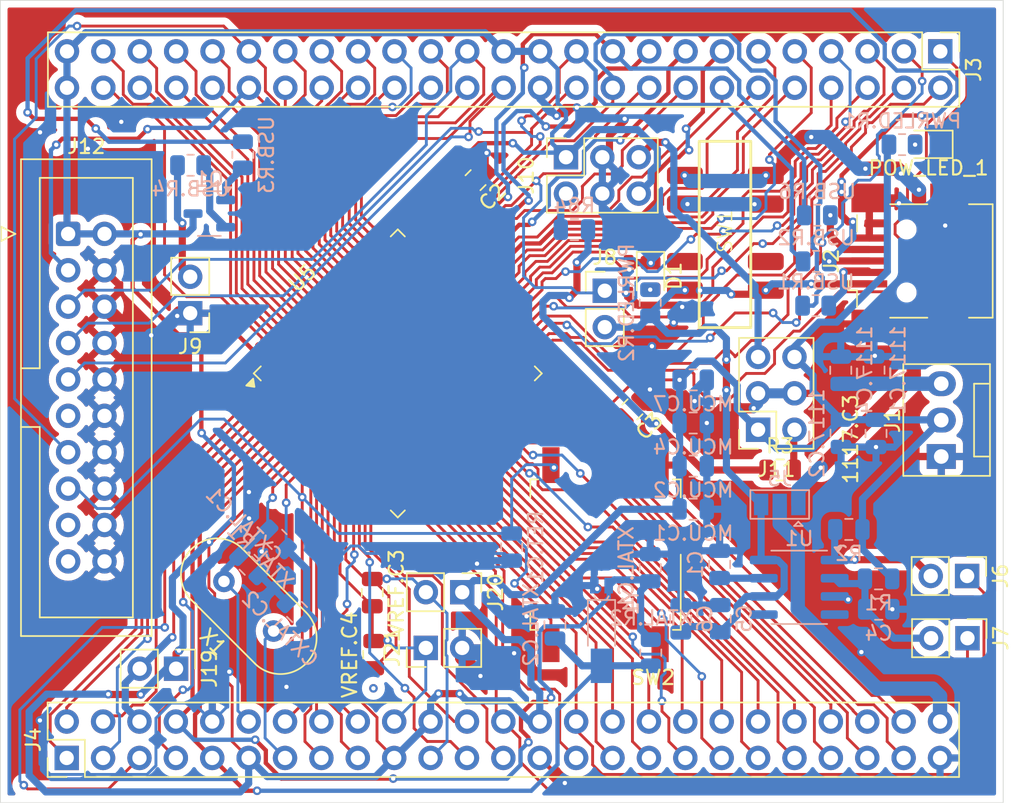
<source format=kicad_pcb>
(kicad_pcb (version 20240108) (generator "pcbnew") (generator_version "8.0")
  (layers (0 "F.Cu" signal) (31 "B.Cu" signal) (34 "B.Paste" user) (35 "F.Paste" user) (36 "B.SilkS" user "B.Silkscreen") (37 "F.SilkS" user "F.Silkscreen") (38 "B.Mask" user) (39 "F.Mask" user) (44 "Edge.Cuts" user))
  (net 0 "")
  (net 1 "+5V")
  (net 2 "GND")
  (net 3 "+3.3V")
  (net 4 "/USB/5V")
  (net 5 "Net-(U5-VCAP_2)")
  (net 6 "FLG")
  (net 7 "USB_5V")
  (net 8 "Net-(U5-VCAP_1)")
  (net 9 "OSC_IN")
  (net 10 "OSC_OUT")
  (net 11 "Net-(D1-A)")
  (net 12 "/USB/USB_DM")
  (net 13 "Net-(J2-ID)")
  (net 14 "PD8")
  (net 15 "PA15")
  (net 16 "PC7")
  (net 17 "PC9")
  (net 18 "PB8")
  (net 19 "PC11")
  (net 20 "PA8")
  (net 21 "PB14")
  (net 22 "PC10")
  (net 23 "PD4")
  (net 24 "PB12")
  (net 25 "PA13")
  (net 26 "PB6")
  (net 27 "PC12")
  (net 28 "PD3")
  (net 29 "PB13")
  (net 30 "PD15")
  (net 31 "PD2")
  (net 32 "PD14")
  (net 33 "PC6")
  (net 34 "PD13")
  (net 35 "PA11")
  (net 36 "PA12")
  (net 37 "PD10")
  (net 38 "PB9")
  (net 39 "BOOT0")
  (net 40 "PB15")
  (net 41 "PD7")
  (net 42 "PB3")
  (net 43 "PA14")
  (net 44 "PB5")
  (net 45 "PD0")
  (net 46 "PB4")
  (net 47 "PC8")
  (net 48 "PD6")
  (net 49 "PA10")
  (net 50 "PD9")
  (net 51 "PD5")
  (net 52 "PB7")
  (net 53 "PE0")
  (net 54 "PA9")
  (net 55 "PD12")
  (net 56 "PD11")
  (net 57 "PD1")
  (net 58 "PE1")
  (net 59 "PA6")
  (net 60 "PB0")
  (net 61 "VREF+")
  (net 62 "PE9")
  (net 63 "RESET")
  (net 64 "5Vin_JMP")
  (net 65 "OSC32_OUT")
  (net 66 "PA1")
  (net 67 "PA2")
  (net 68 "PC2")
  (net 69 "PB2")
  (net 70 "PA7")
  (net 71 "PE4")
  (net 72 "PA5")
  (net 73 "PE14")
  (net 74 "PC4")
  (net 75 "PE5")
  (net 76 "PC3")
  (net 77 "PC13")
  (net 78 "PB10")
  (net 79 "PC5")
  (net 80 "PE13")
  (net 81 "PE12")
  (net 82 "PE15")
  (net 83 "PE6")
  (net 84 "PE2")
  (net 85 "PA0")
  (net 86 "VBAT")
  (net 87 "OSC32_IN")
  (net 88 "PA3")
  (net 89 "PE7")
  (net 90 "PC0")
  (net 91 "PC1")
  (net 92 "PA4")
  (net 93 "PE8")
  (net 94 "PE10")
  (net 95 "VREF-")
  (net 96 "PB1")
  (net 97 "PE3")
  (net 98 "PB11")
  (net 99 "PE11")
  (net 100 "5Vin")
  (net 101 "VBUSEN")
  (net 102 "Net-(J9-Pin_2)")
  (net 103 "BOOT_1")
  (net 104 "Net-(J10-Pin_2)")
  (net 105 "Net-(J11-Pin_2)")
  (net 109 "PIN99")
  (net 110 "Net-(POW_LED_1-A)")
  (net 111 "Net-(Q1-B)")
  (net 112 "Net-(Q1-C)")
  (net 113 "BOOT_0")
  (net 115 "5V")
  (net 119 "USB_DP")
  (footprint "Library:MY_SW" (layer "F.Cu") (at 149.8 78.66 90)
    (property "Reference" "SW1")
    (property "Value" "SW_Slide_DPDT")
  )
  (footprint "Package_QFP:LQFP-100_14x14mm_P0.5mm" (layer "F.Cu") (at 127.06 88.28 45)
    (property "Reference" "U5")
    (property "Value" "STM32F407VETx")
  )
  (footprint "Button_Switch_SMD:SW_MEC_5GSH9" (layer "F.Cu") (at 141.56 100.93 180)
    (property "Reference" "SW2")
    (property "Value" "REST")
  )
  (footprint "Capacitor_SMD:C_0805_2012Metric" (layer "F.Cu") (at 125.38 107.91 90)
    (property "Reference" "VREF.C4")
    (property "Value" "0.1uF")
  )
  (footprint "Connector_PinHeader_2.54mm:PinHeader_1x02_P2.54mm_Vertical" (layer "F.Cu") (at 129.015 107.44 90)
    (property "Reference" "J21")
    (property "Value" "VBAT-")
  )
  (footprint "Capacitor_SMD:C_0805_2012Metric" (layer "F.Cu") (at 125.28 103.58 -90)
    (property "Reference" "VREF.C3")
    (property "Value" "10uF")
  )
  (footprint "Connector_PinSocket_2.54mm:PinSocket_2x03_P2.54mm_Vertical" (layer "F.Cu") (at 138.8 73.19 90)
    (property "Reference" "J10")
    (property "Value" "BOOT Mode")
  )
  (footprint "Capacitor_SMD:C_0805_2012Metric" (layer "F.Cu") (at 132.49 74.79 -135)
    (property "Reference" "C2")
    (property "Value" "2.2uF")
  )
  (footprint "Connector_PinHeader_2.54mm:PinHeader_1x02_P2.54mm_Vertical" (layer "F.Cu") (at 141.51 82.51)
    (property "Reference" "J8")
    (property "Value" "USB.P3")
  )
  (footprint "Crystal:Crystal_HC18-U_Vertical" (layer "F.Cu") (at 118.392412 106.262412 135)
    (property "Reference" "X1")
    (property "Value" "8MHz")
  )
  (footprint "LED_SMD:LED_0805_2012Metric" (layer "F.Cu") (at 164.1075 72.29 180)
    (property "Reference" "POW_LED_1")
    (property "Value" "LED")
  )
  (footprint "Connector_PinHeader_2.54mm:PinHeader_1x02_P2.54mm_Vertical" (layer "F.Cu") (at 166.8 102.42 -90)
    (property "Reference" "J6")
    (property "Value" "USB.P1")
  )
  (footprint "Connector:FanPinHeader_1x03_P2.54mm_Vertical" (layer "F.Cu") (at 164.995 94.08 90)
    (property "Reference" "J1")
    (property "Value" "AMS1117")
  )
  (footprint "Capacitor_SMD:C_0805_2012Metric" (layer "F.Cu") (at 143.44 90.79 -135)
    (property "Reference" "C3")
    (property "Value" "2.2uF")
  )
  (footprint "Connector_PinHeader_2.54mm:PinHeader_1x02_P2.54mm_Vertical" (layer "F.Cu") (at 112.57 84.075 180)
    (property "Reference" "J9")
    (property "Value" "USB.P4")
  )
  (footprint "Connector_PinHeader_2.54mm:PinHeader_1x02_P2.54mm_Vertical" (layer "F.Cu") (at 111.585 108.89 -90)
    (property "Reference" "J19")
    (property "Value" "VBAT")
  )
  (footprint "Connector_PinHeader_2.54mm:PinHeader_2x25_P2.54mm_Vertical" (layer "F.Cu") (at 103.95 115.12 90)
    (property "Reference" "J4")
    (property "Value" "PIN.P1")
  )
  (footprint "Capacitor_SMD:C_0805_2012Metric" (layer "F.Cu") (at 153.75 95.02)
    (property "Reference" "R3")
    (property "Value" "10K")
  )
  (footprint "Connector_PinHeader_2.54mm:PinHeader_2x25_P2.54mm_Vertical" (layer "F.Cu") (at 164.93 65.8 -90)
    (property "Reference" "J3")
    (property "Value" "PIN.P2")
  )
  (footprint "LED_SMD:LED_0805_2012Metric" (layer "F.Cu") (at 144.7 81.48 -90)
    (property "Reference" "D1")
    (property "Value" "POW_LED2")
  )
  (footprint "Connector_PinHeader_2.54mm:PinHeader_1x02_P2.54mm_Vertical" (layer "F.Cu") (at 166.825 106.76 -90)
    (property "Reference" "J7")
    (property "Value" "USB.P2")
  )
  (footprint "Connector_PinHeader_2.54mm:PinHeader_1x02_P2.54mm_Vertical" (layer "F.Cu") (at 131.56 103.55 -90)
    (property "Reference" "J20")
    (property "Value" "VBAT+")
  )
  (footprint "Connector_USB:USB_Mini-B_Wuerth_65100516121_Horizontal" (layer "F.Cu") (at 162.575 80.43 90)
    (property "Reference" "J2")
    (property "Value" "USB_B_Mini")
  )
  (footprint "Connector_PinSocket_2.54mm:PinSocket_2x03_P2.54mm_Vertical" (layer "F.Cu") (at 152.21 92.21 180)
    (property "Reference" "J11")
    (property "Value" "BOOT Mode")
  )
  (footprint "Connector_IDC:IDC-Header_2x10_P2.54mm_Vertical" (layer "F.Cu") (at 104.05 78.54)
    (property "Reference" "J12")
    (property "Value" "20PIN_JTAG")
  )
  (footprint "Capacitor_SMD:C_0805_2012Metric" (layer "B.Cu") (at 138.03 105.835 -90)
    (property "Reference" "XTAL.C2")
    (property "Value" "6pF")
  )
  (footprint "Resistor_SMD:R_0805_2012Metric" (layer "B.Cu") (at 112.5975 73.75)
    (property "Reference" "USB.R4")
    (property "Value" "1K")
  )
  (footprint "Resistor_SMD:R_0805_2012Metric" (layer "B.Cu") (at 144.72 107.775 -90)
    (property "Reference" "XTAL.R2")
    (property "Value" "10M")
  )
  (footprint "Capacitor_SMD:C_0805_2012Metric" (layer "B.Cu") (at 149.565 105.4 90)
    (property "Reference" "C5")
    (property "Value" "0.01uF")
  )
  (footprint "Capacitor_SMD:C_0805_2012Metric" (layer "B.Cu") (at 135.01 100.4 90)
    (property "Reference" "RET.C1")
    (property "Value" "0.001uF")
  )
  (footprint "Capacitor_SMD:C_0805_2012Metric" (layer "B.Cu") (at 116.718249 101.638249 135)
    (property "Reference" "CXTAL.C1")
    (property "Value" "20pF")
  )
  (footprint "Capacitor_SMD:C_0805_2012Metric" (layer "B.Cu") (at 147.68 97.76)
    (property "Reference" "MCU.C1")
    (property "Value" "0.1uF")
  )
  (footprint "Capacitor_SMD:C_0805_2012Metric" (layer "B.Cu") (at 157.98 88.06 90)
    (property "Reference" "1117.C4")
    (property "Value" "10uF")
  )
  (footprint "Package_SO:SOIC-8_3.9x4.9mm_P1.27mm" (layer "B.Cu") (at 155.08 103.21 180)
    (property "Reference" "U1")
    (property "Value" "MIC2025-1YM")
  )
  (footprint "Resistor_SMD:R_0805_2012Metric" (layer "B.Cu") (at 156.34 77.24 180)
    (property "Reference" "USB.R6")
    (property "Value" "22R")
  )
  (footprint "Resistor_SMD:R_0805_2012Metric" (layer "B.Cu") (at 156.23 83.55 180)
    (property "Reference" "USB.R1")
    (property "Value" "22R")
  )
  (footprint "Resistor_SMD:R_0805_2012Metric" (layer "B.Cu") (at 118.625235 99.865235 -45)
    (property "Reference" "XTAL.R1")
    (property "Value" "10M")
  )
  (footprint "Capacitor_SMD:C_0805_2012Metric" (layer "B.Cu") (at 147.68 88.73)
    (property "Reference" "MCU.C7")
    (property "Value" "0.1uF")
  )
  (footprint "Resistor_SMD:R_0805_2012Metric" (layer "B.Cu") (at 162.2575 72.31 180)
    (property "Reference" "PWRLED.R1")
    (property "Value" "330")
  )
  (footprint "Capacitor_SMD:C_0805_2012Metric" (layer "B.Cu") (at 158.545 99.17)
    (property "Reference" "R2")
    (property "Value" "10K")
  )
  (footprint "Capacitor_SMD:C_0805_2012Metric" (layer "B.Cu") (at 146.815 105.41 90)
    (property "Reference" "C6")
    (property "Value" "10uF")
  )
  (footprint "Capacitor_SMD:C_0805_2012Metric" (layer "B.Cu") (at 160.62 102.62)
    (property "Reference" "R1")
    (property "Value" "10K")
  )
  (footprint "Package_TO_SOT_SMD:SOT-23-3" (layer "B.Cu") (at 113.9075 77.1225 180)
    (property "Reference" "Q1")
    (property "Value" "PNP")
  )
  (footprint "Crystal:Crystal_SMD_MicroCrystal_MS3V-T1R" (layer "B.Cu") (at 141.28 106.215 180)
    (property "Reference" "Y1")
    (property "Value" "32.768K")
  )
  (footprint "Resistor_SMD:R_0805_2012Metric" (layer "B.Cu") (at 116.2475 73.02 90)
    (property "Reference" "USB.R3")
    (property "Value" "1.5K")
  )
  (footprint "Capacitor_SMD:C_0805_2012Metric" (layer "B.Cu") (at 144.68 101.845 -90)
    (property "Reference" "XTAL.C1")
    (property "Value" "6pF")
  )
  (footprint "Capacitor_SMD:C_0805_2012Metric" (layer "B.Cu") (at 160.44 92.47 -90)
    (property "Reference" "1117.C3")
    (property "Value" "0.1uF")
  )
  (footprint "Jumper:SolderJumper-3_P1.3mm_Open_Pad1.0x1.5mm" (layer "B.Cu") (at 153.72 97.4275 180)
    (property "Reference" "J5")
    (property "Value" "COMP.5V")
  )
  (footprint "Resistor_SMD:R_0805_2012Metric" (layer "B.Cu") (at 144.68 83.3475 -90)
    (property "Reference" "PWRLED.R2")
    (property "Value" "330")
  )
  (footprint "Capacitor_SMD:C_0805_2012Metric" (layer "B.Cu") (at 158 92.46 -90)
    (property "Reference" "1117.C2")
    (property "Value" "10uF")
  )
  (footprint "Capacitor_SMD:C_0805_2012Metric" (layer "B.Cu") (at 149.525 101.61 -90)
    (property "Reference" "C1")
    (property "Value" "0.1uF")
  )
  (footprint "Capacitor_SMD:C_0805_2012Metric" (layer "B.Cu") (at 120.028249 104.928249 -45)
    (property "Reference" "CXTAL.C2")
    (property "Value" "20pF")
  )
  (footprint "Capacitor_SMD:C_0805_2012Metric" (layer "B.Cu") (at 139.39 78.24 180)
    (property "Reference" "R84")
    (property "Value" "10K")
  )
  (footprint "Capacitor_SMD:C_0805_2012Metric" (layer "B.Cu") (at 147.68 94.75)
    (property "Reference" "MCU.C2")
    (property "Value" "0.1uF")
  )
  (footprint "Resistor_SMD:R_0805_2012Metric" (layer "B.Cu") (at 156.26 80.46 180)
    (property "Reference" "USB.R2")
    (property "Value" "22R")
  )
  (footprint "Capacitor_SMD:C_0805_2012Metric" (layer "B.Cu") (at 160.3 88.05 90)
    (property "Reference" "1117.C1")
    (property "Value" "0.1uF")
  )
  (footprint "Capacitor_SMD:C_0805_2012Metric" (layer "B.Cu") (at 147.68 91.74)
    (property "Reference" "MCU.C4")
    (property "Value" "0.1uF")
  )
  (footprint "Capacitor_SMD:C_0805_2012Metric" (layer "B.Cu") (at 160.63 104.74)
    (property "Reference" "C4")
    (property "Value" "0.1uF")
  )
  (gr_rect (start 99.32 62.24) (end 169.32 118.24) (stroke (width 0.05)) (fill none) (layer "Edge.Cuts"))
  (via (at 125.36 110.26) (size 0.6) (drill 0.3) (layers "F.Cu" "B.Cu") (net 0))
  (segment (start 160.3 89) (end 164.995 89) (width 1) (layer "B.Cu") (net 1))
  (segment (start 160.3 89) (end 157.99 89) (width 1) (layer "B.Cu") (net 1))
  (segment (start 157.99 89) (end 157.98 89.01) (width 1) (layer "B.Cu") (net 1))
  (segment (start 117.55 110.16) (end 116.491472 109.101472) (width 0.2) (layer "F.Cu") (net 2))
  (segment (start 136.97 115.12) (end 137.04 115.12) (width 0.3) (layer "F.Cu") (net 2))
  (segment (start 164.995 94.08) (end 161.1 94.08) (width 0.5) (layer "F.Cu") (net 2))
  (segment (start 135.53 107.46) (end 135.18 107.81) (width 1) (layer "F.Cu") (net 2))
  (segment (start 133.161751 72.988249) (end 133.26 72.89) (width 0.5) (layer "F.Cu") (net 2))
  (segment (start 131.641471 74.118249) (end 133.161751 74.118249) (width 0.3) (layer "F.Cu") (net 2))
  (segment (start 131.555 107.44) (end 131.555 108.125) (width 1) (layer "F.Cu") (net 2))
  (segment (start 151.9 90.71) (end 149.66 90.71) (width 0.7) (layer "F.Cu") (net 2))
  (segment (start 144.111751 90.118249) (end 144.543502 90.55) (width 0.7) (layer "F.Cu") (net 2))
  (segment (start 142.898528 70.635937) (end 142.898528 70.51) (width 0.5) (layer "F.Cu") (net 2))
  (segment (start 102.08 112.5) (end 102.08 105.91) (width 0.2) (layer "F.Cu") (net 2))
  (segment (start 144.72 80.57) (end 144.6725 80.57) (width 0.5) (layer "F.Cu") (net 2))
  (segment (start 147.44 90.55) (end 147.78 90.21) (width 0.7) (layer "F.Cu") (net 2))
  (segment (start 112.57 84.075) (end 111.855 84.075) (width 1) (layer "F.Cu") (net 2))
  (segment (start 133.161751 74.118249) (end 133.161751 72.988249) (width 0.5) (layer "F.Cu") (net 2))
  (segment (start 159.975 78.83) (end 159.975 76.03) (width 0.5) (layer "F.Cu") (net 2))
  (segment (start 146.32 84.86) (end 144.8 86.38) (width 0.5) (layer "F.Cu") (net 2))
  (segment (start 143.85 83.52) (end 146.69 83.52) (width 0.5) (layer "F.Cu") (net 2))
  (segment (start 143.387864 105.809947) (end 143.999947 105.809947) (width 0.7) (layer "F.Cu") (net 2))
  (segment (start 141.835126 71.699339) (end 142.898528 70.635937) (width 0.5) (layer "F.Cu") (net 2))
  (segment (start 132.59 101.56) (end 132.561825 101.56) (width 0.2) (layer "F.Cu") (net 2))
  (segment (start 111.855 84.075) (end 111.663541 84.266459) (width 1) (layer "F.Cu") (net 2))
  (segment (start 131.555 108.125) (end 132.83 109.4) (width 1) (layer "F.Cu") (net 2))
  (segment (start 120.572295 92.657705) (end 120.572295 92.646384) (width 0.2) (layer "F.Cu") (net 2))
  (segment (start 135.53 105.75) (end 135.53 107.46) (width 1) (layer "F.Cu") (net 2))
  (segment (start 109.85 85.62) (end 108.59 85.62) (width 1) (layer "F.Cu") (net 2))
  (segment (start 116.491472 109.101472) (end 115.3 109.101472) (width 0.2) (layer "F.Cu") (net 2))
  (segment (start 132.743502 73.7) (end 133.161751 74.118249) (width 0.2) (layer "F.Cu") (net 2))
  (segment (start 102.08 105.91) (end 106.59 101.4) (width 0.2) (layer "F.Cu") (net 2))
  (segment (start 144.6725 80.57) (end 144.7 80.5425) (width 0.5) (layer "F.Cu") (net 2))
  (segment (start 144.543502 90.55) (end 147.44 90.55) (width 0.7) (layer "F.Cu") (net 2))
  (segment (start 146.69 83.52) (end 146.75 83.58) (width 0.5) (layer "F.Cu") (net 2))
  (segment (start 158.5 104.06) (end 160.9 104.06) (width 0.5) (layer "F.Cu") (net 2))
  (segment (start 165.95 76.505) (end 165.95 77.28) (width 0.5) (layer "F.Cu") (net 2))
  (segment (start 144.111751 90.118249) (end 144.111751 89.948249) (width 0.7) (layer "F.Cu") (net 2))
  (segment (start 144.111751 89.948249) (end 144.66 89.4) (width 0.5) (layer "F.Cu") (net 2))
  (segment (start 138.721273 69.72) (end 138.148774 70.292499) (width 0.5) (layer "F.Cu") (net 2))
  (segment (start 140.979998 103.402081) (end 143.387864 105.809947) (width 0.7) (layer "F.Cu") (net 2))
  (segment (start 144.7 80.5425) (end 143.7075 80.5425) (width 0.5) (layer "F.Cu") (net 2))
  (segment (start 140.979998 103.315849) (end 140.979998 103.402081) (width 0.7) (layer "F.Cu") (net 2))
  (segment (start 139.56 69.72) (end 138.721273 69.72) (width 0.5) (layer "F.Cu") (net 2))
  (segment (start 116.68 99.83) (end 117.56 100.71) (width 0.2) (layer "F.Cu") (net 2))
  (segment (start 165.95 77.28) (end 165.27 77.96) (width 0.5) (layer "F.Cu") (net 2))
  (segment (start 165.475 76.03) (end 165.95 76.505) (width 0.5) (layer "F.Cu") (net 2))
  (segment (start 160.345 76.4) (end 159.975 76.03) (width 0.5) (layer "F.Cu") (net 2))
  (segment (start 129.47 78.091825) (end 129.47 76.28972) (width 0.3) (layer "F.Cu") (net 2))
  (segment (start 142.99 82.66) (end 143.85 83.52) (width 0.5) (layer "F.Cu") (net 2))
  (segment (start 128.597957 78.963868) (end 129.47 78.091825) (width 0.3) (layer "F.Cu") (net 2))
  (segment (start 141.34 73.19) (end 141.835126 72.694874) (width 0.5) (layer "F.Cu") (net 2))
  (segment (start 136.97 115.12) (end 138.72 116.87) (width 0.3) (layer "F.Cu") (net 2))
  (segment (start 161.1 94.08) (end 160.44 93.42) (width 0.5) (layer "F.Cu") (net 2))
  (segment (start 129.47 76.28972) (end 131.641471 74.118249) (width 0.3) (layer "F.Cu") (net 2))
  (segment (start 143.7075 80.5425) (end 143.22 81.03) (width 0.5) (layer "F.Cu") (net 2))
  (segment (start 146.32 84.73) (end 146.32 84.86) (width 0.5) (layer "F.Cu") (net 2))
  (segment (start 143.999947 105.809947) (end 145.37 107.18) (width 0.7) (layer "F.Cu") (net 2))
  (segment (start 160.9 104.06) (end 161.58 104.74) (width 0.5) (layer "F.Cu") (net 2))
  (segment (start 141.835126 72.694874) (end 141.835126 71.699339) (width 0.5) (layer "F.Cu") (net 2))
  (segment (start 108.59 85.62) (end 106.59 83.62) (width 1) (layer "F.Cu") (net 2))
  (segment (start 116.67 96.56) (end 120.572295 92.657705) (width 0.2) (layer "F.Cu") (net 2))
  (segment (start 132.561825 101.56) (end 128.597957 97.596132) (width 0.2) (layer "F.Cu") (net 2))
  (segment (start 119.29 110.16) (end 117.55 110.16) (width 0.2) (layer "F.Cu") (net 2))
  (segment (start 144.72 80.5225) (end 144.72 80.57) (width 0.5) (layer "F.Cu") (net 2))
  (segment (start 162.04 76.4) (end 160.345 76.4) (width 0.5) (layer "F.Cu") (net 2))
  (segment (start 136.05 105.23) (end 135.53 105.75) (width 1) (layer "F.Cu") (net 2))
  (segment (start 149.66 90.71) (end 148.63 91.74) (width 0.7) (layer "F.Cu") (net 2))
  (segment (start 116.68 98.4) (end 116.68 99.83) (width 0.2) (layer "F.Cu") (net 2))
  (via (at 147.78 90.21) (size 0.6) (drill 0.3) (layers "F.Cu" "B.Cu") (net 2))
  (via (at 143.22 81.03) (size 0.6) (drill 0.3) (layers "F.Cu" "B.Cu") (net 2))
  (via (at 111.663541 84.266459) (size 0.6) (drill 0.3) (layers "F.Cu" "B.Cu") (net 2))
  (via (at 136.05 105.23) (size 0.6) (drill 0.3) (layers "F.Cu" "B.Cu") (net 2))
  (via (at 116.68 98.4) (size 0.6) (drill 0.3) (layers "F.Cu" "B.Cu") (net 2))
  (via (at 119.29 110.16) (size 0.6) (drill 0.3) (layers "F.Cu" "B.Cu") (net 2))
  (via (at 133.26 72.89) (size 0.6) (drill 0.3) (layers "F.Cu" "B.Cu") (net 2))
  (via (at 159.42 107.73) (size 0.6) (drill 0.3) (layers "F.Cu" "B.Cu") (net 2))
  (via (at 146.91131 83.637555) (size 0.6) (drill 0.3) (layers "F.Cu" "B.Cu") (net 2))
  (via (at 107.76 70.72) (size 0.6) (drill 0.3) (layers "F.Cu" "B.Cu") (net 2))
  (via (at 162.04 76.4) (size 0.6) (drill 0.3) (layers "F.Cu" "B.Cu") (net 2))
  (via (at 158.5 104.06) (size 0.6) (drill 0.3) (layers "F.Cu" "B.Cu") (net 2))
  (via (at 132.83 109.4) (size 0.6) (drill 0.3) (layers "F.Cu" "B.Cu") (net 2))
  (via (at 142.99 82.66) (size 0.6) (drill 0.3) (layers "F.Cu" "B.Cu") (net 2))
  (via (at 132.59 101.56) (size 0.4) (drill 0.3) (layers "F.Cu" "B.Cu") (net 2))
  (via (at 102.09 71.45) (size 0.6) (drill 0.3) (layers "F.Cu" "B.Cu") (net 2))
  (via (at 109.85 85.62) (size 0.6) (drill 0.3) (layers "F.Cu" "B.Cu") (net 2))
  (via (at 146.32 84.73) (size 0.6) (drill 0.3) (layers "F.Cu" "B.Cu") (net 2))
  (via (at 160.44 93.42) (size 0.6) (drill 0.3) (layers "F.Cu" "B.Cu") (net 2))
  (via (at 115.3 109.101472) (size 0.6) (drill 0.3) (layers "F.Cu" "B.Cu") (net 2))
  (via (at 160.36 87.05) (size 0.6) (drill 0.3) (layers "F.Cu" "B.Cu") (net 2))
  (via (at 117.56 100.71) (size 0.6) (drill 0.3) (layers "F.Cu" "B.Cu") (net 2))
  (via (at 140.979998 103.315849) (size 0.6) (drill 0.3) (layers "F.Cu" "B.Cu") (net 2))
  (via (at 138.148774 70.292499) (size 0.6) (drill 0.3) (layers "F.Cu" "B.Cu") (net 2))
  (via (at 161.58 104.74) (size 0.6) (drill 0.3) (layers "F.Cu" "B.Cu") (net 2))
  (via (at 165.27 77.96) (size 0.6) (drill 0.3) (layers "F.Cu" "B.Cu") (net 2))
  (via (at 148.63 91.74) (size 0.6) (drill 0.3) (layers "F.Cu" "B.Cu") (net 2))
  (via (at 144.8 86.38) (size 0.6) (drill 0.3) (layers "F.Cu" "B.Cu") (net 2))
  (via (at 144.72 80.57) (size 0.6) (drill 0.3) (layers "F.Cu" "B.Cu") (net 2))
  (via (at 116.67 96.56) (size 0.6) (drill 0.3) (layers "F.Cu" "B.Cu") (net 2))
  (via (at 139.56 69.72) (size 0.6) (drill 0.3) (layers "F.Cu" "B.Cu") (net 2))
  (via (at 142.898528 70.51) (size 0.6) (drill 0.3) (layers "F.Cu" "B.Cu") (net 2))
  (via (at 135.18 107.81) (size 0.6) (drill 0.3) (layers "F.Cu" "B.Cu") (net 2))
  (via (at 105.43 72.6) (size 0.6) (drill 0.3) (layers "F.Cu" "B.Cu") (net 2))
  (via (at 138.72 116.87) (size 0.6) (drill 0.3) (layers "F.Cu" "B.Cu") (net 2))
  (via (at 144.66 89.4) (size 0.6) (drill 0.3) (layers "F.Cu" "B.Cu") (net 2))
  (via (at 151.9 90.71) (size 0.6) (drill 0.3) (layers "F.Cu" "B.Cu") (net 2))
  (via (at 102.08 112.5) (size 0.6) (drill 0.3) (layers "F.Cu" "B.Cu") (net 2))
  (segment (start 102.08 115.55) (end 102.08 112.5) (width 0.2) (layer "B.Cu") (net 2))
  (segment (start 114.11 112.58) (end 112.82 111.29) (width 0.2) (layer "B.Cu") (net 2))
  (segment (start 136.99 69.13) (end 136.99 68.34) (width 0.5) (layer "B.Cu") (net 2))
  (segment (start 131.925 107.81) (end 131.555 107.44) (width 1) (layer "B.Cu") (net 2))
  (segment (start 110.31 85.62) (end 109.85 85.62) (width 1) (layer "B.Cu") (net 2))
  (segment (start 102.8 116.27) (end 102.08 115.55) (width 0.2) (layer "B.Cu") (net 2))
  (segment (start 116.67 98.39) (end 116.67 96.56) (width 0.2) (layer "B.Cu") (net 2))
  (segment (start 138.03 104.885) (end 136.395 104.885) (width 1) (layer "B.Cu") (net 2))
  (segment (start 132.59 101.56) (end 132.81 101.78) (width 0.2) (layer "B.Cu") (net 2))
  (segment (start 110.18 115.65) (end 109.56 116.27) (width 0.2) (layer "B.Cu") (net 2))
  (segment (start 124.849938 100.850062) (end 124.325561 100.325685) (width 0.2) (layer "B.Cu") (net 2))
  (segment (start 115.07 111.62) (end 114.11 112.58) (width 0.2) (layer "B.Cu") (net 2))
  (segment (start 117.39 102.31) (end 117.39 100.88) (width 0.2) (layer "B.Cu") (net 2))
  (segment (start 112.82 111.29) (end 111.233654 111.29) (width 0.2) (layer "B.Cu") (net 2))
  (segment (start 124.325561 100.325685) (end 123.781471 100.325685) (width 0.2) (layer "B.Cu") (net 2))
  (segment (start 134.58 101.78) (end 135.01 101.35) (width 0.2) (layer "B.Cu") (net 2))
  (segment (start 123.781471 100.325685) (end 121.83 102.277156) (width 0.2) (layer "B.Cu") (net 2))
  (segment (start 138.148774 70.292499) (end 137.61 69.753725) (width 0.5) (layer "B.Cu") (net 2))
  (segment (start 142.18 74.03) (end 141.34 73.19) (width 0.5) (layer "B.Cu") (net 2))
  (segment (start 141.34 75.73) (end 141.34 76.59) (width 0.5) (layer "B.Cu") (net 2))
  (segment (start 142.898528 70.51) (end 140.35 70.51) (width 0.5) (layer "B.Cu") (net 2))
  (segment (start 144.66 89.4) (end 144.66 86.52) (width 0.5) (layer "B.Cu") (net 2))
  (segment (start 146.32 84.228865) (end 146.32 84.73) (width 0.5) (layer "B.Cu") (net 2))
  (segment (start 136.99 68.34) (end 136.99 68.3873) (width 0.3) (layer "B.Cu") (net 2))
  (segment (start 110.18 112.343654) (end 110.18 115.65) (width 0.2) (layer "B.Cu") (net 2))
  (segment (start 149.565 104.45) (end 146.825 104.45) (width 0.5) (layer "B.Cu") (net 2))
  (segment (start 140.35 70.51) (end 139.56 69.72) (width 0.5) (layer "B.Cu") (net 2))
  (segment (start 111.663541 84.266459) (end 110.31 85.62) (width 1) (layer "B.Cu") (net 2))
  (segment (start 164.59 77.28) (end 162.92 77.28) (width 0.5) (layer "B.Cu") (net 2))
  (segment (start 143.22 81.03) (end 142.99 81.26) (width 0.5) (layer "B.Cu") (net 2))
  (segment (start 154.75 89.67) (end 152.21 89.67) (width 0.7) (layer "B.Cu") (net 2))
  (segment (start 146.825 104.45) (end 146.815 104.46) (width 0.5) (layer "B.Cu") (net 2))
  (segment (start 165.27 77.96) (end 164.59 77.28) (width 0.5) (layer "B.Cu") (net 2))
  (segment (start 141.34 76.59) (end 144.72 79.97) (width 0.5) (layer "B.Cu") (net 2))
  (segment (start 147.78 89.58) (end 148.63 88.73) (width 0.7) (layer "B.Cu") (net 2))
  (segment (start 157.555 103.845) (end 158.285 103.845) (width 0.5) (layer "B.Cu") (net 2))
  (segment (start 109.56 116.27) (end 102.8 116.27) (width 0.2) (layer "B.Cu") (net 2))
  (segment (start 137.61 69.75) (end 136.99 69.13) (width 0.5) (layer "B.Cu") (net 2))
  (segment (start 115.3 109.101472) (end 115.07 109.331472) (width 0.2) (layer "B.Cu") (net 2))
  (segment (start 132.81 101.78) (end 134.58 101.78) (width 0.2) (layer "B.Cu") (net 2))
  (segment (start 111.233654 111.29) (end 110.18 112.343654) (width 0.2) (layer "B.Cu") (net 2))
  (segment (start 152.21 89.67) (end 152.21 90.4) (width 0.7) (layer "B.Cu") (net 2))
  (segment (start 135.18 107.81) (end 131.925 107.81) (width 1) (layer "B.Cu") (net 2))
  (segment (start 142.99 81.26) (end 142.99 82.66) (width 0.5) (layer "B.Cu") (net 2))
  (segment (start 146.91131 83.637555) (end 146.32 84.228865) (width 0.5) (layer "B.Cu") (net 2))
  (segment (start 136.395 104.885) (end 136.05 105.23) (width 1) (layer "B.Cu") (net 2))
  (segment (start 142.18 74.89) (end 142.18 74.03) (width 0.5) (layer "B.Cu") (net 2))
  (segment (start 117.39 100.88) (end 117.56 100.71) (width 0.2) (layer "B.Cu") (net 2))
  (segment (start 162.92 77.28) (end 162.04 76.4) (width 0.5) (layer "B.Cu") (net 2))
  (segment (start 137.61 69.753725) (end 137.61 69.75) (width 0.5) (layer "B.Cu") (net 2))
  (segment (start 144.66 86.52) (end 144.8 86.38) (width 0.5) (layer "B.Cu") (net 2))
  (segment (start 152.21 90.4) (end 151.9 90.71) (width 0.7) (layer "B.Cu") (net 2))
  (segment (start 144.72 79.97) (end 144.72 80.57) (width 0.5) (layer "B.Cu") (net 2))
  (segment (start 147.78 90.21) (end 147.78 89.58) (width 0.7) (layer "B.Cu") (net 2))
  (segment (start 121.83 107.62) (end 119.29 110.16) (width 0.2) (layer "B.Cu") (net 2))
  (segment (start 116.68 98.4) (end 116.67 98.39) (width 0.2) (layer "B.Cu") (net 2))
  (segment (start 141.34 75.73) (end 142.18 74.89) (width 0.5) (layer "B.Cu") (net 2))
  (segment (start 115.07 109.331472) (end 115.07 111.62) (width 0.2) (layer "B.Cu") (net 2))
  (segment (start 134.510062 100.850062) (end 124.849938 100.850062) (width 0.2) (layer "B.Cu") (net 2))
  (segment (start 135.01 101.35) (end 134.510062 100.850062) (width 0.2) (layer "B.Cu") (net 2))
  (segment (start 158.285 103.845) (end 158.5 104.06) (width 0.5) (layer "B.Cu") (net 2))
  (segment (start 121.83 102.277156) (end 121.83 107.62) (width 0.2) (layer "B.Cu") (net 2))
  (segment (start 114.28 103.634925) (end 114.28 108.93) (width 0.2) (layer "F.Cu") (net 3))
  (segment (start 108.55 82.355) (end 108.55 78.97) (width 0.3) (layer "F.Cu") (net 3))
  (segment (start 143.64 88.73) (end 146.73 88.73) (width 0.2) (layer "F.Cu") (net 3))
  (segment (start 111.745 85.55) (end 108.55 82.355) (width 0.3) (layer "F.Cu") (net 3))
  (segment (start 108.74 78.78) (end 108.95 78.57) (width 0.3) (layer "F.Cu") (net 3))
  (segment (start 125.61 112.293654) (end 122.63 109.313654) (width 0.2) (layer "F.Cu") (net 3))
  (segment (start 133.88 102.736754) (end 133.88 102.1) (width 0.2) (layer "F.Cu") (net 3))
  (segment (start 122.63 96.952641) (end 123.754276 95.828365) (width 0.2) (layer "F.Cu") (net 3))
  (segment (start 135.09 72.208754) (end 132.711246 72.208754) (width 0.3) (layer "F.Cu") (net 3))
  (segment (start 133.88 102.1) (end 129.022578 97.242578) (width 0.2) (layer "F.Cu") (net 3))
  (segment (start 123.98 100.875685) (end 123.98 97.723961) (width 0.2) (layer "F.Cu") (net 3))
  (segment (start 131.371472 110.631472) (end 129.9 110.631472) (width 0.5) (layer "F.Cu") (net 3))
  (segment (start 113.35 86.81) (end 114.61 85.55) (width 0.3) (layer "F.Cu") (net 3))
  (segment (start 126.81 115.12) (end 125.61 113.92) (width 0.2) (layer "F.Cu") (net 3))
  (segment (start 111.585 108.89) (end 111.585 107.835) (width 0.5) (layer "F.Cu") (net 3))
  (segment (start 116.547158 97.602842) (end 113.877589 100.272411) (width 0.2) (layer "F.Cu") (net 3))
  (segment (start 132.711246 72.208754) (end 128.96 75.96) (width 0.3) (layer "F.Cu") (net 3))
  (segment (start 115.5 110.15) (end 115.5 113.97) (width 0.2) (layer "F.Cu") (net 3))
  (segment (start 114.28 108.93) (end 115.5 110.15) (width 0.2) (layer "F.Cu") (net 3))
  (segment (start 120.925849 92.999938) (end 116.547158 97.378629) (width 0.2) (layer "F.Cu") (net 3))
  (segment (start 109.12 110.69) (end 106.87 110.69) (width 0.5) (layer "F.Cu") (net 3))
  (segment (start 106.87 110.69) (end 106.85 110.67) (width 0.5) (layer "F.Cu") (net 3))
  (segment (start 113.877589 103.232514) (end 114.28 103.634925) (width 0.2) (layer "F.Cu") (net 3))
  (segment (start 115.5 113.97) (end 116.65 115.12) (width 0.2) (layer "F.Cu") (net 3))
  (segment (start 113.877589 100.272411) (end 113.877589 103.232514) (width 0.2) (layer "F.Cu") (net 3))
  (segment (start 123.98 97.723961) (end 124.814936 96.889025) (width 0.2) (layer "F.Cu") (net 3))
  (segment (start 123.52 104.8) (end 122.76 105.56) (width 0.2) (layer "F.Cu") (net 3))
  (segment (start 136.729685 89.464404) (end 137.625281 90.36) (width 0.2) (layer "F.Cu") (net 3))
  (segment (start 115.844719 85.55) (end 114.61 85.55) (width 0.3) (layer "F.Cu") (net 3))
  (segment (start 137.625281 90.36) (end 142.01 90.36) (width 0.2) (layer "F.Cu") (net 3))
  (segment (start 111.585 107.835) (end 111.79 107.63) (width 0.5) (layer "F.Cu") (net 3))
  (segment (start 108.55 78.97) (end 108.74 78.78) (width 0.3) (layer "F.Cu") (net 3))
  (segment (start 113.35 92.47) (end 113.35 92.46) (width 0.3) (layer "F.Cu") (net 3))
  (segment (start 123.52 104.37) (end 123.52 104.8) (width 0.2) (layer "F.Cu") (net 3))
  (segment (start 113.35 92.46) (end 113.37 92.44) (width 0.3) (layer "F.Cu") (net 3))
  (segment (start 108.95 78.57) (end 109.11 78.57) (width 0.2) (layer "F.Cu") (net 3))
  (segment (start 129.022578 97.242578) (end 128.951511 97.242578) (width 0.2) (layer "F.Cu") (net 3))
  (segment (start 142.01 90.36) (end 143.64 88.73) (width 0.2) (layer "F.Cu") (net 3))
  (segment (start 128.96 75.96) (end 128.96 77.894719) (width 0.3) (layer "F.Cu") (net 3))
  (segment (start 113.37 92.44) (end 113.35 92.42) (width 0.3) (layer "F.Cu") (net 3))
  (segment (start 122.63 105.56) (end 122.63 96.952641) (width 0.2) (layer "F.Cu") (net 3))
  (segment (start 116.547158 97.378629) (end 116.547158 97.602842) (width 0.2) (layer "F.Cu") (net 3))
  (segment (start 131.38 110.64) (end 131.371472 110.631472) (width 0.5) (layer "F.Cu") (net 3))
  (segment (start 117.390315 87.095596) (end 115.844719 85.55) (width 0.3) (layer "F.Cu") (net 3))
  (segment (start 122.63 109.313654) (end 122.63 105.56) (width 0.2) (layer "F.Cu") (net 3))
  (segment (start 125.61 113.92) (end 125.61 112.293654) (width 0.2) (layer "F.Cu") (net 3))
  (segment (start 124.03 100.925685) (end 123.98 100.875685) (width 0.2) (layer "F.Cu") (net 3))
  (segment (start 114.61 85.55) (end 111.745 85.55) (width 0.3) (layer "F.Cu") (net 3))
  (segment (start 128.96 77.894719) (end 128.244404 78.610315) (width 0.3) (layer "F.Cu") (net 3))
  (segment (start 113.35 92.42) (end 113.35 86.81) (width 0.3) (layer "F.Cu") (net 3))
  (segment (start 122.76 105.56) (end 122.63 105.56) (width 0.2) (layer "F.Cu") (net 3))
  (via (at 123.52 104.37) (size 0.6) (drill 0.3) (layers "F.Cu" "B.Cu") (net 3))
  (via (at 109.12 110.69) (size 0.6) (drill 0.3) (layers "F.Cu" "B.Cu") (net 3))
  (via (at 133.88 102.736754) (size 0.6) (drill 0.3) (layers "F.Cu" "B.Cu") (net 3))
  (via (at 111.79 107.63) (size 0.6) (drill 0.3) (layers "F.Cu" "B.Cu") (net 3))
  (via (at 146.73 88.73) (size 0.6) (drill 0.3) (layers "F.Cu" "B.Cu") (net 3))
  (via (at 135.09 72.208754) (size 0.6) (drill 0.3) (layers "F.Cu" "B.Cu") (net 3))
  (via (at 113.37 92.44) (size 0.6) (drill 0.3) (layers "F.Cu" "B.Cu") (net 3))
  (via (at 113.885 100.048198) (size 0.6) (drill 0.3) (layers "F.Cu" "B.Cu") (net 3))
  (via (at 131.38 110.64) (size 0.6) (drill 0.3) (layers "F.Cu" "B.Cu") (net 3))
  (via (at 106.85 110.67) (size 0.6) (drill 0.3) (layers "F.Cu" "B.Cu") (net 3))
  (via (at 124.03 100.925685) (size 0.6) (drill 0.3) (layers "F.Cu" "B.Cu") (net 3))
  (via (at 129.9 110.631472) (size 0.6) (drill 0.3) (layers "F.Cu" "B.Cu") (net 3))
  (via (at 109.11 78.57) (size 0.6) (drill 0.3) (layers "F.Cu" "B.Cu") (net 3))
  (segment (start 157.701878 84.7) (end 156.47 84.7) (width 0.5) (layer "B.Cu") (net 3))
  (segment (start 161.23 72.425) (end 161.23 81.171878) (width 0.5) (layer "B.Cu") (net 3))
  (segment (start 161.345 72.31) (end 161.23 72.425) (width 0.5) (layer "B.Cu") (net 3))
  (segment (start 164.975 91.52) (end 164.995 91.54) (width 0.5) (layer "B.Cu") (net 3))
  (segment (start 123.52 101.9) (end 123.52 104.37) (width 0.2) (layer "B.Cu") (net 3))
  (segment (start 112.77 78.100661) (end 112.77 77.1225) (width 0.5) (layer "B.Cu") (net 3))
  (segment (start 136.99 65.8) (end 134.45 65.8) (width 0.5) (layer "B.Cu") (net 3))
  (segment (start 111.585 108.89) (end 110.92 108.89) (width 0.5) (layer "B.Cu") (net 3))
  (segment (start 101.33 116.33) (end 102.49 117.49) (width 0.5) (layer "B.Cu") (net 3))
  (segment (start 117.95 116.42) (end 125.51 116.42) (width 0.5) (layer "B.Cu") (net 3))
  (segment (start 103.97 68.34) (end 103.97 78.46) (width 0.5) (layer "B.Cu") (net 3))
  (segment (start 124.03 101.39) (end 123.52 101.9) (width 0.2) (layer "B.Cu") (net 3))
  (segment (start 136.7 103.72) (end 142.66 97.76) (width 0.5) (layer "B.Cu") (net 3))
  (segment (start 113.885 100.048198) (end 115.62 98.313198) (width 0.3) (layer "B.Cu") (net 3))
  (segment (start 154.75 87.13) (end 156.05 88.43) (width 0.5) (layer "B.Cu") (net 3))
  (segment (start 145.18 72.651522) (end 143.788478 71.26) (width 0.5) (layer "B.Cu") (net 3))
  (segment (start 138.8 73.19) (end 138.33 72.72) (width 0.3) (layer "B.Cu") (net 3))
  (segment (start 158 91.51) (end 160.43 91.51) (width 0.5) (layer "B.Cu") (net 3))
  (segment (start 112.330661 78.54) (end 112.77 78.100661) (width 0.5) (layer "B.Cu") (net 3))
  (segment (start 129.35 111.181472) (end 129.9 110.631472) (width 0.5) (layer "B.Cu") (net 3))
  (segment (start 106.85 110.67) (end 102.55 110.67) (width 0.5) (layer "B.Cu") (net 3))
  (segment (start 101.33 111.89) (end 101.33 116.33) (width 0.5) (layer "B.Cu") (net 3))
  (segment (start 111.33 104.545661) (end 112.07 105.285661) (width 0.5) (layer "B.Cu") (net 3))
  (segment (start 104.05 78.54) (end 106.59 78.54) (width 0.5) (layer "B.Cu") (net 3))
  (segment (start 133.88 102.736754) (end 133.95071 102.736754) (width 0.5) (layer "B.Cu") (net 3))
  (segment (start 145.18 73.728478) (end 145.18 72.651522) (width 0.5) (layer "B.Cu") (net 3))
  (segment (start 132.373246 102.736754) (end 131.56 103.55) (width 0.5) (layer "B.Cu") (net 3))
  (segment (start 160.44 91.52) (end 164.975 91.52) (width 0.5) (layer "B.Cu") (net 3))
  (segment (start 109.08 78.54) (end 109.11 78.57) (width 0.5) (layer "B.Cu") (net 3))
  (segment (start 135.188754 72.208754) (end 135.85 72.87) (width 0.3) (layer "B.Cu") (net 3))
  (segment (start 159.495 99.17) (end 159.495 100.545) (width 0.5) (layer "B.Cu") (net 3))
  (segment (start 124.03 100.925685) (end 124.03 101.39) (width 0.2) (layer "B.Cu") (net 3))
  (segment (start 133.15 64.5) (end 134.45 65.8) (width 0.5) (layer "B.Cu") (net 3))
  (segment (start 134.933956 103.72) (end 136.7 103.72) (width 0.5) (layer "B.Cu") (net 3))
  (segment (start 152.21 92.21) (end 153.51 93.51) (width 0.5) (layer "B.Cu") (net 3))
  (segment (start 136.99 65.8) (end 138.22 67.03) (width 0.3) (layer "B.Cu") (net 3))
  (segment (start 125.51 116.42) (end 126.81 115.12) (width 0.5) (layer "B.Cu") (net 3))
  (segment (start 135.09 72.208754) (end 135.188754 72.208754) (width 0.3) (layer "B.Cu") (net 3))
  (segment (start 133.95071 102.736754) (end 134.933956 103.72) (width 0.5) (layer "B.Cu") (net 3))
  (segment (start 116.06 117.49) (end 116.65 116.9) (width 0.5) (layer "B.Cu") (net 3))
  (segment (start 111.33 102.56) (end 111.33 104.545661) (width 0.5) (layer "B.Cu") (net 3))
  (segment (start 112.07 105.285661) (end 112.07 107.35) (width 0.5) (layer "B.Cu") (net 3))
  (segment (start 161.23 81.171878) (end 157.701878 84.7) (width 0.5) (layer "B.Cu") (net 3))
  (segment (start 134.818478 111.13) (end 136.268478 112.58) (width 0.5) (layer "B.Cu") (net 3))
  (segment (start 136.97 112.58) (end 136.97 110.562588) (width 0.5) (layer "B.Cu") (net 3))
  (segment (start 144.74 74.87) (end 144.74 74.168478) (width 0.5) (layer "B.Cu") (net 3))
  (segment (start 136.97 110.562588) (end 136.355 109.947588) (width 0.5) (layer "B.Cu") (net 3))
  (segment (start 131.56 103.94) (end 131.56 103.55) (width 0.5) (layer "B.Cu") (net 3))
  (segment (start 156.05 88.43) (end 156.05 89.56) (width 0.5) (layer "B.Cu") (net 3))
  (segment (start 140.724415 71.26) (end 138.8 73.184415) (width 0.5) (layer "B.Cu") (net 3))
  (segment (start 136.355 107.641497) (end 135.573503 106.86) (width 0.5) (layer "B.Cu") (net 3))
  (segment (start 156 93.51) (end 158 91.51) (width 0.5) (layer "B.Cu") (net 3))
  (segment (start 146.73 88.73) (end 148.04 87.42) (width 0.5) (layer "B.Cu") (net 3))
  (segment (start 136.268478 112.58) (end 136.97 112.58) (width 0.5) (layer "B.Cu") (net 3))
  (segment (start 150.75 90.75) (end 152.21 92.21) (width 0.5) (layer "B.Cu") (net 3))
  (segment (start 146.73 94.75) (end 146.73 97.76) (width 0.5) (layer "B.Cu") (net 3))
  (segment (start 131.87 111.13) (end 134.818478 111.13) (width 0.5) (layer "B.Cu") (net 3))
  (segment (start 115.62 98.313198) (end 115.62 94.74) (width 0.3) (layer "B.Cu") (net 3))
  (segment (start 137.84 71.520512) (end 137.84 72.23) (width 0.3) (layer "B.Cu") (net 3))
  (segment (start 156.05 89.56) (end 158 91.51) (width 0.5) (layer "B.Cu") (net 3))
  (segment (start 113.841802 100.048198) (end 111.33 102.56) (width 0.5) (layer "B.Cu") (net 3))
  (segment (start 156.47 84.7) (end 154.75 86.42) (width 0.5) (layer "B.Cu") (net 3))
  (segment (start 129.35 112.58) (end 129.35 111.181472) (width 0.5) (layer "B.Cu") (net 3))
  (segment (start 143.88 75.73) (end 144.74 74.87) (width 0.5) (layer "B.Cu") (net 3))
  (segment (start 131.38 110.64) (end 131.87 111.13) (width 0.5) (layer "B.Cu") (net 3))
  (segment (start 110.92 108.89) (end 109.12 110.69) (width 0.5) (layer "B.Cu") (net 3))
  (segment (start 112.07 107.35) (end 111.79 107.63) (width 0.5) (layer "B.Cu") (net 3))
  (segment (start 160.43 91.51) (end 160.44 91.52) (width 0.5) (layer "B.Cu") (net 3))
  (segment (start 159.495 100.545) (end 161.57 102.62) (width 0.5) (layer "B.Cu") (net 3))
  (segment (start 146.73 88.73) (end 146.73 91.74) (width 0.5) (layer "B.Cu") (net 3))
  (segment (start 126.81 115.12) (end 129.35 112.58) (width 0.5) (layer "B.Cu") (net 3))
  (segment (start 149.041876 87.42) (end 150.75 89.128124) (width 0.5) (layer "B.Cu") (net 3))
  (segment (start 102.49 117.49) (end 116.06 117.49) (width 0.5) (layer "B.Cu") (net 3))
  (segment (start 150.75 89.128124) (end 150.75 90.75) (width 0.5) (layer "B.Cu") (net 3))
  (segment (start 135.573503 106.86) (end 134.48 106.86) (width 0.5) (layer "B.Cu") (net 3))
  (segment (start 138.22 69.444486) (end 138.798774 70.02326) (width 0.3) (layer "B.Cu") (net 3))
  (segment (start 113.885 100.048198) (end 113.841802 100.048198) (width 0.5) (layer "B.Cu") (net 3))
  (segment (start 109.14 78.54) (end 112.330661 78.54) (width 0.5) (layer "B.Cu") (net 3))
  (segment (start 116.65 115.12) (end 117.95 116.42) (width 0.5) (layer "B.Cu") (net 3))
  (segment (start 105.27 64.5) (end 133.15 64.5) (width 0.5) (layer "B.Cu") (net 3))
  (segment (start 148.04 87.42) (end 149.041876 87.42) (width 0.5) (layer "B.Cu") (net 3))
  (segment (start 135.85 72.87) (end 138.48 72.87) (width 0.3) (layer "B.Cu") (net 3))
  (segment (start 138.798774 70.561738) (end 137.84 71.520512) (width 0.3) (layer "B.Cu") (net 3))
  (segment (start 146.73 91.74) (end 146.73 94.75) (width 0.5) (layer "B.Cu") (net 3))
  (segment (start 102.55 110.67) (end 101.33 111.89) (width 0.5) (layer "B.Cu") (net 3))
  (segment (start 138.22 67.03) (end 138.22 69.444486) (width 0.3) (layer "B.Cu") (net 3))
  (segment (start 115.62 94.74) (end 113.35 92.47) (width 0.3) (layer "B.Cu") (net 3))
  (segment (start 138.8 73.184415) (end 138.8 73.19) (width 0.5) (layer "B.Cu") (net 3))
  (segment (start 142.66 97.76) (end 146.73 97.76) (width 0.5) (layer "B.Cu") (net 3))
  (segment (start 109.11 78.57) (end 109.14 78.54) (width 0.5) (layer "B.Cu") (net 3))
  (segment (start 116.65 116.9) (end 116.65 115.12) (width 0.5) (layer "B.Cu") (net 3))
  (segment (start 103.97 78.46) (end 104.05 78.54) (width 0.5) (layer "B.Cu") (net 3))
  (segment (start 106.59 78.54) (end 109.08 78.54) (width 0.5) (layer "B.Cu") (net 3))
  (segment (start 143.788478 71.26) (end 140.724415 71.26) (width 0.5) (layer "B.Cu") (net 3))
  (segment (start 153.51 93.51) (end 156 93.51) (width 0.5) (layer "B.Cu") (net 3))
  (segment (start 134.48 106.86) (end 131.56 103.94) (width 0.5) (layer "B.Cu") (net 3))
  (segment (start 103.97 65.8) (end 103.97 68.34) (width 0.5) (layer "B.Cu") (net 3))
  (segment (start 144.74 74.168478) (end 145.18 73.728478) (width 0.5) (layer "B.Cu") (net 3))
  (segment (start 137.84 72.23) (end 138.8 73.19) (width 0.3) (layer "B.Cu") (net 3))
  (segment (start 154.75 86.42) (end 154.75 87.13) (width 0.5) (layer "B.Cu") (net 3))
  (segment (start 133.88 102.736754) (end 132.373246 102.736754) (width 0.5) (layer "B.Cu") (net 3))
  (segment (start 136.355 109.947588) (end 136.355 107.641497) (width 0.5) (layer "B.Cu") (net 3))
  (segment (start 138.48 72.87) (end 138.8 73.19) (width 0.3) (layer "B.Cu") (net 3))
  (segment (start 138.798774 70.02326) (end 138.798774 70.561738) (width 0.3) (layer "B.Cu") (net 3))
  (segment (start 159.495 97.04) (end 159.495 99.17) (width 0.5) (layer "B.Cu") (net 3))
  (segment (start 103.97 65.8) (end 105.27 64.5) (width 0.5) (layer "B.Cu") (net 3))
  (segment (start 164.995 91.54) (end 159.495 97.04) (width 0.5) (layer "B.Cu") (net 3))
  (segment (start 149.54 102.575) (end 149.525 102.56) (width 0.5) (layer "B.Cu") (net 4))
  (segment (start 152.605 102.575) (end 149.54 102.575) (width 0.5) (layer "B.Cu") (net 4))
  (segment (start 129.98043 76.486396) (end 129.98043 78.288503) (width 0.3) (layer "F.Cu") (net 5))
  (segment (start 131.818249 75.461751) (end 131.005075 75.461751) (width 0.3) (layer "F.Cu") (net 5))
  (segment (start 129.98043 78.288503) (end 128.951511 79.317422) (width 0.3) (layer "F.Cu") (net 5))
  (segment (start 131.005075 75.461751) (end 129.98043 76.486396) (width 0.3) (layer "F.Cu") (net 5))
  (segment (start 157.93 102.95) (end 159.34 102.95) (width 0.5) (layer "B.Cu") (net 6))
  (segment (start 159.34 102.95) (end 159.67 102.62) (width 0.5) (layer "B.Cu") (net 6))
  (segment (start 159.67 104.73) (end 159.68 104.74) (width 0.5) (layer "B.Cu") (net 6))
  (segment (start 157.555 102.575) (end 157.93 102.95) (width 0.5) (layer "B.Cu") (net 6))
  (segment (start 159.68 104.74) (end 161.7 106.76) (width 0.5) (layer "B.Cu") (net 6))
  (segment (start 159.67 102.62) (end 159.67 104.73) (width 0.5) (layer "B.Cu") (net 6))
  (segment (start 161.7 106.76) (end 164.285 106.76) (width 0.5) (layer "B.Cu") (net 6))
  (segment (start 148.14 82.47) (end 148.16 82.49) (width 0.5) (layer "F.Cu") (net 7))
  (segment (start 147.1 82.47) (end 148.14 82.47) (width 0.5) (layer "F.Cu") (net 7))
  (segment (start 155.918261 82.03) (end 159.975 82.03) (width 0.5) (layer "F.Cu") (net 7))
  (segment (start 150 87.317463) (end 150 89.45) (width 0.5) (layer "F.Cu") (net 7))
  (segment (start 152.466729 82.753271) (end 152.75 82.47) (width 0.5) (layer "F.Cu") (net 7))
  (segment (start 150.329474 82.753271) (end 152.466729 82.753271) (width 0.5) (layer "F.Cu") (net 7))
  (via (at 150.329474 82.753271) (size 0.6) (drill 0.3) (layers "F.Cu" "B.Cu") (net 7))
  (via (at 152.75 82.47) (size 0.6) (drill 0.3) (layers "F.Cu" "B.Cu") (net 7))
  (via (at 147.1 82.47) (size 0.6) (drill 0.3) (layers "F.Cu" "B.Cu") (net 7))
  (via (at 148.16 82.49) (size 0.6) (drill 0.3) (layers "F.Cu" "B.Cu") (net 7))
  (via (at 150 89.45) (size 0.6) (drill 0.3) (layers "F.Cu" "B.Cu") (net 7))
  (via (at 150 87.317463) (size 0.6) (drill 0.3) (layers "F.Cu" "B.Cu") (net 7))
  (via (at 155.918261 82.03) (size 0.6) (drill 0.3) (layers "F.Cu" "B.Cu") (net 7))
  (segment (start 150 87.317463) (end 150 85.87) (width 0.5) (layer "B.Cu") (net 7))
  (segment (start 150.75 104.5) (end 150.75 105.165) (width 0.5) (layer "B.Cu") (net 7))
  (segment (start 150.066203 82.49) (end 148.16 82.49) (width 0.5) (layer "B.Cu") (net 7))
  (segment (start 150 95.0075) (end 152.42 97.4275) (width 0.5) (layer "B.Cu") (net 7))
  (segment (start 149.176372 85.046372) (end 148.555049 85.046372) (width 0.5) (layer "B.Cu") (net 7))
  (segment (start 143.89 85.05) (end 144.68 84.26) (width 0.5) (layer "B.Cu") (net 7))
  (segment (start 154.03 103.31) (end 153.495 103.845) (width 0.5) (layer "B.Cu") (net 7))
  (segment (start 153.579999 101.305) (end 154.03 101.755001) (width 0.5) (layer "B.Cu") (net 7))
  (segment (start 148.121421 85.48) (end 145.9 85.48) (width 0.5) (layer "B.Cu") (net 7))
  (segment (start 149.165 105.95) (end 147.225 105.95) (width 0.5) (layer "B.Cu") (net 7))
  (segment (start 145.83 82.99) (end 145.83 82.994378) (width 0.5) (layer "B.Cu") (net 7))
  (segment (start 153.19 82.03) (end 152.75 82.47) (width 0.5) (layer "B.Cu") (net 7))
  (segment (start 150.75 105.165) (end 149.565 106.35) (width 0.5) (layer "B.Cu") (net 7))
  (segment (start 152.605 101.305) (end 153.579999 101.305) (width 0.5) (layer "B.Cu") (net 7))
  (segment (start 145.9 85.48) (end 144.68 84.26) (width 0.5) (layer "B.Cu") (net 7))
  (segment (start 141.51 85.05) (end 143.89 85.05) (width 0.5) (layer "B.Cu") (net 7))
  (segment (start 155.918261 82.03) (end 153.19 82.03) (width 0.5) (layer "B.Cu") (net 7))
  (segment (start 145.83 82.994378) (end 144.68 84.144378) (width 0.5) (layer "B.Cu") (net 7))
  (segment (start 152.42 97.4275) (end 152.42 101.12) (width 0.5) (layer "B.Cu") (net 7))
  (segment (start 146.35 82.47) (end 145.83 82.99) (width 0.5) (layer "B.Cu") (net 7))
  (segment (start 154.03 101.755001) (end 154.03 103.31) (width 0.5) (layer "B.Cu") (net 7))
  (segment (start 151.405 103.845) (end 150.75 104.5) (width 0.5) (layer "B.Cu") (net 7))
  (segment (start 150 85.87) (end 149.176372 85.046372) (width 0.5) (layer "B.Cu") (net 7))
  (segment (start 144.68 84.144378) (end 144.68 84.26) (width 0.5) (layer "B.Cu") (net 7))
  (segment (start 153.495 103.845) (end 152.605 103.845) (width 0.5) (layer "B.Cu") (net 7))
  (segment (start 150.329474 82.753271) (end 150.066203 82.49) (width 0.5) (layer "B.Cu") (net 7))
  (segment (start 149.565 106.35) (end 149.165 105.95) (width 0.5) (layer "B.Cu") (net 7))
  (segment (start 148.555049 85.046372) (end 148.121421 85.48) (width 0.5) (layer "B.Cu") (net 7))
  (segment (start 147.225 105.95) (end 146.815 106.36) (width 0.5) (layer "B.Cu") (net 7))
  (segment (start 150 89.45) (end 150 95.0075) (width 0.5) (layer "B.Cu") (net 7))
  (segment (start 147.1 82.47) (end 146.35 82.47) (width 0.5) (layer "B.Cu") (net 7))
  (segment (start 152.42 101.12) (end 152.605 101.305) (width 0.5) (layer "B.Cu") (net 7))
  (segment (start 152.605 103.845) (end 151.405 103.845) (width 0.5) (layer "B.Cu") (net 7))
  (segment (start 137.418175 90.86) (end 136.376132 89.817957) (width 0.2) (layer "F.Cu") (net 8))
  (segment (start 142.768249 91.461751) (end 142.166498 90.86) (width 0.2) (layer "F.Cu") (net 8))
  (segment (start 142.166498 90.86) (end 137.418175 90.86) (width 0.2) (layer "F.Cu") (net 8))
  (segment (start 121.232955 93.353491) (end 121.279402 93.353491) (width 0.2) (layer "F.Cu") (net 9))
  (segment (start 118.33 96.256446) (end 121.232955 93.353491) (width 0.2) (layer "F.Cu") (net 9))
  (segment (start 118.33 96.95) (end 118.33 96.256446) (width 0.2) (layer "F.Cu") (net 9))
  (via (at 118.33 96.95) (size 0.6) (drill 0.3) (layers "F.Cu" "B.Cu") (net 9))
  (segment (start 117.98 99.22) (end 117.792996 99.22) (width 0.5) (layer "B.Cu") (net 9))
  (segment (start 114.927589 102.072411) (end 114.927589 102.797589) (width 0.5) (layer "B.Cu") (net 9))
  (segment (start 118.33 96.95) (end 117.98 97.3) (width 0.2) (layer "B.Cu") (net 9))
  (segment (start 116.033502 100.966498) (end 114.927589 102.072411) (width 0.5) (layer "B.Cu") (net 9))
  (segment (start 115.9 111.83) (end 116.65 112.58) (width 0.2) (layer "B.Cu") (net 9))
  (segment (start 116.046498 100.966498) (end 116.033502 100.966498) (width 0.5) (layer "B.Cu") (net 9))
  (segment (start 115.9 103.77) (end 115.9 111.83) (width 0.2) (layer "B.Cu") (net 9))
  (segment (start 114.927589 102.797589) (end 115.9 103.77) (width 0.2) (layer "B.Cu") (net 9))
  (segment (start 117.792996 99.22) (end 116.046498 100.966498) (width 0.5) (layer "B.Cu") (net 9))
  (segment (start 117.98 97.3) (end 117.98 99.22) (width 0.2) (layer "B.Cu") (net 9))
  (segment (start 119.27047 97.31) (end 119.27047 96.06953) (width 0.2) (layer "F.Cu") (net 10))
  (segment (start 119.27047 96.06953) (end 121.632955 93.707045) (width 0.2) (layer "F.Cu") (net 10))
  (via (at 119.27047 97.31) (size 0.6) (drill 0.3) (layers "F.Cu" "B.Cu") (net 10))
  (segment (start 118.392412 106.262412) (end 117.8 106.854824) (width 0.2) (layer "B.Cu") (net 10))
  (segment (start 117.8 113.73) (end 119.19 115.12) (width 0.2) (layer "B.Cu") (net 10))
  (segment (start 119.27047 100.51047) (end 120.7 101.94) (width 0.5) (layer "B.Cu") (net 10))
  (segment (start 120.7 101.94) (end 120.7 105.6) (width 0.5) (layer "B.Cu") (net 10))
  (segment (start 118.444824 106.21) (end 118.392412 106.262412) (width 0.5) (layer "B.Cu") (net 10))
  (segment (start 120.7 105.6) (end 120.09 106.21) (width 0.5) (layer "B.Cu") (net 10))
  (segment (start 119.27047 97.31) (end 119.27047 100.51047) (width 0.2) (layer "B.Cu") (net 10))
  (segment (start 117.8 106.854824) (end 117.8 113.73) (width 0.2) (layer "B.Cu") (net 10))
  (segment (start 120.09 106.21) (end 118.444824 106.21) (width 0.5) (layer "B.Cu") (net 10))
  (segment (start 144.6975 82.4175) (end 144.68 82.435) (width 0.5) (layer "F.Cu") (net 11))
  (segment (start 144.7 82.4175) (end 144.6975 82.4175) (width 0.5) (layer "F.Cu") (net 11))
  (via (at 144.68 82.435) (size 0.6) (drill 0.3) (layers "F.Cu" "B.Cu") (net 11))
  (segment (start 158.17 81.22) (end 158.26 81.13) (width 0.5) (layer "F.Cu") (net 12))
  (segment (start 158.26 81.13) (end 159.875 81.13) (width 0.5) (layer "F.Cu") (net 12))
  (segment (start 159.875 81.13) (end 159.975 81.23) (width 0.5) (layer "F.Cu") (net 12))
  (via (at 158.17 81.22) (size 0.6) (drill 0.3) (layers "F.Cu" "B.Cu") (net 12))
  (segment (start 158.17 81.22) (end 158.17 82.5225) (width 0.5) (layer "B.Cu") (net 12))
  (segment (start 158.17 82.5225) (end 157.1425 83.55) (width 0.5) (layer "B.Cu") (net 12))
  (segment (start 157.2525 78.6575) (end 157.2525 77.24) (width 0.5) (layer "F.Cu") (net 13))
  (segment (start 159.975 79.63) (end 158.225 79.63) (width 0.5) (layer "F.Cu") (net 13))
  (segment (start 158.225 79.63) (end 157.2525 78.6575) (width 0.5) (layer "F.Cu") (net 13))
  (via (at 157.2525 77.24) (size 0.6) (drill 0.3) (layers "F.Cu" "B.Cu") (net 13))
  (segment (start 137.406855 83.59) (end 135.315472 85.681383) (width 0.2) (layer "F.Cu") (net 14))
  (segment (start 156.000762 75.004826) (end 155.16 75.845588) (width 0.2) (layer "F.Cu") (net 14))
  (segment (start 159.603654 69.976346) (end 158.910644 70.669356) (width 0.2) (layer "F.Cu") (net 14))
  (segment (start 155.16 75.845588) (end 155.16 77.3) (width 0.2) (layer "F.Cu") (net 14))
  (segment (start 156.295686 73.78) (end 156.000762 74.074924) (width 0.2) (layer "F.Cu") (net 14))
  (segment (start 157.92 72.608428) (end 157.685684 72.842743) (width 0.2) (layer "F.Cu") (net 14))
  (segment (start 151.90147 79.22) (end 152.53 79.22) (width 0.2) (layer "F.Cu") (net 14))
  (segment (start 150.007205 81.114265) (end 151.90147 79.22) (width 0.2) (layer "F.Cu") (net 14))
  (segment (start 153.24 79.22) (end 152.53 79.22) (width 0.2) (layer "F.Cu") (net 14))
  (segment (start 161 68.816346) (end 159.84 69.976346) (width 0.2) (layer "F.Cu") (net 14))
  (segment (start 157.92 72.037058) (end 157.92 72.608428) (width 0.2) (layer "F.Cu") (net 14))
  (segment (start 159.84 69.976346) (end 159.603654 69.976346) (width 0.2) (layer "F.Cu") (net 14))
  (segment (start 158.910644 70.669356) (end 158.910644 71.046414) (width 0.2) (layer "F.Cu") (net 14))
  (segment (start 157.685684 72.842743) (end 156.748427 73.78) (width 0.2) (layer "F.Cu") (net 14))
  (segment (start 137.94 83.59) (end 137.406855 83.59) (width 0.2) (layer "F.Cu") (net 14))
  (segment (start 161 66.95) (end 161 68.816346) (width 0.2) (layer "F.Cu") (net 14))
  (segment (start 149.664265 81.114265) (end 150.007205 81.114265) (width 0.2) (layer "F.Cu") (net 14))
  (segment (start 159.85 65.8) (end 161 66.95) (width 0.2) (layer "F.Cu") (net 14))
  (segment (start 158.910644 71.046414) (end 157.92 72.037058) (width 0.2) (layer "F.Cu") (net 14))
  (segment (start 155.16 77.3) (end 153.24 79.22) (width 0.2) (layer "F.Cu") (net 14))
  (segment (start 156.000762 74.074924) (end 156.000762 75.004826) (width 0.2) (layer "F.Cu") (net 14))
  (segment (start 156.748427 73.78) (end 156.295686 73.78) (width 0.2) (layer "F.Cu") (net 14))
  (via (at 149.664265 81.114265) (size 0.6) (drill 0.3) (layers "F.Cu" "B.Cu") (net 14))
  (via (at 137.94 83.59) (size 0.6) (drill 0.3) (layers "F.Cu" "B.Cu") (net 14))
  (via (at 152.53 79.22) (size 0.6) (drill 0.3) (layers "F.Cu" "B.Cu") (net 14))
  (segment (start 143.68 82.99) (end 142.96 83.71) (width 0.2) (layer "B.Cu") (net 14))
  (segment (start 143.995256 81.6225) (end 143.68 81.937756) (width 0.2) (layer "B.Cu") (net 14))
  (segment (start 143.68 81.937756) (end 143.68 82.99) (width 0.2) (layer "B.Cu") (net 14))
  (segment (start 149.15603 81.6225) (end 143.995256 81.6225) (width 0.2) (layer "B.Cu") (net 14))
  (segment (start 138.06 83.71) (end 137.94 83.59) (width 0.2) (layer "B.Cu") (net 14))
  (segment (start 149.664265 81.114265) (end 149.15603 81.6225) (width 0.2) (layer "B.Cu") (net 14))
  (segment (start 142.96 83.71) (end 138.06 83.71) (width 0.2) (layer "B.Cu") (net 14))
  (segment (start 126.185958 71.482472) (end 127.433213 71.482472) (width 0.2) (layer "F.Cu") (net 15))
  (segment (start 133.06 66.95) (end 131.91 65.8) (width 0.2) (layer "F.Cu") (net 15))
  (segment (start 124.12 77.561825) (end 124.12 73.54843) (width 0.2) (layer "F.Cu") (net 15))
  (segment (start 127.433213 71.482472) (end 128.125685 70.79) (width 0.2) (layer "F.Cu") (net 15))
  (segment (start 124.12 73.54843) (end 126.185958 71.482472) (width 0.2) (layer "F.Cu") (net 15))
  (segment (start 131.086346 70.79) (end 133.06 68.816346) (width 0.2) (layer "F.Cu") (net 15))
  (segment (start 128.125685 70.79) (end 131.086346 70.79) (width 0.2) (layer "F.Cu") (net 15))
  (segment (start 125.522043 78.963868) (end 124.12 77.561825) (width 0.2) (layer "F.Cu") (net 15))
  (segment (start 133.06 68.816346) (end 133.06 66.95) (width 0.2) (layer "F.Cu") (net 15))
  (segment (start 130.76 68.576346) (end 130.76 66.95) (width 0.2) (layer "B.Cu") (net 15))
  (segment (start 112.158654 80.32) (end 121.06 80.32) (width 0.2) (layer "B.Cu") (net 15))
  (segment (start 129.053874 70.282472) (end 130.76 68.576346) (width 0.2) (layer "B.Cu") (net 15))
  (segment (start 121.06 80.32) (end 129.053874 72.326126) (width 0.2) (layer "B.Cu") (net 15))
  (segment (start 105.2 82.47) (end 110.008654 82.47) (width 0.2) (layer "B.Cu") (net 15))
  (segment (start 129.053874 72.326126) (end 129.053874 70.282472) (width 0.2) (layer "B.Cu") (net 15))
  (segment (start 104.05 83.62) (end 105.2 82.47) (width 0.2) (layer "B.Cu") (net 15))
  (segment (start 130.76 66.95) (end 131.91 65.8) (width 0.2) (layer "B.Cu") (net 15))
  (segment (start 110.008654 82.47) (end 112.158654 80.32) (width 0.2) (layer "B.Cu") (net 15))
  (segment (start 145.929889 72.750111) (end 145.03 73.65) (width 0.2) (layer "F.Cu") (net 16))
  (segment (start 149.69 68.34) (end 149.69 69.542081) (width 0.2) (layer "F.Cu") (net 16))
  (segment (start 134.23 80.402893) (end 132.133491 82.499402) (width 0.2) (layer "F.Cu") (net 16))
  (segment (start 142.49 76.206346) (end 141.386346 77.31) (width 0.2) (layer "F.Cu") (net 16))
  (segment (start 146.48197 72.750111) (end 145.929889 72.750111) (width 0.2) (layer "F.Cu") (net 16))
  (segment (start 149.69 69.542081) (end 146.48197 72.750111) (width 0.2) (layer "F.Cu") (net 16))
  (segment (start 136.8 78.76) (end 135.51 78.76) (width 0.2) (layer "F.Cu") (net 16))
  (segment (start 143.403654 74.58) (end 142.49 75.493654) (width 0.2) (layer "F.Cu") (net 16))
  (segment (start 138.25 77.31) (end 136.8 78.76) (width 0.2) (layer "F.Cu") (net 16))
  (segment (start 142.49 75.493654) (end 142.49 76.206346) (width 0.2) (layer "F.Cu") (net 16))
  (segment (start 135.51 78.76) (end 134.23 80.04) (width 0.2) (layer "F.Cu") (net 16))
  (segment (start 145.03 73.666346) (end 144.116346 74.58) (width 0.2) (layer "F.Cu") (net 16))
  (segment (start 134.23 80.04) (end 134.23 80.402893) (width 0.2) (layer "F.Cu") (net 16))
  (segment (start 145.03 73.65) (end 145.03 73.666346) (width 0.2) (layer "F.Cu") (net 16))
  (segment (start 144.116346 74.58) (end 143.403654 74.58) (width 0.2) (layer "F.Cu") (net 16))
  (segment (start 141.386346 77.31) (end 138.25 77.31) (width 0.2) (layer "F.Cu") (net 16))
  (segment (start 142.73 72.713654) (end 142.73 73.79) (width 0.2) (layer "F.Cu") (net 17))
  (segment (start 139.95 75.253654) (end 139.95 76.206346) (width 0.2) (layer "F.Cu") (net 17))
  (segment (start 142.73 73.79) (end 142.16 74.36) (width 0.2) (layer "F.Cu") (net 17))
  (segment (start 135.920793 76.91) (end 135.368991 77.461802) (width 0.2) (layer "F.Cu") (net 17))
  (segment (start 147.103654 68.34) (end 142.73 72.713654) (width 0.2) (layer "F.Cu") (net 17))
  (segment (start 134.998198 77.461802) (end 133.33 79.13) (width 0.2) (layer "F.Cu") (net 17))
  (segment (start 139.246346 76.91) (end 135.920793 76.91) (width 0.2) (layer "F.Cu") (net 17))
  (segment (start 139.94 75.22) (end 139.94 75.243654) (width 0.2) (layer "F.Cu") (net 17))
  (segment (start 135.368991 77.461802) (end 134.998198 77.461802) (width 0.2) (layer "F.Cu") (net 17))
  (segment (start 139.94 75.243654) (end 139.95 75.253654) (width 0.2) (layer "F.Cu") (net 17))
  (segment (start 142.16 74.36) (end 140.8 74.36) (width 0.2) (layer "F.Cu") (net 17))
  (segment (start 133.33 79.888679) (end 131.426384 81.792295) (width 0.2) (layer "F.Cu") (net 17))
  (segment (start 147.15 68.34) (end 147.103654 68.34) (width 0.2) (layer "F.Cu") (net 17))
  (segment (start 133.33 79.13) (end 133.33 79.888679) (width 0.2) (layer "F.Cu") (net 17))
  (segment (start 140.8 74.36) (end 139.94 75.22) (width 0.2) (layer "F.Cu") (net 17))
  (segment (start 139.95 76.206346) (end 139.246346 76.91) (width 0.2) (layer "F.Cu") (net 17))
  (segment (start 119.158082 85.327829) (end 116.19 82.359747) (width 0.2) (layer "F.Cu") (net 18))
  (segment (start 116.19 82.359747) (end 116.19 74.566346) (width 0.2) (layer "F.Cu") (net 18))
  (segment (start 116.19 74.566346) (end 110.23 68.606346) (width 0.2) (layer "F.Cu") (net 18))
  (segment (start 110.23 66.98) (end 109.05 65.8) (width 0.2) (layer "F.Cu") (net 18))
  (segment (start 110.23 68.606346) (end 110.23 66.98) (width 0.2) (layer "F.Cu") (net 18))
  (segment (start 125.854586 70.682472) (end 127.101842 70.682472) (width 0.2) (layer "F.Cu") (net 19))
  (segment (start 130.52 66.95) (end 129.37 65.8) (width 0.2) (layer "F.Cu") (net 19))
  (segment (start 130.52 68.816346) (end 130.52 66.95) (width 0.2) (layer "F.Cu") (net 19))
  (segment (start 127.336156 70.448157) (end 128.294314 69.49) (width 0.2) (layer "F.Cu") (net 19))
  (segment (start 128.294314 69.49) (end 129.846346 69.49) (width 0.2) (layer "F.Cu") (net 19))
  (segment (start 127.101842 70.682472) (end 127.336156 70.448157) (width 0.2) (layer "F.Cu") (net 19))
  (segment (start 123.21 73.327058) (end 125.854586 70.682472) (width 0.2) (layer "F.Cu") (net 19))
  (segment (start 129.846346 69.49) (end 130.52 68.816346) (width 0.2) (layer "F.Cu") (net 19))
  (segment (start 124.814936 79.670975) (end 123.21 78.066039) (width 0.2) (layer "F.Cu") (net 19))
  (segment (start 123.21 78.066039) (end 123.21 73.327058) (width 0.2) (layer "F.Cu") (net 19))
  (segment (start 140.87 69.37) (end 140.87 67.842943) (width 0.3) (layer "F.Cu") (net 20))
  (segment (start 139.19 71.05) (end 140.87 69.37) (width 0.3) (layer "F.Cu") (net 20))
  (segment (start 132.88 79.631573) (end 131.072831 81.438742) (width 0.3) (layer "F.Cu") (net 20))
  (segment (start 136.194265 76.214265) (end 135.980132 76.214265) (width 0.3) (layer "F.Cu") (net 20))
  (segment (start 143.41 67) (end 144.61 65.8) (width 0.3) (layer "F.Cu") (net 20))
  (segment (start 134.758328 77.011802) (end 132.88 78.89013) (width 0.3) (layer "F.Cu") (net 20))
  (segment (start 137.401223 71.05) (end 139.19 71.05) (width 0.3) (layer "F.Cu") (net 20))
  (segment (start 141.712943 67) (end 143.41 67) (width 0.3) (layer "F.Cu") (net 20))
  (segment (start 137.396247 71.045024) (end 137.401223 71.05) (width 0.3) (layer "F.Cu") (net 20))
  (segment (start 132.88 78.89013) (end 132.88 79.631573) (width 0.3) (layer "F.Cu") (net 20))
  (segment (start 135.182595 77.011802) (end 134.758328 77.011802) (width 0.3) (layer "F.Cu") (net 20))
  (segment (start 135.980132 76.214265) (end 135.182595 77.011802) (width 0.3) (layer "F.Cu") (net 20))
  (segment (start 140.87 67.842943) (end 141.712943 67) (width 0.3) (layer "F.Cu") (net 20))
  (via (at 137.396247 71.045024) (size 0.6) (drill 0.3) (layers "F.Cu" "B.Cu") (net 20))
  (via (at 136.194265 76.214265) (size 0.6) (drill 0.3) (layers "F.Cu" "B.Cu") (net 20))
  (segment (start 134.44 74.09) (end 136.194265 75.844265) (width 0.3) (layer "B.Cu") (net 20))
  (segment (start 136.194265 75.844265) (end 136.194265 76.214265) (width 0.3) (layer "B.Cu") (net 20))
  (segment (start 134.44 70.9) (end 134.44 74.09) (width 0.3) (layer "B.Cu") (net 20))
  (segment (start 137.396247 71.045024) (end 136.316958 69.965735) (width 0.3) (layer "B.Cu") (net 20))
  (segment (start 136.316958 69.965735) (end 135.374265 69.965735) (width 0.3) (layer "B.Cu") (net 20))
  (segment (start 135.374265 69.965735) (end 134.44 70.9) (width 0.3) (layer "B.Cu") (net 20))
  (segment (start 155.1 81.97) (end 156.5725 80.4975) (width 0.2) (layer "F.Cu") (net 21))
  (segment (start 148.86571 85.796372) (end 150.602082 84.06) (width 0.2) (layer "F.Cu") (net 21))
  (segment (start 162.39 65.8) (end 163.659998 67.069998) (width 0.2) (layer "F.Cu") (net 21))
  (segment (start 156.5725 79.249503) (end 156.68 79.142003) (width 0.2) (layer "F.Cu") (net 21))
  (segment (start 155.1 84.499183) (end 155.1 81.97) (width 0.2) (layer "F.Cu") (net 21))
  (segment (start 150.602082 84.06) (end 153.25853 84.06) (width 0.2) (layer "F.Cu") (net 21))
  (segment (start 156.5725 80.4975) (end 156.5725 79.249503) (width 0.2) (layer "F.Cu") (net 21))
  (segment (start 138.860735 84.899265) (end 138.74147 84.78) (width 0.2) (layer "F.Cu") (net 21))
  (segment (start 137.631067 84.78) (end 136.022578 86.388489) (width 0.2) (layer "F.Cu") (net 21))
  (segment (start 163.659998 67.069998) (end 163.659998 67.882176) (width 0.2) (layer "F.Cu") (net 21))
  (segment (start 154.871073 84.72811) (end 155.1 84.499183) (width 0.2) (layer "F.Cu") (net 21))
  (segment (start 138.74147 84.78) (end 137.631067 84.78) (width 0.2) (layer "F.Cu") (net 21))
  (via (at 156.68 79.142003) (size 0.6) (drill 0.3) (layers "F.Cu" "B.Cu") (net 21))
  (via (at 148.86571 85.796372) (size 0.6) (drill 0.3) (layers "F.Cu" "B.Cu") (net 21))
  (via (at 153.25853 84.06) (size 0.6) (drill 0.3) (layers "F.Cu" "B.Cu") (net 21))
  (via (at 154.871073 84.72811) (size 0.6) (drill 0.3) (layers "F.Cu" "B.Cu") (net 21))
  (via (at 163.659998 67.882176) (size 0.6) (drill 0.3) (layers "F.Cu" "B.Cu") (net 21))
  (via (at 138.860735 84.899265) (size 0.6) (drill 0.3) (layers "F.Cu" "B.Cu") (net 21))
  (segment (start 161.07 71.31) (end 160.847756 71.31) (width 0.2) (layer "B.Cu") (net 21))
  (segment (start 158.11 77.879744) (end 157.749744 78.24) (width 0.2) (layer "B.Cu") (net 21))
  (segment (start 148.86571 85.796372) (end 148.632082 86.03) (width 0.2) (layer "B.Cu") (net 21))
  (segment (start 160.031371 74.79) (end 159.19 74.79) (width 0.2) (layer "B.Cu") (net 21))
  (segment (start 163.659998 68.720002) (end 161.07 71.31) (width 0.2) (layer "B.Cu") (net 21))
  (segment (start 160.67 73.132244) (end 160.67 74.151371) (width 0.2) (layer "B.Cu") (net 21))
  (segment (start 145.069238 85.73) (end 142.456346 85.73) (width 0.2) (layer "B.Cu") (net 21))
  (segment (start 163.659998 67.882176) (end 163.659998 68.720002) (width 0.2) (layer "B.Cu") (net 21))
  (segment (start 154.871073 84.72811) (end 153.92664 84.72811) (width 0.2) (layer "B.Cu") (net 21))
  (segment (start 148.632082 86.03) (end 145.369238 86.03) (width 0.2) (layer "B.Cu") (net 21))
  (segment (start 160.5325 71.625256) (end 160.5325 72.994744) (width 0.2) (layer "B.Cu") (net 21))
  (segment (start 160.67 74.151371) (end 160.031371 74.79) (width 0.2) (layer "B.Cu") (net 21))
  (segment (start 160.847756 71.31) (end 160.5325 71.625256) (width 0.2) (layer "B.Cu") (net 21))
  (segment (start 141.986346 86.2) (end 140.33 86.2) (width 0.2) (layer "B.Cu") (net 21))
  (segment (start 140.33 86.2) (end 139.029265 84.899265) (width 0.2) (layer "B.Cu") (net 21))
  (segment (start 139.029265 84.899265) (end 138.860735 84.899265) (width 0.2) (layer "B.Cu") (net 21))
  (segment (start 145.369238 86.03) (end 145.069238 85.73) (width 0.2) (layer "B.Cu") (net 21))
  (segment (start 158.64 75.858529) (end 158.11 76.388529) (width 0.2) (layer "B.Cu") (net 21))
  (segment (start 153.92664 84.72811) (end 153.25853 84.06) (width 0.2) (layer "B.Cu") (net 21))
  (segment (start 157.749744 78.24) (end 157.33 78.24) (width 0.2) (layer "B.Cu") (net 21))
  (segment (start 157.33 78.24) (end 156.68 78.89) (width 0.2) (layer "B.Cu") (net 21))
  (segment (start 160.5325 72.994744) (end 160.67 73.132244) (width 0.2) (layer "B.Cu") (net 21))
  (segment (start 158.64 75.34) (end 158.64 75.858529) (width 0.2) (layer "B.Cu") (net 21))
  (segment (start 158.11 76.388529) (end 158.11 77.879744) (width 0.2) (layer "B.Cu") (net 21))
  (segment (start 156.68 78.89) (end 156.68 79.142003) (width 0.2) (layer "B.Cu") (net 21))
  (segment (start 159.19 74.79) (end 158.64 75.34) (width 0.2) (layer "B.Cu") (net 21))
  (segment (start 142.456346 85.73) (end 141.986346 86.2) (width 0.2) (layer "B.Cu") (net 21))
  (segment (start 123.67 73.432744) (end 123.67 77.818933) (width 0.2) (layer "F.Cu") (net 22))
  (segment (start 127.989999 70.36) (end 127.267527 71.082472) (width 0.2) (layer "F.Cu") (net 22))
  (segment (start 131.91 68.34) (end 129.89 70.36) (width 0.2) (layer "F.Cu") (net 22))
  (segment (start 126.020272 71.082472) (end 123.67 73.432744) (width 0.2) (layer "F.Cu") (net 22))
  (segment (start 123.67 77.818933) (end 125.168489 79.317422) (width 0.2) (layer "F.Cu") (net 22))
  (segment (start 127.267527 71.082472) (end 126.020272 71.082472) (width 0.2) (layer "F.Cu") (net 22))
  (segment (start 129.89 70.36) (end 127.989999 70.36) (width 0.2) (layer "F.Cu") (net 22))
  (segment (start 123.14 67.19) (end 121.75 65.8) (width 0.2) (layer "F.Cu") (net 23))
  (segment (start 123.14 68.576346) (end 123.14 67.19) (width 0.2) (layer "F.Cu") (net 23))
  (segment (start 122.204314 69.49) (end 122.226346 69.49) (width 0.2) (layer "F.Cu") (net 23))
  (segment (start 122.693616 81.792295) (end 120.62 79.718679) (width 0.2) (layer "F.Cu") (net 23))
  (segment (start 120.62 71.074314) (end 122.204314 69.49) (width 0.2) (layer "F.Cu") (net 23))
  (segment (start 122.226346 69.49) (end 123.14 68.576346) (width 0.2) (layer "F.Cu") (net 23))
  (segment (start 120.62 79.718679) (end 120.62 71.074314) (width 0.2) (layer "F.Cu") (net 23))
  (segment (start 163.9575 73.811129) (end 163.9575 70.938846) (width 0.2) (layer "F.Cu") (net 24))
  (segment (start 162.64 75.128629) (end 163.9575 73.811129) (width 0.2) (layer "F.Cu") (net 24))
  (segment (start 166.08 68.816346) (end 166.08 66.95) (width 0.2) (layer "F.Cu") (net 24))
  (segment (start 139.848628 86.17) (end 141.738628 88.06) (width 0.2) (layer "F.Cu") (net 24))
  (segment (start 147.474215 88.06) (end 147.73 88.315785) (width 0.2) (layer "F.Cu") (net 24))
  (segment (start 137.865281 85.96) (end 138.742843 85.96) (width 0.2) (layer "F.Cu") (net 24))
  (segment (start 162.975 81.098629) (end 162.975 79.761371) (width 0.2) (layer "F.Cu") (net 24))
  (segment (start 136.729685 87.095596) (end 137.865281 85.96) (width 0.2) (layer "F.Cu") (net 24))
  (segment (start 151.39 88.28) (end 152.686346 88.28) (width 0.2) (layer "F.Cu") (net 24))
  (segment (start 153.36 87.606346) (end 153.36 86.653654) (width 0.2) (layer "F.Cu") (net 24))
  (segment (start 166.08 66.95) (end 164.93 65.8) (width 0.2) (layer "F.Cu") (net 24))
  (segment (start 162.975 79.761371) (end 161.775 78.561371) (width 0.2) (layer "F.Cu") (net 24))
  (segment (start 161.493629 82.58) (end 162.975 81.098629) (width 0.2) (layer "F.Cu") (net 24))
  (segment (start 153.36 86.653654) (end 154.685544 85.32811) (width 0.2) (layer "F.Cu") (net 24))
  (segment (start 147.73 89.13) (end 148.65 90.05) (width 0.2) (layer "F.Cu") (net 24))
  (segment (start 163.9575 70.938846) (end 166.08 68.816346) (width 0.2) (layer "F.Cu") (net 24))
  (segment (start 138.742843 85.96) (end 138.952843 86.17) (width 0.2) (layer "F.Cu") (net 24))
  (segment (start 150.248529 90.05) (end 150.6 89.698529) (width 0.2) (layer "F.Cu") (net 24))
  (segment (start 148.65 90.05) (end 150.248529 90.05) (width 0.2) (layer "F.Cu") (net 24))
  (segment (start 150.6 89.07) (end 151.39 88.28) (width 0.2) (layer "F.Cu") (net 24))
  (segment (start 141.738628 88.06) (end 147.474215 88.06) (width 0.2) (layer "F.Cu") (net 24))
  (segment (start 150.6 89.698529) (end 150.6 89.07) (width 0.2) (layer "F.Cu") (net 24))
  (segment (start 155.119602 85.32811) (end 157.867712 82.58) (width 0.2) (layer "F.Cu") (net 24))
  (segment (start 162.64 77.01) (end 162.64 75.128629) (width 0.2) (layer "F.Cu") (net 24))
  (segment (start 152.686346 88.28) (end 153.36 87.606346) (width 0.2) (layer "F.Cu") (net 24))
  (segment (start 157.867712 82.58) (end 161.493629 82.58) (width 0.2) (layer "F.Cu") (net 24))
  (segment (start 161.775 77.875) (end 162.64 77.01) (width 0.2) (layer "F.Cu") (net 24))
  (segment (start 154.685544 85.32811) (end 155.119602 85.32811) (width 0.2) (layer "F.Cu") (net 24))
  (segment (start 161.775 78.561371) (end 161.775 77.875) (width 0.2) (layer "F.Cu") (net 24))
  (segment (start 138.952843 86.17) (end 139.848628 86.17) (width 0.2) (layer "F.Cu") (net 24))
  (segment (start 147.73 88.315785) (end 147.73 89.13) (width 0.2) (layer "F.Cu") (net 24))
  (segment (start 132.707278 71.396153) (end 132.707278 71.292722) (width 0.2) (layer "F.Cu") (net 25))
  (segment (start 139.252743 68.34) (end 136.4 71.192743) (width 0.2) (layer "F.Cu") (net 25))
  (segment (start 139.53 68.34) (end 139.252743 68.34) (width 0.2) (layer "F.Cu") (net 25))
  (segment (start 130.43043 77.12957) (end 130.43043 78.545609) (width 0.2) (layer "F.Cu") (net 25))
  (segment (start 136.39 71.46) (end 136.4 71.47) (width 0.2) (layer "F.Cu") (net 25))
  (segment (start 136.4 72.32957) (end 132.200269 76.529301) (width 0.2) (layer "F.Cu") (net 25))
  (segment (start 132.771125 71.46) (end 136.39 71.46) (width 0.2) (layer "F.Cu") (net 25))
  (segment (start 130.43043 78.545609) (end 129.305064 79.670975) (width 0.2) (layer "F.Cu") (net 25))
  (segment (start 132.200269 76.529301) (end 131.030699 76.529301) (width 0.2) (layer "F.Cu") (net 25))
  (segment (start 136.4 71.192743) (end 136.4 71.47) (width 0.2) (layer "F.Cu") (net 25))
  (segment (start 131.030699 76.529301) (end 130.43043 77.12957) (width 0.2) (layer "F.Cu") (net 25))
  (segment (start 132.707278 71.396153) (end 132.771125 71.46) (width 0.2) (layer "F.Cu") (net 25))
  (segment (start 136.4 71.47) (end 136.4 72.32957) (width 0.2) (layer "F.Cu") (net 25))
  (via (at 132.707278 71.396153) (size 0.6) (drill 0.3) (layers "F.Cu" "B.Cu") (net 25))
  (segment (start 130.775686 71.17) (end 119.085686 82.86) (width 0.2) (layer "B.Cu") (net 25))
  (segment (start 132.707278 71.396153) (end 132.474682 71.396153) (width 0.2) (layer "B.Cu") (net 25))
  (segment (start 111.608654 82.86) (end 109.698654 84.77) (width 0.2) (layer "B.Cu") (net 25))
  (segment (start 132.474682 71.396153) (end 132.248529 71.17) (width 0.2) (layer "B.Cu") (net 25))
  (segment (start 105.44 84.77) (end 104.05 86.16) (width 0.2) (layer "B.Cu") (net 25))
  (segment (start 132.248529 71.17) (end 130.775686 71.17) (width 0.2) (layer "B.Cu") (net 25))
  (segment (start 109.698654 84.77) (end 105.44 84.77) (width 0.2) (layer "B.Cu") (net 25))
  (segment (start 119.085686 82.86) (end 111.608654 82.86) (width 0.2) (layer "B.Cu") (net 25))
  (segment (start 117.42 81.468427) (end 120.218742 84.267169) (width 0.2) (layer "F.Cu") (net 26))
  (segment (start 117.42 71.63) (end 117.42 81.468427) (width 0.2) (layer "F.Cu") (net 26))
  (segment (start 114.13 68.34) (end 117.42 71.63) (width 0.2) (layer "F.Cu") (net 26))
  (segment (start 124.461383 80.024528) (end 122.8 78.363145) (width 0.2) (layer "F.Cu") (net 27))
  (segment (start 122.8 73.171372) (end 125.6889 70.282472) (width 0.2) (layer "F.Cu") (net 27))
  (segment (start 125.6889 70.282472) (end 126.936156 70.282472) (width 0.2) (layer "F.Cu") (net 27))
  (segment (start 126.936156 70.282472) (end 128.508628 68.71) (width 0.2) (layer "F.Cu") (net 27))
  (segment (start 122.8 78.363145) (end 122.8 73.171372) (width 0.2) (layer "F.Cu") (net 27))
  (segment (start 128.508628 68.71) (end 128.54 68.71) (width 0.2) (layer "F.Cu") (net 27))
  (segment (start 123.54 68.742032) (end 123.54 68.72) (width 0.2) (layer "F.Cu") (net 28))
  (segment (start 121.14 71.12) (end 122.37 69.89) (width 0.2) (layer "F.Cu") (net 28))
  (segment (start 122.392032 69.89) (end 123.54 68.742032) (width 0.2) (layer "F.Cu") (net 28))
  (segment (start 121.14 79.531573) (end 121.14 71.12) (width 0.2) (layer "F.Cu") (net 28))
  (segment (start 122.37 69.89) (end 122.392032 69.89) (width 0.2) (layer "F.Cu") (net 28))
  (segment (start 123.54 68.72) (end 123.92 68.34) (width 0.2) (layer "F.Cu") (net 28))
  (segment (start 123.047169 81.438742) (end 121.14 79.531573) (width 0.2) (layer "F.Cu") (net 28))
  (segment (start 123.92 68.34) (end 124.29 68.34) (width 0.2) (layer "F.Cu") (net 28))
  (segment (start 163.78 69.49) (end 161.457718 69.49) (width 0.2) (layer "F.Cu") (net 29))
  (segment (start 137.61891 85.499265) (end 136.376132 86.742043) (width 0.2) (layer "F.Cu") (net 29))
  (segment (start 152.49 85.98) (end 151.733654 85.98) (width 0.2) (layer "F.Cu") (net 29))
  (segment (start 141.824314 87.58) (end 140.014314 85.77) (width 0.2) (layer "F.Cu") (net 29))
  (segment (start 150.6 87.068934) (end 150.248529 86.717463) (width 0.2) (layer "F.Cu") (net 29))
  (segment (start 148.888934 87.58) (end 141.824314 87.58) (width 0.2) (layer "F.Cu") (net 29))
  (segment (start 161.457718 69.49) (end 160.171372 70.776346) (width 0.2) (layer "F.Cu") (net 29))
  (segment (start 139.118529 85.77) (end 138.847794 85.499265) (width 0.2) (layer "F.Cu") (net 29))
  (segment (start 150.6 87.113654) (end 150.6 87.068934) (width 0.2) (layer "F.Cu") (net 29))
  (segment (start 155.96 79.924216) (end 154.3 81.584216) (width 0.2) (layer "F.Cu") (net 29))
  (segment (start 154.3 84.17) (end 152.49 85.98) (width 0.2) (layer "F.Cu") (net 29))
  (segment (start 158.72 72.939799) (end 156.800762 74.859037) (width 0.2) (layer "F.Cu") (net 29))
  (segment (start 149.751471 86.717463) (end 148.888934 87.58) (width 0.2) (layer "F.Cu") (net 29))
  (segment (start 151.733654 85.98) (end 150.6 87.113654) (width 0.2) (layer "F.Cu") (net 29))
  (segment (start 154.3 81.584216) (end 154.3 84.17) (width 0.2) (layer "F.Cu") (net 29))
  (segment (start 160.171372 70.776346) (end 159.935026 70.776346) (width 0.2) (layer "F.Cu") (net 29))
  (segment (start 159.935026 70.776346) (end 159.710644 71.000728) (width 0.2) (layer "F.Cu") (net 29))
  (segment (start 140.014314 85.77) (end 139.118529 85.77) (width 0.2) (layer "F.Cu") (net 29))
  (segment (start 159.710644 71.000728) (end 159.710644 71.489356) (width 0.2) (layer "F.Cu") (net 29))
  (segment (start 159.710644 71.489356) (end 158.72 72.48) (width 0.2) (layer "F.Cu") (net 29))
  (segment (start 155.96 76.176959) (end 155.96 79.924216) (width 0.2) (layer "F.Cu") (net 29))
  (segment (start 150.248529 86.717463) (end 149.751471 86.717463) (width 0.2) (layer "F.Cu") (net 29))
  (segment (start 138.847794 85.499265) (end 137.61891 85.499265) (width 0.2) (layer "F.Cu") (net 29))
  (segment (start 164.93 68.34) (end 163.78 69.49) (width 0.2) (layer "F.Cu") (net 29))
  (segment (start 156.800762 74.859037) (end 156.800762 75.336197) (width 0.2) (layer "F.Cu") (net 29))
  (segment (start 156.800762 75.336197) (end 155.96 76.176959) (width 0.2) (layer "F.Cu") (net 29))
  (segment (start 158.72 72.48) (end 158.72 72.939799) (width 0.2) (layer "F.Cu") (net 29))
  (segment (start 152.23 68.34) (end 148.65 71.92) (width 0.2) (layer "F.Cu") (net 30))
  (segment (start 146.10147 75.36) (end 145.55 75.91147) (width 0.2) (layer "F.Cu") (net 30))
  (segment (start 143.824314 78.21) (end 138.622792 78.21) (width 0.2) (layer "F.Cu") (net 30))
  (segment (start 137.172792 79.66) (end 136.1 79.66) (width 0.2) (layer "F.Cu") (net 30))
  (segment (start 135.13 80.917107) (end 132.840598 83.206509) (width 0.2) (layer "F.Cu") (net 30))
  (segment (start 148.65 71.92) (end 148.65 75.00853) (width 0.2) (layer "F.Cu") (net 30))
  (segment (start 136.1 79.66) (end 135.13 80.63) (width 0.2) (layer "F.Cu") (net 30))
  (segment (start 148.65 75.00853) (end 148.29853 75.36) (width 0.2) (layer "F.Cu") (net 30))
  (segment (start 145.55 75.91147) (end 145.55 76.484314) (width 0.2) (layer "F.Cu") (net 30))
  (segment (start 148.29853 75.36) (end 146.10147 75.36) (width 0.2) (layer "F.Cu") (net 30))
  (segment (start 135.13 80.63) (end 135.13 80.917107) (width 0.2) (layer "F.Cu") (net 30))
  (segment (start 138.622792 78.21) (end 137.172792 79.66) (width 0.2) (layer "F.Cu") (net 30))
  (segment (start 145.55 76.484314) (end 143.824314 78.21) (width 0.2) (layer "F.Cu") (net 30))
  (segment (start 121.58 71.31) (end 123.4 69.49) (width 0.2) (layer "F.Cu") (net 31))
  (segment (start 123.400722 81.085189) (end 121.58 79.264467) (width 0.2) (layer "F.Cu") (net 31))
  (segment (start 125.45 68.806346) (end 125.45 66.96) (width 0.2) (layer "F.Cu") (net 31))
  (segment (start 124.766346 69.49) (end 125.45 68.806346) (width 0.2) (layer "F.Cu") (net 31))
  (segment (start 121.58 79.264467) (end 121.58 71.31) (width 0.2) (layer "F.Cu") (net 31))
  (segment (start 123.4 69.49) (end 124.766346 69.49) (width 0.2) (layer "F.Cu") (net 31))
  (segment (start 125.45 66.96) (end 124.29 65.8) (width 0.2) (layer "F.Cu") (net 31))
  (segment (start 137.338478 80.06) (end 138.788478 78.61) (width 0.2) (layer "F.Cu") (net 32))
  (segment (start 145.24 77.36) (end 148.29853 77.36) (width 0.2) (layer "F.Cu") (net 32))
  (segment (start 136.265686 80.06) (end 137.338478 80.06) (width 0.2) (layer "F.Cu") (net 32))
  (segment (start 153.38 66.95) (end 152.23 65.8) (width 0.2) (layer "F.Cu") (net 32))
  (segment (start 150.77 74.09) (end 150.77 71.426346) (width 0.2) (layer "F.Cu") (net 32))
  (segment (start 148.29853 77.36) (end 148.65 77.00853) (width 0.2) (layer "F.Cu") (net 32))
  (segment (start 148.65 77.00853) (end 148.65 76.21) (width 0.2) (layer "F.Cu") (net 32))
  (segment (start 148.65 76.21) (end 150.77 74.09) (width 0.2) (layer "F.Cu") (net 32))
  (segment (start 153.38 68.816346) (end 153.38 66.95) (width 0.2) (layer "F.Cu") (net 32))
  (segment (start 135.53 80.795686) (end 136.265686 80.06) (width 0.2) (layer "F.Cu") (net 32))
  (segment (start 135.53 81.224213) (end 135.53 80.795686) (width 0.2) (layer "F.Cu") (net 32))
  (segment (start 138.788478 78.61) (end 143.99 78.61) (width 0.2) (layer "F.Cu") (net 32))
  (segment (start 143.99 78.61) (end 145.24 77.36) (width 0.2) (layer "F.Cu") (net 32))
  (segment (start 150.77 71.426346) (end 153.38 68.816346) (width 0.2) (layer "F.Cu") (net 32))
  (segment (start 133.194151 83.560062) (end 135.53 81.224213) (width 0.2) (layer "F.Cu") (net 32))
  (segment (start 148.35 67.14) (end 149.69 65.8) (width 0.3) (layer "F.Cu") (net 33))
  (segment (start 136.986396 79.21) (end 135.77 79.21) (width 0.3) (layer "F.Cu") (net 33))
  (segment (start 146.190649 73.200111) (end 145.08 74.31076) (width 0.3) (layer "F.Cu") (net 33))
  (segment (start 145.08 74.31076) (end 145.08 76.227057) (width 0.3) (layer "F.Cu") (net 33))
  (segment (start 147.178172 72.690305) (end 146.668366 73.200111) (width 0.3) (layer "F.Cu") (net 33))
  (segment (start 138.436396 77.76) (end 136.986396 79.21) (width 0.3) (layer "F.Cu") (net 33))
  (segment (start 134.68 80.66) (end 132.487045 82.852955) (width 0.3) (layer "F.Cu") (net 33))
  (segment (start 135.77 79.21) (end 134.68 80.3) (width 0.3) (layer "F.Cu") (net 33))
  (segment (start 143.547057 77.76) (end 138.436396 77.76) (width 0.3) (layer "F.Cu") (net 33))
  (segment (start 147.181776 71.201776) (end 148.35 70.033552) (width 0.3) (layer "F.Cu") (net 33))
  (segment (start 148.35 70.033552) (end 148.35 67.14) (width 0.3) (layer "F.Cu") (net 33))
  (segment (start 145.08 76.227057) (end 143.547057 77.76) (width 0.3) (layer "F.Cu") (net 33))
  (segment (start 146.668366 73.200111) (end 146.190649 73.200111) (width 0.3) (layer "F.Cu") (net 33))
  (segment (start 134.68 80.3) (end 134.68 80.66) (width 0.3) (layer "F.Cu") (net 33))
  (segment (start 147.390305 72.690305) (end 147.178172 72.690305) (width 0.3) (layer "F.Cu") (net 33))
  (via (at 147.390305 72.690305) (size 0.6) (drill 0.3) (layers "F.Cu" "B.Cu") (net 33))
  (via (at 147.181776 71.201776) (size 0.6) (drill 0.3) (layers "F.Cu" "B.Cu") (net 33))
  (segment (start 147.3 71.32) (end 147.181776 71.201776) (width 0.3) (layer "B.Cu") (net 33))
  (segment (start 147.3 72.6) (end 147.3 71.32) (width 0.3) (layer "B.Cu") (net 33))
  (segment (start 147.390305 72.690305) (end 147.3 72.6) (width 0.3) (layer "B.Cu") (net 33))
  (segment (start 151.18 74.245686) (end 149.05 76.375686) (width 0.2) (layer "F.Cu") (net 34))
  (segment (start 151.18 71.82) (end 151.18 74.245686) (width 0.2) (layer "F.Cu") (net 34))
  (segment (start 148.464216 77.76) (end 145.405686 77.76) (width 0.2) (layer "F.Cu") (net 34))
  (segment (start 135.93 81.23) (end 135.93 81.531321) (width 0.2) (layer "F.Cu") (net 34))
  (segment (start 144.155686 79.01) (end 138.954164 79.01) (width 0.2) (layer "F.Cu") (net 34))
  (segment (start 154.77 68.34) (end 154.66 68.34) (width 0.2) (layer "F.Cu") (net 34))
  (segment (start 149.05 77.174216) (end 148.464216 77.76) (width 0.2) (layer "F.Cu") (net 34))
  (segment (start 135.93 81.531321) (end 133.547705 83.913616) (width 0.2) (layer "F.Cu") (net 34))
  (segment (start 154.66 68.34) (end 151.18 71.82) (width 0.2) (layer "F.Cu") (net 34))
  (segment (start 138.954164 79.01) (end 137.504164 80.46) (width 0.2) (layer "F.Cu") (net 34))
  (segment (start 145.405686 77.76) (end 144.155686 79.01) (width 0.2) (layer "F.Cu") (net 34))
  (segment (start 137.504164 80.46) (end 136.7 80.46) (width 0.2) (layer "F.Cu") (net 34))
  (segment (start 136.7 80.46) (end 135.93 81.23) (width 0.2) (layer "F.Cu") (net 34))
  (segment (start 149.05 76.375686) (end 149.05 77.174216) (width 0.2) (layer "F.Cu") (net 34))
  (segment (start 142.07 68.34) (end 141.49 68.34) (width 0.2) (layer "F.Cu") (net 35))
  (segment (start 131.590699 77.329301) (end 132.531641 77.329301) (width 0.2) (layer "F.Cu") (net 35))
  (segment (start 134.349141 75.511802) (end 137.820943 72.04) (width 0.2) (layer "F.Cu") (net 35))
  (segment (start 139.38 72.04) (end 142.07 69.35) (width 0.2) (layer "F.Cu") (net 35))
  (segment (start 137.820943 72.04) (end 139.38 72.04) (width 0.2) (layer "F.Cu") (net 35))
  (segment (start 142.07 69.35) (end 142.07 68.34) (width 0.2) (layer "F.Cu") (net 35))
  (segment (start 131.25 77.67) (end 131.590699 77.329301) (width 0.2) (layer "F.Cu") (net 35))
  (segment (start 130.012171 80.378082) (end 131.25 79.140253) (width 0.2) (layer "F.Cu") (net 35))
  (segment (start 131.25 79.140253) (end 131.25 77.67) (width 0.2) (layer "F.Cu") (net 35))
  (segment (start 132.531641 77.329301) (end 134.349141 75.511802) (width 0.2) (layer "F.Cu") (net 35))
  (segment (start 141.572943 64.6) (end 140.87 65.302943) (width 0.3) (layer "B.Cu") (net 35))
  (segment (start 152.727057 67.14) (end 151.732943 67.14) (width 0.3) (layer "B.Cu") (net 35))
  (segment (start 156.03 78.872764) (end 156.39 78.512764) (width 0.3) (layer "B.Cu") (net 35))
  (segment (start 156.72 82.25) (end 156.72 81.575456) (width 0.3) (layer "B.Cu") (net 35))
  (segment (start 156.55 76.374544) (end 156.55 73.789951) (width 0.3) (layer "B.Cu") (net 35))
  (segment (start 156.03 79.474544) (end 156.03 78.872764) (width 0.3) (layer "B.Cu") (net 35))
  (segment (start 156.06 83.55) (end 156.28 83.33) (width 0.3) (layer "B.Cu") (net 35))
  (segment (start 150.89 65.302943) (end 150.187057 64.6) (width 0.3) (layer "B.Cu") (net 35))
  (segment (start 150.187057 64.6) (end 141.572943 64.6) (width 0.3) (layer "B.Cu") (net 35))
  (segment (start 156.31 81.165456) (end 156.31 79.754544) (width 0.3) (layer "B.Cu") (net 35))
  (segment (start 156.55 73.789951) (end 153.43 70.669951) (width 0.3) (layer "B.Cu") (net 35))
  (segment (start 140.87 65.302943) (end 140.87 66.42) (width 0.3) (layer "B.Cu") (net 35))
  (segment (start 156.39 76.534544) (end 156.55 76.374544) (width 0.3) (layer "B.Cu") (net 35))
  (segment (start 153.43 67.842943) (end 152.727057 67.14) (width 0.3) (layer "B.Cu") (net 35))
  (segment (start 155.3175 83.55) (end 156.06 83.55) (width 0.3) (layer "B.Cu") (net 35))
  (segment (start 142.07 67.62) (end 142.07 68.34) (width 0.3) (layer "B.Cu") (net 35))
  (segment (start 153.43 70.669951) (end 153.43 67.842943) (width 0.3) (layer "B.Cu") (net 35))
  (segment (start 150.89 66.297057) (end 150.89 65.302943) (width 0.3) (layer "B.Cu") (net 35))
  (segment (start 140.87 66.42) (end 142.07 67.62) (width 0.3) (layer "B.Cu") (net 35))
  (segment (start 156.28 83.33) (end 156.28 82.69) (width 0.3) (layer "B.Cu") (net 35))
  (segment (start 156.39 78.512764) (end 156.39 76.534544) (width 0.3) (layer "B.Cu") (net 35))
  (segment (start 156.31 79.754544) (end 156.03 79.474544) (width 0.3) (layer "B.Cu") (net 35))
  (segment (start 156.72 81.575456) (end 156.31 81.165456) (width 0.3) (layer "B.Cu") (net 35))
  (segment (start 151.732943 67.14) (end 150.89 66.297057) (width 0.3) (layer "B.Cu") (net 35))
  (segment (start 156.28 82.69) (end 156.72 82.25) (width 0.3) (layer "B.Cu") (net 35))
  (segment (start 138.33 68.697057) (end 138.33 67) (width 0.2) (layer "F.Cu") (net 36))
  (segment (start 130.83043 77.295256) (end 130.83043 78.852715) (width 0.2) (layer "F.Cu") (net 36))
  (segment (start 137 71.74) (end 137 72.295256) (width 0.2) (layer "F.Cu") (net 36))
  (segment (start 137 72.295256) (end 132.365955 76.929301) (width 0.2) (layer "F.Cu") (net 36))
  (segment (start 130.83043 78.852715) (end 129.658617 80.024528) (width 0.2) (layer "F.Cu") (net 36))
  (segment (start 136.034265 70.305735) (end 136.721322 70.305735) (width 0.2) (layer "F.Cu") (net 36))
  (segment (start 138.33 67) (end 139.53 65.8) (width 0.2) (layer "F.Cu") (net 36))
  (segment (start 135.7 70.64) (end 136.034265 70.305735) (width 0.2) (layer "F.Cu") (net 36))
  (segment (start 136.721322 70.305735) (end 138.33 68.697057) (width 0.2) (layer "F.Cu") (net 36))
  (segment (start 131.196385 76.929301) (end 130.83043 77.295256) (width 0.2) (layer "F.Cu") (net 36))
  (segment (start 132.365955 76.929301) (end 131.196385 76.929301) (width 0.2) (layer "F.Cu") (net 36))
  (via (at 137 71.74) (size 0.6) (drill 0.3) (layers "F.Cu" "B.Cu") (net 36))
  (via (at 135.7 70.64) (size 0.6) (drill 0.3) (layers "F.Cu" "B.Cu") (net 36))
  (segment (start 140.87 68.837057) (end 140.87 67.14) (width 0.3) (layer "B.Cu") (net 36))
  (segment (start 135.7 70.64) (end 135.7 71.03) (width 0.2) (layer "B.Cu") (net 36))
  (segment (start 140.87 67.14) (end 139.53 65.8) (width 0.3) (layer "B.Cu") (net 36))
  (segment (start 135.7 71.03) (end 136.41 71.74) (width 0.2) (layer "B.Cu") (net 36))
  (segment (start 136.41 71.74) (end 137 71.74) (width 0.2) (layer "B.Cu") (net 36))
  (segment (start 141.572943 69.54) (end 140.87 68.837057) (width 0.3) (layer "B.Cu") (net 36))
  (segment (start 155.3475 80.46) (end 154.56 79.6725) (width 0.3) (layer "B.Cu") (net 36))
  (segment (start 154.56 74) (end 150.1 69.54) (width 0.3) (layer "B.Cu") (net 36))
  (segment (start 154.56 79.6725) (end 154.56 74) (width 0.3) (layer "B.Cu") (net 36))
  (segment (start 150.1 69.54) (end 141.572943 69.54) (width 0.3) (layer "B.Cu") (net 36))
  (segment (start 137.355686 81.66) (end 137.13 81.885686) (width 0.2) (layer "F.Cu") (net 37))
  (segment (start 158.310644 70.717884) (end 158.310644 71.080728) (width 0.2) (layer "F.Cu") (net 37))
  (segment (start 157.52 72.442743) (end 157.285685 72.677057) (width 0.2) (layer "F.Cu") (net 37))
  (segment (start 147.52 78.93) (end 147.89 78.56) (width 0.2) (layer "F.Cu") (net 37))
  (segment (start 155.600762 74.83914) (end 154.7 75.739902) (width 0.2) (layer "F.Cu") (net 37))
  (segment (start 158.310644 71.080728) (end 157.52 71.871372) (width 0.2) (layer "F.Cu") (net 37))
  (segment (start 138.1 81.66) (end 137.355686 81.66) (width 0.2) (layer "F.Cu") (net 37))
  (segment (start 156.13 73.38) (end 155.600762 73.909238) (width 0.2) (layer "F.Cu") (net 37))
  (segment (start 147.89 78.56) (end 149.56147 78.56) (width 0.2) (layer "F.Cu") (net 37))
  (segment (start 156.582743 73.38) (end 156.13 73.38) (width 0.2) (layer "F.Cu") (net 37))
  (segment (start 137.13 81.885686) (end 137.13 82.452641) (width 0.2) (layer "F.Cu") (net 37))
  (segment (start 149.56147 78.56) (end 149.785735 78.335735) (width 0.2) (layer "F.Cu") (net 37))
  (segment (start 138.767033 81.177033) (end 138.582967 81.177033) (width 0.2) (layer "F.Cu") (net 37))
  (segment (start 157.285685 72.677057) (end 156.582743 73.38) (width 0.2) (layer "F.Cu") (net 37))
  (segment (start 155.600762 73.909238) (end 155.600762 74.83914) (width 0.2) (layer "F.Cu") (net 37))
  (segment (start 157.52 71.871372) (end 157.52 72.442743) (width 0.2) (layer "F.Cu") (net 37))
  (segment (start 138.582967 81.177033) (end 138.1 81.66) (width 0.2) (layer "F.Cu") (net 37))
  (segment (start 154.7 77.174216) (end 153.914216 77.96) (width 0.2) (layer "F.Cu") (net 37))
  (segment (start 137.13 82.452641) (end 134.608365 84.974276) (width 0.2) (layer "F.Cu") (net 37))
  (segment (start 153.914216 77.96) (end 153.54 77.96) (width 0.2) (layer "F.Cu") (net 37))
  (segment (start 154.7 75.739902) (end 154.7 77.174216) (width 0.2) (layer "F.Cu") (net 37))
  (via (at 138.767033 81.177033) (size 0.6) (drill 0.3) (layers "F.Cu" "B.Cu") (net 37))
  (via (at 153.54 77.96) (size 0.6) (drill 0.3) (layers "F.Cu" "B.Cu") (net 37))
  (via (at 158.310644 70.717884) (size 0.6) (drill 0.3) (layers "F.Cu" "B.Cu") (net 37))
  (via (at 147.52 78.93) (size 0.6) (drill 0.3) (layers "F.Cu" "B.Cu") (net 37))
  (via (at 149.785735 78.335735) (size 0.6) (drill 0.3) (layers "F.Cu" "B.Cu") (net 37))
  (segment (start 145.18 81.17) (end 144.471471 81.17) (width 0.2) (layer "B.Cu") (net 37))
  (segment (start 158.310644 70.717884) (end 158.63 70.398528) (width 0.2) (layer "B.Cu") (net 37))
  (segment (start 153.164265 78.335735) (end 153.54 77.96) (width 0.2) (layer "B.Cu") (net 37))
  (segment (start 139.762966 81.177033) (end 138.767033 81.177033) (width 0.2) (layer "B.Cu") (net 37))
  (segment (start 140.669999 80.27) (end 139.762966 81.177033) (width 0.2) (layer "B.Cu") (net 37))
  (segment (start 144.471471 81.17) (end 143.571471 80.27) (width 0.2) (layer "B.Cu") (net 37))
  (segment (start 149.785735 78.335735) (end 153.164265 78.335735) (width 0.2) (layer "B.Cu") (net 37))
  (segment (start 143.571471 80.27) (end 140.669999 80.27) (width 0.2) (layer "B.Cu") (net 37))
  (segment (start 147.52 78.93) (end 147.42 78.93) (width 0.2) (layer "B.Cu") (net 37))
  (segment (start 158.63 70.398528) (end 158.63 67.12) (width 0.2) (layer "B.Cu") (net 37))
  (segment (start 158.63 67.12) (end 157.31 65.8) (width 0.2) (layer "B.Cu") (net 37))
  (segment (start 147.42 78.93) (end 145.18 81.17) (width 0.2) (layer "B.Cu") (net 37))
  (segment (start 115.79 74.78) (end 115.79 82.666855) (width 0.2) (layer "F.Cu") (net 38))
  (segment (start 115.79 82.666855) (end 118.804528 85.681383) (width 0.2) (layer "F.Cu") (net 38))
  (segment (start 109.05 68.34) (end 109.35 68.34) (width 0.2) (layer "F.Cu") (net 38))
  (segment (start 109.35 68.34) (end 115.79 74.78) (width 0.2) (layer "F.Cu") (net 38))
  (segment (start 111.59 68.34) (end 116.59 73.34) (width 0.2) (layer "F.Cu") (net 39))
  (segment (start 116.59 73.34) (end 116.59 82.052641) (width 0.2) (layer "F.Cu") (net 39))
  (segment (start 116.59 82.052641) (end 119.511635 84.974276) (width 0.2) (layer "F.Cu") (net 39))
  (segment (start 155.56 76.011273) (end 155.56 77.465686) (width 0.2) (layer "F.Cu") (net 40))
  (segment (start 150.737892 81.412108) (end 149.45 82.7) (width 0.2) (layer "F.Cu") (net 40))
  (segment (start 158.32 72.21) (end 158.32 72.774113) (width 0.2) (layer "F.Cu") (net 40))
  (segment (start 154.76 80.55853) (end 153.906422 81.412108) (width 0.2) (layer "F.Cu") (net 40))
  (segment (start 137.423961 84.28) (end 135.669025 86.034936) (width 0.2) (layer "F.Cu") (net 40))
  (segment (start 148.384216 83.85) (end 148.384216 84.935784) (width 0.2) (layer "F.Cu") (net 40))
  (segment (start 149.45 82.784216) (end 148.384216 83.85) (width 0.2) (layer "F.Cu") (net 40))
  (segment (start 154.76 78.265686) (end 154.76 80.55853) (width 0.2) (layer "F.Cu") (net 40))
  (segment (start 159.310644 70.835042) (end 159.310644 71.219356) (width 0.2) (layer "F.Cu") (net 40))
  (segment (start 148.384216 84.935784) (end 146.14 87.18) (width 0.2) (layer "F.Cu") (net 40))
  (segment (start 162.39 68.34) (end 162.042032 68.34) (width 0.2) (layer "F.Cu") (net 40))
  (segment (start 156.400762 75.170511) (end 155.56 76.011273) (width 0.2) (layer "F.Cu") (net 40))
  (segment (start 155.56 77.465686) (end 154.76 78.265686) (width 0.2) (layer "F.Cu") (net 40))
  (segment (start 159.76934 70.376346) (end 159.310644 70.835042) (width 0.2) (layer "F.Cu") (net 40))
  (segment (start 139.09 84.28) (end 137.423961 84.28) (width 0.2) (layer "F.Cu") (net 40))
  (segment (start 153.906422 81.412108) (end 150.737892 81.412108) (width 0.2) (layer "F.Cu") (net 40))
  (segment (start 160.005686 70.376346) (end 159.76934 70.376346) (width 0.2) (layer "F.Cu") (net 40))
  (segment (start 156.56 74.18) (end 156.400762 74.339238) (width 0.2) (layer "F.Cu") (net 40))
  (segment (start 156.400762 74.339238) (end 156.400762 75.170511) (width 0.2) (layer "F.Cu") (net 40))
  (segment (start 156.914113 74.18) (end 156.56 74.18) (width 0.2) (layer "F.Cu") (net 40))
  (segment (start 162.042032 68.34) (end 160.005686 70.376346) (width 0.2) (layer "F.Cu") (net 40))
  (segment (start 158.32 72.774113) (end 156.914113 74.18) (width 0.2) (layer "F.Cu") (net 40))
  (segment (start 146.14 87.18) (end 141.99 87.18) (width 0.2) (layer "F.Cu") (net 40))
  (segment (start 141.99 87.18) (end 139.09 84.28) (width 0.2) (layer "F.Cu") (net 40))
  (segment (start 159.310644 71.219356) (end 158.32 72.21) (width 0.2) (layer "F.Cu") (net 40))
  (segment (start 149.45 82.7) (end 149.45 82.784216) (width 0.2) (layer "F.Cu") (net 40))
  (segment (start 119.21 80.43) (end 121.632955 82.852955) (width 0.2) (layer "F.Cu") (net 41))
  (segment (start 119.21 68.34) (end 119.21 80.43) (width 0.2) (layer "F.Cu") (net 41))
  (segment (start 114.904669 64.034669) (end 116.67 65.8) (width 0.2) (layer "F.Cu") (net 42))
  (segment (start 118.74 69.496346) (end 117.82 68.576346) (width 0.2) (layer "F.Cu") (net 42))
  (segment (start 104.674669 64.034669) (end 114.904669 64.034669) (width 0.2) (layer "F.Cu") (net 42))
  (segment (start 121.279402 83.206509) (end 118.74 80.667107) (width 0.2) (layer "F.Cu") (net 42))
  (segment (start 118.74 80.667107) (end 118.74 69.496346) (width 0.2) (layer "F.Cu") (net 42))
  (segment (start 117.82 66.95) (end 116.67 65.8) (width 0.2) (layer "F.Cu") (net 42))
  (segment (start 117.82 68.576346) (end 117.82 66.95) (width 0.2) (layer "F.Cu") (net 42))
  (via (at 104.674669 64.034669) (size 0.6) (drill 0.3) (layers "F.Cu" "B.Cu") (net 42))
  (segment (start 104.108985 64.034669) (end 101.82 66.323654) (width 0.2) (layer "B.Cu") (net 42))
  (segment (start 100.31 90.04) (end 104.05 93.78) (width 0.2) (layer "B.Cu") (net 42))
  (segment (start 100.31 71.93) (end 100.31 90.04) (width 0.2) (layer "B.Cu") (net 42))
  (segment (start 101.82 66.323654) (end 101.82 70.42) (width 0.2) (layer "B.Cu") (net 42))
  (segment (start 104.674669 64.034669) (end 104.108985 64.034669) (width 0.2) (layer "B.Cu") (net 42))
  (segment (start 101.82 70.42) (end 100.31 71.93) (width 0.2) (layer "B.Cu") (net 42))
  (segment (start 126.467528 71.882472) (end 130.55956 71.882472) (width 0.2) (layer "F.Cu") (net 43))
  (segment (start 124.52 73.83) (end 126.467528 71.882472) (width 0.2) (layer "F.Cu") (net 43))
  (segment (start 132.1 70.69) (end 134.45 68.34) (width 0.2) (layer "F.Cu") (net 43))
  (segment (start 124.52 77.254719) (end 124.52 73.83) (width 0.2) (layer "F.Cu") (net 43))
  (segment (start 132 71.77) (end 132.1 71.67) (width 0.2) (layer "F.Cu") (net 43))
  (segment (start 125.875596 78.610315) (end 124.52 77.254719) (width 0.2) (layer "F.Cu") (net 43))
  (segment (start 132.1 71.67) (end 132.1 70.69) (width 0.2) (layer "F.Cu") (net 43))
  (segment (start 134.102032 68.34) (end 134.45 68.34) (width 0.2) (layer "F.Cu") (net 43))
  (segment (start 130.55956 71.882472) (end 134.102032 68.34) (width 0.2) (layer "F.Cu") (net 43))
  (via (at 132 71.77) (size 0.6) (drill 0.3) (layers "F.Cu" "B.Cu") (net 43))
  (segment (start 105.2 87.55) (end 115.03 87.55) (width 0.2) (layer "B.Cu") (net 43))
  (segment (start 104.05 88.7) (end 105.2 87.55) (width 0.2) (layer "B.Cu") (net 43))
  (segment (start 130.81 71.77) (end 132 71.77) (width 0.2) (layer "B.Cu") (net 43))
  (segment (start 115.03 87.55) (end 130.81 71.77) (width 0.2) (layer "B.Cu") (net 43))
  (segment (start 115.29 68.586346) (end 115.29 66.96) (width 0.2) (layer "F.Cu") (net 44))
  (segment (start 120.572295 83.913616) (end 117.86 81.201321) (width 0.2) (layer "F.Cu") (net 44))
  (segment (start 117.86 81.201321) (end 117.86 71.156346) (width 0.2) (layer "F.Cu") (net 44))
  (segment (start 115.29 66.96) (end 114.13 65.8) (width 0.2) (layer "F.Cu") (net 44))
  (segment (start 117.86 71.156346) (end 115.29 68.586346) (width 0.2) (layer "F.Cu") (net 44))
  (segment (start 125.723214 69.682472) (end 126.687627 69.682472) (width 0.2) (layer "F.Cu") (net 45))
  (segment (start 122.38 73.025686) (end 125.723214 69.682472) (width 0.2) (layer "F.Cu") (net 45))
  (segment (start 122.38 78.650253) (end 122.38 73.025686) (width 0.2) (layer "F.Cu") (net 45))
  (segment (start 124.107829 80.378082) (end 122.38 78.650253) (width 0.2) (layer "F.Cu") (net 45))
  (via (at 126.687627 69.682472) (size 0.6) (drill 0.3) (layers "F.Cu" "B.Cu") (net 45))
  (segment (start 127.99 66.96) (end 126.83 65.8) (width 0.2) (layer "B.Cu") (net 45))
  (segment (start 126.687627 69.682472) (end 127.113874 69.682472) (width 0.2) (layer "B.Cu") (net 45))
  (segment (start 127.113874 69.682472) (end 127.99 68.806346) (width 0.2) (layer "B.Cu") (net 45))
  (segment (start 127.99 68.806346) (end 127.99 66.96) (width 0.2) (layer "B.Cu") (net 45))
  (segment (start 103.22 72.32) (end 103.64 71.9) (width 0.3) (layer "F.Cu") (net 46))
  (segment (start 118.32 69.99) (end 118.32 80.954213) (width 0.2) (layer "F.Cu") (net 46))
  (segment (start 118.32 80.954213) (end 120.925849 83.560062) (width 0.2) (layer "F.Cu") (net 46))
  (segment (start 108.92 71.9) (end 109.59 71.23) (width 0.3) (layer "F.Cu") (net 46))
  (segment (start 116.67 68.34) (end 118.32 69.99) (width 0.2) (layer "F.Cu") (net 46))
  (segment (start 103.64 71.9) (end 108.92 71.9) (width 0.3) (layer "F.Cu") (net 46))
  (via (at 103.22 72.32) (size 0.6) (drill 0.3) (layers "F.Cu" "B.Cu") (net 46))
  (via (at 109.59 71.23) (size 0.6) (drill 0.3) (layers "F.Cu" "B.Cu") (net 46))
  (segment (start 109.59 71.23) (end 109.68 71.14) (width 0.3) (layer "B.Cu") (net 46))
  (segment (start 102.85 72.69) (end 102.85 79.88) (width 0.3) (layer "B.Cu") (net 46))
  (segment (start 109.68 71.14) (end 113.87 71.14) (width 0.3) (layer "B.Cu") (net 46))
  (segment (start 103.22 72.32) (end 102.85 72.69) (width 0.3) (layer "B.Cu") (net 46))
  (segment (start 117.2475 68.9175) (end 116.67 68.34) (width 0.2) (layer "B.Cu") (net 46))
  (segment (start 102.85 79.88) (end 104.05 81.08) (width 0.3) (layer "B.Cu") (net 46))
  (segment (start 113.87 71.14) (end 116.67 68.34) (width 0.3) (layer "B.Cu") (net 46))
  (segment (start 145.95 68.697057) (end 145.95 67) (width 0.3) (layer "F.Cu") (net 47))
  (segment (start 131.779938 82.145849) (end 133.78 80.145787) (width 0.3) (layer "F.Cu") (net 47))
  (segment (start 145.95 67) (end 147.15 65.8) (width 0.3) (layer "F.Cu") (net 47))
  (segment (start 136.228198 77.911802) (end 136.44 77.7) (width 0.3) (layer "F.Cu") (net 47))
  (segment (start 142.585126 72.01) (end 142.637057 72.01) (width 0.3) (layer "F.Cu") (net 47))
  (segment (start 133.78 79.67) (end 135.538198 77.911802) (width 0.3) (layer "F.Cu") (net 47))
  (segment (start 133.78 80.145787) (end 133.78 79.67) (width 0.3) (layer "F.Cu") (net 47))
  (segment (start 142.637057 72.01) (end 145.95 68.697057) (width 0.3) (layer "F.Cu") (net 47))
  (segment (start 135.538198 77.911802) (end 136.228198 77.911802) (width 0.3) (layer "F.Cu") (net 47))
  (via (at 142.585126 72.01) (size 0.6) (drill 0.3) (layers "F.Cu" "B.Cu") (net 47))
  (via (at 136.44 77.7) (size 0.6) (drill 0.3) (layers "F.Cu" "B.Cu") (net 47))
  (segment (start 139.86 74.53) (end 140.06 74.33) (width 0.3) (layer "B.Cu") (net 47))
  (segment (start 140.06 72.772943) (end 140.882943 71.95) (width 0.3) (layer "B.Cu") (net 47))
  (segment (start 138.302943 74.53) (end 139.86 74.53) (width 0.3) (layer "B.Cu") (net 47))
  (segment (start 137.6 76.54) (end 137.6 75.232943) (width 0.3) (layer "B.Cu") (net 47))
  (segment (start 137.6 75.232943) (end 138.302943 74.53) (width 0.3) (layer "B.Cu") (net 47))
  (segment (start 142.525126 71.95) (end 142.585126 72.01) (width 0.3) (layer "B.Cu") (net 47))
  (segment (start 140.06 74.33) (end 140.06 72.772943) (width 0.3) (layer "B.Cu") (net 47))
  (segment (start 136.44 77.7) (end 137.6 76.54) (width 0.3) (layer "B.Cu") (net 47))
  (segment (start 142.585126 72.01) (end 142.54 72.055126) (width 0.3) (layer "B.Cu") (net 47))
  (segment (start 140.882943 71.95) (end 142.525126 71.95) (width 0.3) (layer "B.Cu") (net 47))
  (segment (start 119.69 69.726346) (end 120.6 68.816346) (width 0.2) (layer "F.Cu") (net 48))
  (segment (start 120.6 67.19) (end 119.21 65.8) (width 0.2) (layer "F.Cu") (net 48))
  (segment (start 119.69 80.202893) (end 119.69 69.726346) (width 0.2) (layer "F.Cu") (net 48))
  (segment (start 120.6 68.816346) (end 120.6 67.19) (width 0.2) (layer "F.Cu") (net 48))
  (segment (start 121.986509 82.499402) (end 119.69 80.202893) (width 0.2) (layer "F.Cu") (net 48))
  (segment (start 134.74767 75.961802) (end 134.535536 75.961802) (width 0.3) (layer "F.Cu") (net 49))
  (segment (start 140.87 64.6) (end 142.07 65.8) (width 0.3) (layer "F.Cu") (net 49))
  (segment (start 131.81 79.287359) (end 130.365724 80.731635) (width 0.3) (layer "F.Cu") (net 49))
  (segment (start 135.89 66.94) (end 135.79 66.84) (width 0.3) (layer "F.Cu") (net 49))
  (segment (start 134.535536 75.961802) (end 132.718037 77.779301) (width 0.3) (layer "F.Cu") (net 49))
  (segment (start 136.492943 64.6) (end 140.87 64.6) (width 0.3) (layer "F.Cu") (net 49))
  (segment (start 132.070699 77.779301) (end 131.81 78.04) (width 0.3) (layer "F.Cu") (net 49))
  (segment (start 135.79 65.302943) (end 136.492943 64.6) (width 0.3) (layer "F.Cu") (net 49))
  (segment (start 135.79 66.84) (end 135.79 65.302943) (width 0.3) (layer "F.Cu") (net 49))
  (segment (start 132.718037 77.779301) (end 132.070699 77.779301) (width 0.3) (layer "F.Cu") (net 49))
  (segment (start 131.81 78.04) (end 131.81 79.287359) (width 0.3) (layer "F.Cu") (net 49))
  (via (at 135.89 66.94) (size 0.6) (drill 0.3) (layers "F.Cu" "B.Cu") (net 49))
  (via (at 134.74767 75.961802) (size 0.6) (drill 0.3) (layers "F.Cu" "B.Cu") (net 49))
  (segment (start 134.74767 75.104776) (end 133.94 74.297106) (width 0.3) (layer "B.Cu") (net 49))
  (segment (start 150.047057 67) (end 143.27 67) (width 0.3) (layer "B.Cu") (net 49))
  (segment (start 133.94 70.547057) (end 135.79 68.697057) (width 0.3) (layer "B.Cu") (net 49))
  (segment (start 135.79 68.697057) (end 135.79 67.04) (width 0.3) (layer "B.Cu") (net 49))
  (segment (start 133.94 74.297106) (end 133.94 70.547057) (width 0.3) (layer "B.Cu") (net 49))
  (segment (start 134.74767 75.961802) (end 134.74767 75.104776) (width 0.3) (layer "B.Cu") (net 49))
  (segment (start 155.4275 73.374557) (end 150.89 68.837057) (width 0.3) (layer "B.Cu") (net 49))
  (segment (start 135.79 67.04) (end 135.89 66.94) (width 0.3) (layer "B.Cu") (net 49))
  (segment (start 143.27 67) (end 142.07 65.8) (width 0.3) (layer "B.Cu") (net 49))
  (segment (start 150.89 67.842943) (end 150.047057 67) (width 0.3) (layer "B.Cu") (net 49))
  (segment (start 155.4275 77.24) (end 155.4275 73.374557) (width 0.3) (layer "B.Cu") (net 49))
  (segment (start 150.89 68.837057) (end 150.89 67.842943) (width 0.3) (layer "B.Cu") (net 49))
  (segment (start 159.84 68.34) (end 159.85 68.34) (width 0.2) (layer "F.Cu") (net 50))
  (segment (start 154.966447 74.907768) (end 155.200762 74.673454) (width 0.2) (layer "F.Cu") (net 50))
  (segment (start 134.961918 85.327829) (end 137.299747 82.99) (width 0.2) (layer "F.Cu") (net 50))
  (segment (start 148.218531 83.45) (end 149.05 82.61853) (width 0.2) (layer "F.Cu") (net 50))
  (segment (start 145.861471 84.34) (end 146.071471 84.13) (width 0.2) (layer "F.Cu") (net 50))
  (segment (start 147.34 84.34) (end 147.984216 83.695784) (width 0.2) (layer "F.Cu") (net 50))
  (segment (start 152.57 77.36) (end 153.94853 77.36) (width 0.2) (layer "F.Cu") (net 50))
  (segment (start 157.71 71.115686) (end 157.71 70.47) (width 0.2) (layer "F.Cu") (net 50))
  (segment (start 142.66 83.66) (end 143.34 84.34) (width 0.2) (layer "F.Cu") (net 50))
  (segment (start 156.417057 72.98) (end 157.12 72.277057) (width 0.2) (layer "F.Cu") (net 50))
  (segment (start 154.3 77.00853) (end 154.3 75.574216) (width 0.2) (layer "F.Cu") (net 50))
  (segment (start 147.984216 83.695784) (end 147.984216 83.684314) (width 0.2) (layer "F.Cu") (net 50))
  (segment (start 147.984216 83.684314) (end 148.218531 83.45) (width 0.2) (layer "F.Cu") (net 50))
  (segment (start 153.94853 77.36) (end 154.3 77.00853) (width 0.2) (layer "F.Cu") (net 50))
  (segment (start 138.188529 82.99) (end 138.437533 83.239004) (width 0.2) (layer "F.Cu") (net 50))
  (segment (start 157.12 72.277057) (end 157.12 71.705686) (width 0.2) (layer "F.Cu") (net 50))
  (segment (start 146.778529 84.34) (end 147.34 84.34) (width 0.2) (layer "F.Cu") (net 50))
  (segment (start 149.05 80.88) (end 152.57 77.36) (width 0.2) (layer "F.Cu") (net 50))
  (segment (start 138.437533 83.239004) (end 138.437533 83.247533) (width 0.2) (layer "F.Cu") (net 50))
  (segment (start 155.200762 74.673454) (end 155.200762 73.637664) (width 0.2) (layer "F.Cu") (net 50))
  (segment (start 138.437533 83.247533) (end 138.85 83.66) (width 0.2) (layer "F.Cu") (net 50))
  (segment (start 157.12 71.705686) (end 157.71 71.115686) (width 0.2) (layer "F.Cu") (net 50))
  (segment (start 149.05 82.61853) (end 149.05 80.88) (width 0.2) (layer "F.Cu") (net 50))
  (segment (start 137.299747 82.99) (end 138.188529 82.99) (width 0.2) (layer "F.Cu") (net 50))
  (segment (start 155.858426 72.98) (end 156.417057 72.98) (width 0.2) (layer "F.Cu") (net 50))
  (segment (start 146.071471 84.13) (end 146.568529 84.13) (width 0.2) (layer "F.Cu") (net 50))
  (segment (start 146.568529 84.13) (end 146.778529 84.34) (width 0.2) (layer "F.Cu") (net 50))
  (segment (start 157.71 70.47) (end 159.84 68.34) (width 0.2) (layer "F.Cu") (net 50))
  (segment (start 143.34 84.34) (end 145.861471 84.34) (width 0.2) (layer "F.Cu") (net 50))
  (segment (start 154.3 75.574216) (end 154.966447 74.907768) (width 0.2) (layer "F.Cu") (net 50))
  (segment (start 138.85 83.66) (end 142.66 83.66) (width 0.2) (layer "F.Cu") (net 50))
  (segment (start 155.200762 73.637664) (end 155.858426 72.98) (width 0.2) (layer "F.Cu") (net 50))
  (segment (start 122.340062 82.145849) (end 120.09 79.895787) (width 0.2) (layer "F.Cu") (net 51))
  (segment (start 120.09 70.92) (end 121.75 69.26) (width 0.2) (layer "F.Cu") (net 51))
  (segment (start 121.75 69.26) (end 121.75 68.34) (width 0.2) (layer "F.Cu") (net 51))
  (segment (start 120.09 79.895787) (end 120.09 70.92) (width 0.2) (layer "F.Cu") (net 51))
  (segment (start 112.98 67.19) (end 111.59 65.8) (width 0.2) (layer "F.Cu") (net 52))
  (segment (start 117.02 81.775533) (end 117.02 72.856346) (width 0.2) (layer "F.Cu") (net 52))
  (segment (start 112.98 68.816346) (end 112.98 67.19) (width 0.2) (layer "F.Cu") (net 52))
  (segment (start 119.865189 84.620722) (end 117.02 81.775533) (width 0.2) (layer "F.Cu") (net 52))
  (segment (start 117.02 72.856346) (end 112.98 68.816346) (width 0.2) (layer "F.Cu") (net 52))
  (segment (start 108.573654 69.49) (end 109.934314 69.49) (width 0.2) (layer "F.Cu") (net 53))
  (segment (start 107.9 67.19) (end 107.9 68.816346) (width 0.2) (layer "F.Cu") (net 53))
  (segment (start 115.39 74.945686) (end 115.39 82.973961) (width 0.2) (layer "F.Cu") (net 53))
  (segment (start 115.39 82.973961) (end 118.450975 86.034936) (width 0.2) (layer "F.Cu") (net 53))
  (segment (start 106.51 65.8) (end 107.9 67.19) (width 0.2) (layer "F.Cu") (net 53))
  (segment (start 109.934314 69.49) (end 115.39 74.945686) (width 0.2) (layer "F.Cu") (net 53))
  (segment (start 107.9 68.816346) (end 108.573654 69.49) (width 0.2) (layer "F.Cu") (net 53))
  (segment (start 140.09 72.813654) (end 140.09 74.08) (width 0.2) (layer "F.Cu") (net 54))
  (segment (start 132.43 79.374467) (end 130.719278 81.085189) (width 0.2) (layer "F.Cu") (net 54))
  (segment (start 134.571932 76.561802) (end 132.43 78.703734) (width 0.2) (layer "F.Cu") (net 54))
  (segment (start 140.09 74.08) (end 139.83 74.34) (width 0.2) (layer "F.Cu") (net 54))
  (segment (start 136.718001 74.84) (end 134.996199 76.561802) (width 0.2) (layer "F.Cu") (net 54))
  (segment (start 137.22 74.34) (end 136.72 74.84) (width 0.2) (layer "F.Cu") (net 54))
  (segment (start 144.61 68.34) (end 144.22 68.34) (width 0.2) (layer "F.Cu") (net 54))
  (segment (start 139.83 74.34) (end 137.22 74.34) (width 0.2) (layer "F.Cu") (net 54))
  (segment (start 134.996199 76.561802) (end 134.571932 76.561802) (width 0.2) (layer "F.Cu") (net 54))
  (segment (start 140.863654 71.696346) (end 140.863654 72.04) (width 0.2) (layer "F.Cu") (net 54))
  (segment (start 144.22 68.34) (end 140.863654 71.696346) (width 0.2) (layer "F.Cu") (net 54))
  (segment (start 132.43 78.703734) (end 132.43 79.374467) (width 0.2) (layer "F.Cu") (net 54))
  (segment (start 140.863654 72.04) (end 140.09 72.813654) (width 0.2) (layer "F.Cu") (net 54))
  (segment (start 136.72 74.84) (end 136.718001 74.84) (width 0.2) (layer "F.Cu") (net 54))
  (via (at 136.72 74.84) (size 0.6) (drill 0.3) (layers "F.Cu" "B.Cu") (net 54))
  (segment (start 137.05 76.207059) (end 137.05 75.17) (width 0.2) (layer "B.Cu") (net 54))
  (segment (start 135.84 81.48) (end 135.84 77.417059) (width 0.2) (layer "B.Cu") (net 54))
  (segment (start 135.84 77.417059) (end 137.05 76.207059) (width 0.2) (layer "B.Cu") (net 54))
  (segment (start 136.65 82.29) (end 135.84 81.48) (width 0.2) (layer "B.Cu") (net 54))
  (segment (start 141.36 82.66) (end 139.547058 82.66) (width 0.2) (layer "B.Cu") (net 54))
  (segment (start 139.177058 82.29) (end 136.65 82.29) (width 0.2) (layer "B.Cu") (net 54))
  (segment (start 139.547058 82.66) (end 139.177058 82.29) (width 0.2) (layer "B.Cu") (net 54))
  (segment (start 141.51 82.51) (end 141.36 82.66) (width 0.2) (layer "B.Cu") (net 54))
  (segment (start 137.05 75.17) (end 136.72 74.84) (width 0.2) (layer "B.Cu") (net 54))
  (segment (start 144.356768 79.41) (end 139.11985 79.41) (width 0.2) (layer "F.Cu") (net 55))
  (segment (start 155.92 70.09) (end 155.92 66.95) (width 0.2) (layer "F.Cu") (net 55))
  (segment (start 155.92 66.95) (end 154.77 65.8) (width 0.2) (layer "F.Cu") (net 55))
  (segment (start 149.647174 77.47) (end 148.957174 78.16) (width 0.2) (layer "F.Cu") (net 55))
  (segment (start 136.33 81.838427) (end 133.901258 84.267169) (width 0.2) (layer "F.Cu") (net 55))
  (segment (start 137.66985 80.86) (end 136.97 80.86) (width 0.2) (layer "F.Cu") (net 55))
  (segment (start 153.000762 73.36) (end 153.000762 73.009238) (width 0.2) (layer "F.Cu") (net 55))
  (segment (start 136.97 80.86) (end 136.33 81.5) (width 0.2) (layer "F.Cu") (net 55))
  (segment (start 153.000762 73.009238) (end 155.92 70.09) (width 0.2) (layer "F.Cu") (net 55))
  (segment (start 139.11985 79.41) (end 137.66985 80.86) (width 0.2) (layer "F.Cu") (net 55))
  (segment (start 148.957174 78.16) (end 145.606768 78.16) (width 0.2) (layer "F.Cu") (net 55))
  (segment (start 145.606768 78.16) (end 144.356768 79.41) (width 0.2) (layer "F.Cu") (net 55))
  (segment (start 136.33 81.5) (end 136.33 81.838427) (width 0.2) (layer "F.Cu") (net 55))
  (via (at 153.000762 73.36) (size 0.6) (drill 0.3) (layers "F.Cu" "B.Cu") (net 55))
  (via (at 149.647174 77.47) (size 0.6) (drill 0.3) (layers "F.Cu" "B.Cu") (net 55))
  (segment (start 152.76 75.67) (end 153.35 75.08) (width 0.2) (layer "B.Cu") (net 55))
  (segment (start 153.35 73.709238) (end 153.000762 73.36) (width 0.2) (layer "B.Cu") (net 55))
  (segment (start 153.35 75.08) (end 153.35 73.709238) (width 0.2) (layer "B.Cu") (net 55))
  (segment (start 149.647174 77.47) (end 152.091371 77.47) (width 0.2) (layer "B.Cu") (net 55))
  (segment (start 152.76 76.801371) (end 152.76 75.67) (width 0.2) (layer "B.Cu") (net 55))
  (segment (start 152.091371 77.47) (end 152.76 76.801371) (width 0.2) (layer "B.Cu") (net 55))
  (segment (start 153.74853 75.56) (end 154.800762 74.507768) (width 0.2) (layer "F.Cu") (net 56))
  (segment (start 145.84147 81.63) (end 145.90147 81.57) (width 0.2) (layer "F.Cu") (net 56))
  (segment (start 156.72 71.54) (end 157.31 70.95) (width 0.2) (layer "F.Cu") (net 56))
  (segment (start 136.73 82.145533) (end 136.73 81.72) (width 0.2) (layer "F.Cu") (net 56))
  (segment (start 155.69274 72.58) (end 156.251371 72.58) (width 0.2) (layer "F.Cu") (net 56))
  (segment (start 142.971471 81.63) (end 145.84147 81.63) (width 0.2) (layer "F.Cu") (net 56))
  (segment (start 154.800762 73.471978) (end 155.69274 72.58) (width 0.2) (layer "F.Cu") (net 56))
  (segment (start 154.800762 74.507768) (end 154.800762 73.471978) (width 0.2) (layer "F.Cu") (net 56))
  (segment (start 136.73 81.72) (end 137.19 81.26) (width 0.2) (layer "F.Cu") (net 56))
  (segment (start 148.65 81.01853) (end 148.65 80.32) (width 0.2) (layer "F.Cu") (net 56))
  (segment (start 148.65 80.32) (end 151.16 77.81) (width 0.2) (layer "F.Cu") (net 56))
  (segment (start 134.254811 84.620722) (end 136.73 82.145533) (width 0.2) (layer "F.Cu") (net 56))
  (segment (start 145.90147 81.57) (end 148.09853 81.57) (width 0.2) (layer "F.Cu") (net 56))
  (segment (start 142.62 80.82) (end 142.62 81.278529) (width 0.2) (layer "F.Cu") (net 56))
  (segment (start 141.61 79.81) (end 142.62 80.82) (width 0.2) (layer "F.Cu") (net 56))
  (segment (start 151.16 77.81) (end 151.16 75.95147) (width 0.2) (layer "F.Cu") (net 56))
  (segment (start 142.62 81.278529) (end 142.971471 81.63) (width 0.2) (layer "F.Cu") (net 56))
  (segment (start 139.285536 79.81) (end 141.61 79.81) (width 0.2) (layer "F.Cu") (net 56))
  (segment (start 157.31 70.95) (end 157.31 68.34) (width 0.2) (layer "F.Cu") (net 56))
  (segment (start 137.835536 81.26) (end 139.285536 79.81) (width 0.2) (layer "F.Cu") (net 56))
  (segment (start 137.19 81.26) (end 137.835536 81.26) (width 0.2) (layer "F.Cu") (net 56))
  (segment (start 156.72 72.111371) (end 156.72 71.54) (width 0.2) (layer "F.Cu") (net 56))
  (segment (start 151.55147 75.56) (end 153.74853 75.56) (width 0.2) (layer "F.Cu") (net 56))
  (segment (start 156.251371 72.58) (end 156.72 72.111371) (width 0.2) (layer "F.Cu") (net 56))
  (segment (start 151.16 75.95147) (end 151.55147 75.56) (width 0.2) (layer "F.Cu") (net 56))
  (segment (start 148.09853 81.57) (end 148.65 81.01853) (width 0.2) (layer "F.Cu") (net 56))
  (segment (start 126.5 68.34) (end 121.98 72.86) (width 0.2) (layer "F.Cu") (net 57))
  (segment (start 126.83 68.34) (end 126.5 68.34) (width 0.2) (layer "F.Cu") (net 57))
  (segment (start 121.98 72.86) (end 121.98 78.957359) (width 0.2) (layer "F.Cu") (net 57))
  (segment (start 121.98 78.957359) (end 123.754276 80.731635) (width 0.2) (layer "F.Cu") (net 57))
  (segment (start 106.51 68.34) (end 106.857968 68.34) (width 0.2) (layer "F.Cu") (net 58))
  (segment (start 110.78 81.39) (end 112.315 82.925) (width 0.2) (layer "F.Cu") (net 58))
  (segment (start 107.734315 69.216346) (end 108.407968 69.89) (width 0.2) (layer "F.Cu") (net 58))
  (segment (start 114.704643 82.925) (end 117.669822 85.890179) (width 0.2) (layer "F.Cu") (net 58))
  (segment (start 110.78 71.06) (end 110.78 81.39) (width 0.2) (layer "F.Cu") (net 58))
  (segment (start 107.5 68.982032) (end 107.734315 69.216346) (width 0.2) (layer "F.Cu") (net 58))
  (segment (start 109.61 69.89) (end 110.78 71.06) (width 0.2) (layer "F.Cu") (net 58))
  (segment (start 112.315 82.925) (end 114.704643 82.925) (width 0.2) (layer "F.Cu") (net 58))
  (segment (start 108.407968 69.89) (end 109.61 69.89) (width 0.2) (layer "F.Cu") (net 58))
  (segment (start 106.857968 68.34) (end 107.5 68.982032) (width 0.2) (layer "F.Cu") (net 58))
  (segment (start 140.9 107.069747) (end 140.9 113.97) (width 0.2) (layer "F.Cu") (net 59))
  (segment (start 130.012171 96.181918) (end 140.9 107.069747) (width 0.2) (layer "F.Cu") (net 59))
  (segment (start 140.9 113.97) (end 142.05 115.12) (width 0.2) (layer "F.Cu") (net 59))
  (segment (start 145.98 112.343654) (end 145.98 113.97) (width 0.2) (layer "F.Cu") (net 60))
  (segment (start 143.318626 106.659947) (end 143.46005 106.659947) (width 0.2) (layer "F.Cu") (net 60))
  (segment (start 145.5 111.14) (end 145.5 111.863654) (width 0.2) (layer "F.Cu") (net 60))
  (segment (start 145.5 111.863654) (end 145.98 112.343654) (width 0.2) (layer "F.Cu") (net 60))
  (segment (start 131.426384 94.767705) (end 143.318626 106.659947) (width 0.2) (layer "F.Cu") (net 60))
  (segment (start 145.98 113.97) (end 147.13 115.12) (width 0.2) (layer "F.Cu") (net 60))
  (via (at 143.46005 106.659947) (size 0.6) (drill 0.3) (layers "F.Cu" "B.Cu") (net 60))
  (via (at 145.5 111.14) (size 0.6) (drill 0.3) (layers "F.Cu" "B.Cu") (net 60))
  (segment (start 145.5 111.14) (end 145.45 111.09) (width 0.2) (layer "B.Cu") (net 60))
  (segment (start 145.45 109.454744) (end 145.72 109.184744) (width 0.2) (layer "B.Cu") (net 60))
  (segment (start 145.404744 107.875) (end 144.035256 107.875) (width 0.2) (layer "B.Cu") (net 60))
  (segment (start 145.72 108.190256) (end 145.404744 107.875) (width 0.2) (layer "B.Cu") (net 60))
  (segment (start 145.45 111.09) (end 145.45 109.454744) (width 0.2) (layer "B.Cu") (net 60))
  (segment (start 144.035256 107.875) (end 143.46005 107.299794) (width 0.2) (layer "B.Cu") (net 60))
  (segment (start 145.72 109.184744) (end 145.72 108.190256) (width 0.2) (layer "B.Cu") (net 60))
  (segment (start 143.46005 107.299794) (end 143.46005 106.659947) (width 0.2) (layer "B.Cu") (net 60))
  (segment (start 124.78 102.63) (end 125.28 102.63) (width 0.2) (layer "F.Cu") (net 61))
  (segment (start 126.28 102.63) (end 126.29 102.62) (width 0.2) (layer "F.Cu") (net 61))
  (segment (start 124.461383 96.535472) (end 123.43 97.566855) (width 0.2) (layer "F.Cu") (net 61))
  (segment (start 126.44 103.79) (end 125.28 102.63) (width 0.2) (layer "F.Cu") (net 61))
  (segment (start 123.43 101.28) (end 124.78 102.63) (width 0.2) (layer "F.Cu") (net 61))
  (segment (start 123.43 97.566855) (end 123.43 101.28) (width 0.2) (layer "F.Cu") (net 61))
  (segment (start 126.94 106.671471) (end 126.44 106.171471) (width 0.2) (layer "F.Cu") (net 61))
  (segment (start 125.38 108.86) (end 126.94 107.3) (width 0.2) (layer "F.Cu") (net 61))
  (segment (start 126.94 107.3) (end 126.94 106.671471) (width 0.2) (layer "F.Cu") (net 61))
  (segment (start 126.44 106.171471) (end 126.44 103.79) (width 0.2) (layer "F.Cu") (net 61))
  (segment (start 125.28 102.63) (end 126.28 102.63) (width 0.2) (layer "F.Cu") (net 61))
  (via (at 126.29 102.62) (size 0.6) (drill 0.3) (layers "F.Cu" "B.Cu") (net 61))
  (segment (start 129.02 103.55) (end 130.5 105.03) (width 0.2) (layer "B.Cu") (net 61))
  (segment (start 126.29 102.62) (end 128.09 102.62) (width 0.2) (layer "B.Cu") (net 61))
  (segment (start 130.405 106.963654) (end 130.405 107.916346) (width 0.2) (layer "B.Cu") (net 61))
  (segment (start 130.5 108.011346) (end 130.5 113.97) (width 0.2) (layer "B.Cu") (net 61))
  (segment (start 130.5 105.03) (end 130.5 106.868654) (width 0.2) (layer "B.Cu") (net 61))
  (segment (start 130.405 107.916346) (end 130.5 108.011346) (width 0.2) (layer "B.Cu") (net 61))
  (segment (start 128.09 102.62) (end 129.02 103.55) (width 0.2) (layer "B.Cu") (net 61))
  (segment (start 130.5 113.97) (end 129.35 115.12) (width 0.2) (layer "B.Cu") (net 61))
  (segment (start 130.5 106.868654) (end 130.405 106.963654) (width 0.2) (layer "B.Cu") (net 61))
  (segment (start 140.76 100.05) (end 142.538628 100.05) (width 0.2) (layer "F.Cu") (net 62))
  (segment (start 152.21 109.721372) (end 152.21 112.58) (width 0.2) (layer "F.Cu") (net 62))
  (segment (start 140.74 100.03) (end 140.76 100.05) (width 0.2) (layer "F.Cu") (net 62))
  (segment (start 140.18 100.03) (end 140.74 100.03) (width 0.2) (layer "F.Cu") (net 62))
  (segment (start 133.194151 93.044151) (end 140.18 100.03) (width 0.2) (layer "F.Cu") (net 62))
  (segment (start 133.194151 92.999938) (end 133.194151 93.044151) (width 0.2) (layer "F.Cu") (net 62))
  (segment (start 142.538628 100.05) (end 152.21 109.721372) (width 0.2) (layer "F.Cu") (net 62))
  (segment (start 137.79 94.68) (end 137.96 94.85) (width 0.2) (layer "F.Cu") (net 63))
  (segment (start 137.75 94.68) (end 137.79 94.68) (width 0.2) (layer "F.Cu") (net 63))
  (segment (start 137.75 105.475383) (end 135.21 102.935383) (width 0.2) (layer "F.Cu") (net 63))
  (segment (start 121.986509 94.060598) (end 120.39 95.657107) (width 0.2) (layer "F.Cu") (net 63))
  (segment (start 120.39 95.657107) (end 120.39 111.38) (width 0.2) (layer "F.Cu") (net 63))
  (segment (start 120.39 111.38) (end 119.19 112.58) (width 0.2) (layer "F.Cu") (net 63))
  (segment (start 137.75 107.18) (end 137.75 105.475383) (width 0.2) (layer "F.Cu") (net 63))
  (via (at 135.21 102.935383) (size 0.6) (drill 0.3) (layers "F.Cu" "B.Cu") (net 63))
  (via (at 120.39 96.92) (size 0.6) (drill 0.3) (layers "F.Cu" "B.Cu") (net 63))
  (via (at 137.96 94.85) (size 0.6) (drill 0.3) (layers "F.Cu" "B.Cu") (net 63))
  (segment (start 135.01 99.45) (end 122.92 99.45) (width 0.2) (layer "B.Cu") (net 63))
  (segment (start 104.05 96.32) (end 104.68 96.32) (width 0.2) (layer "B.Cu") (net 63))
  (segment (start 113.306346 91.47) (end 114.94 91.47) (width 0.2) (layer "B.Cu") (net 63))
  (segment (start 135.01 95.642944) (end 135.01 99.45) (width 0.2) (layer "B.Cu") (net 63))
  (segment (start 122.92 99.45) (end 120.39 96.92) (width 0.2) (layer "B.Cu") (net 63))
  (segment (start 114.94 91.47) (end 120.39 96.92) (width 0.2) (layer "B.Cu") (net 63))
  (segment (start 137.96 94.85) (end 137.761473 94.651473) (width 0.2) (layer "B.Cu") (net 63))
  (segment (start 136.035 102.110383) (end 136.035 100.475) (width 0.2) (layer "B.Cu") (net 63))
  (segment (start 107.066346 97.71) (end 113.306346 91.47) (width 0.2) (layer "B.Cu") (net 63))
  (segment (start 135.21 102.935383) (end 136.035 102.110383) (width 0.2) (layer "B.Cu") (net 63))
  (segment (start 104.68 96.32) (end 106.07 97.71) (width 0.2) (layer "B.Cu") (net 63))
  (segment (start 106.07 97.71) (end 107.066346 97.71) (width 0.2) (layer "B.Cu") (net 63))
  (segment (start 136.035 100.475) (end 135.01 99.45) (width 0.2) (layer "B.Cu") (net 63))
  (segment (start 137.761473 94.651473) (end 136.001471 94.651473) (width 0.2) (layer "B.Cu") (net 63))
  (segment (start 136.001471 94.651473) (end 135.01 95.642944) (width 0.2) (layer "B.Cu") (net 63))
  (segment (start 164.91 110.8) (end 164.39 110.28) (width 1) (layer "B.Cu") (net 64))
  (segment (start 154.98 104.721238) (end 154.98 100.0375) (width 1) (layer "B.Cu") (net 64))
  (segment (start 164.39 110.28) (end 160.538762 110.28) (width 1) (layer "B.Cu") (net 64))
  (segment (start 153.72 98.7775) (end 153.72 97.4275) (width 1) (layer "B.Cu") (net 64))
  (segment (start 164.91 112.58) (end 164.91 110.8) (width 1) (layer "B.Cu") (net 64))
  (segment (start 160.538762 110.28) (end 154.98 104.721238) (width 1) (layer "B.Cu") (net 64))
  (segment (start 154.98 100.0375) (end 153.72 98.7775) (width 1) (layer "B.Cu") (net 64))
  (segment (start 120.187169 92.292831) (end 113.235 99.245) (width 0.2) (layer "F.Cu") (net 65))
  (segment (start 117.24 117.41) (end 116.4 117.41) (width 0.3) (layer "F.Cu") (net 65))
  (segment (start 116.4 117.41) (end 114.11 115.12) (width 0.3) (layer "F.Cu") (net 65))
  (segment (start 113.235 99.276573) (end 113.235 111.757943) (width 0.3) (layer "F.Cu") (net 65))
  (segment (start 120.218742 92.292831) (end 120.187169 92.292831) (width 0.2) (layer "F.Cu") (net 65))
  (segment (start 113.235 99.245) (end 113.235 99.276573) (width 0.2) (layer "F.Cu") (net 65))
  (segment (start 113.235 111.757943) (end 112.91 112.082943) (width 0.3) (layer "F.Cu") (net 65))
  (segment (start 112.91 113.92) (end 114.11 115.12) (width 0.3) (layer "F.Cu") (net 65))
  (segment (start 112.91 112.082943) (end 112.91 113.92) (width 0.3) (layer "F.Cu") (net 65))
  (via (at 117.24 117.41) (size 0.6) (drill 0.3) (layers "F.Cu" "B.Cu") (net 65))
  (segment (start 138.21 111.76) (end 138.21 115.577057) (width 0.3) (layer "B.Cu") (net 65))
  (segment (start 139.935 108.69) (end 138.03 106.785) (width 0.5) (layer "B.Cu") (net 65))
  (segment (start 141.28 108.69) (end 138.21 111.76) (width 0.3) (layer "B.Cu") (net 65))
  (segment (start 136.377057 117.41) (end 117.24 117.41) (width 0.3) (layer "B.Cu") (net 65))
  (segment (start 144.72 108.6875) (end 141.2825 108.6875) (width 0.5) (layer "B.Cu") (net 65))
  (segment (start 141.28 108.69) (end 139.935 108.69) (width 0.5) (layer "B.Cu") (net 65))
  (segment (start 141.2825 108.6875) (end 141.28 108.69) (width 0.5) (layer "B.Cu") (net 65))
  (segment (start 138.21 115.577057) (end 136.377057 117.41) (width 0.3) (layer "B.Cu") (net 65))
  (segment (start 127.865 109.445) (end 131 112.58) (width 0.2) (layer "F.Cu") (net 66))
  (segment (start 125.522043 97.596132) (end 124.78 98.338175) (width 0.2) (layer "F.Cu") (net 66))
  (segment (start 127.865 103.346471) (end 127.865 109.445) (width 0.2) (layer "F.Cu") (net 66))
  (segment (start 124.78 98.338175) (end 124.78 100.261471) (width 0.2) (layer "F.Cu") (net 66))
  (segment (start 131 112.58) (end 131.89 112.58) (width 0.2) (layer "F.Cu") (net 66))
  (segment (start 124.78 100.261471) (end 127.865 103.346471) (width 0.2) (layer "F.Cu") (net 66))
  (segment (start 125.875596 97.949685) (end 125.18 98.645281) (width 0.2) (layer "F.Cu") (net 67))
  (segment (start 129.496346 102.4) (end 130.17 103.073654) (width 0.2) (layer "F.Cu") (net 67))
  (segment (start 130.17 103.073654) (end 130.17 108.581471) (width 0.2) (layer "F.Cu") (net 67))
  (segment (start 127.484215 102.4) (end 129.496346 102.4) (width 0.2) (layer "F.Cu") (net 67))
  (segment (start 125.18 100.095785) (end 127.484215 102.4) (width 0.2) (layer "F.Cu") (net 67))
  (segment (start 125.18 98.645281) (end 125.18 100.095785) (width 0.2) (layer "F.Cu") (net 67))
  (segment (start 133.28 111.691471) (end 133.28 113.97) (width 0.2) (layer "F.Cu") (net 67))
  (segment (start 130.17 108.581471) (end 133.28 111.691471) (width 0.2) (layer "F.Cu") (net 67))
  (segment (start 133.28 113.97) (end 134.43 115.12) (width 0.2) (layer "F.Cu") (net 67))
  (segment (start 121.79 110.773654) (end 123.12 112.103654) (width 0.2) (layer "F.Cu") (net 68))
  (segment (start 123.12 112.103654) (end 123.12 113.97) (width 0.2) (layer "F.Cu") (net 68))
  (segment (start 121.79 96.378427) (end 121.79 110.773654) (width 0.2) (layer "F.Cu") (net 68))
  (segment (start 123.12 113.97) (end 124.27 115.12) (width 0.2) (layer "F.Cu") (net 68))
  (segment (start 123.047169 95.121258) (end 121.79 96.378427) (width 0.2) (layer "F.Cu") (net 68))
  (segment (start 148.28 109.43) (end 148.28 113.73) (width 0.2) (layer "F.Cu") (net 69))
  (segment (start 141.679265 101.25) (end 145.459265 105.03) (width 0.2) (layer "F.Cu") (net 69))
  (segment (start 139.322893 101.25) (end 141.679265 101.25) (width 0.2) (layer "F.Cu") (net 69))
  (segment (start 148.28 113.73) (end 149.67 115.12) (width 0.2) (layer "F.Cu") (net 69))
  (segment (start 132.133491 94.060598) (end 139.322893 101.25) (width 0.2) (layer "F.Cu") (net 69))
  (via (at 148.28 109.43) (size 0.6) (drill 0.3) (layers "F.Cu" "B.Cu") (net 69))
  (via (at 145.459265 105.03) (size 0.6) (drill 0.3) (layers "F.Cu" "B.Cu") (net 69))
  (segment (start 145.79 105.360735) (end 145.459265 105.03) (width 0.2) (layer "B.Cu") (net 69))
  (segment (start 148.28 109.334744) (end 145.79 106.844744) (width 0.2) (layer "B.Cu") (net 69))
  (segment (start 145.79 106.844744) (end 145.79 105.360735) (width 0.2) (layer "B.Cu") (net 69))
  (segment (start 148.28 109.43) (end 148.28 109.334744) (width 0.2) (layer "B.Cu") (net 69))
  (segment (start 130.365724 95.828365) (end 142.05 107.512641) (width 0.2) (layer "F.Cu") (net 70))
  (segment (start 142.05 107.512641) (end 142.05 112.58) (width 0.2) (layer "F.Cu") (net 70))
  (segment (start 118.097422 90.171511) (end 118.686024 89.582909) (width 0.2) (layer "F.Cu") (net 71))
  (segment (start 109.595 98.673933) (end 109.595 106.8) (width 0.2) (layer "F.Cu") (net 71))
  (segment (start 118.686024 89.582909) (end 109.595 98.673933) (width 0.2) (layer "F.Cu") (net 71))
  (via (at 109.595 106.8) (size 0.6) (drill 0.3) (layers "F.Cu" "B.Cu") (net 71))
  (segment (start 107.64 112.103654) (end 107.64 113.97) (width 0.2) (layer "B.Cu") (net 71))
  (segment (start 107.64 113.97) (end 106.49 115.12) (width 0.2) (layer "B.Cu") (net 71))
  (segment (start 109.595 106.8) (end 109.508654 106.8) (width 0.2) (layer "B.Cu") (net 71))
  (segment (start 107.483173 108.825481) (end 107.483173 111.946827) (width 0.2) (layer "B.Cu") (net 71))
  (segment (start 107.483173 111.946827) (end 107.64 112.103654) (width 0.2) (layer "B.Cu") (net 71))
  (segment (start 109.508654 106.8) (end 107.483173 108.825481) (width 0.2) (layer "B.Cu") (net 71))
  (segment (start 139.51 106.386855) (end 139.51 112.58) (width 0.2) (layer "F.Cu") (net 72))
  (segment (start 139.51 113.17) (end 139.51 112.58) (width 0.2) (layer "F.Cu") (net 72))
  (segment (start 129.658617 96.535472) (end 139.51 106.386855) (width 0.2) (layer "F.Cu") (net 72))
  (segment (start 140.66 115.596346) (end 140.66 114.32) (width 0.2) (layer "F.Cu") (net 72))
  (segment (start 166.071346 116.27) (end 141.333654 116.27) (width 0.2) (layer "F.Cu") (net 72))
  (segment (start 166.825 106.76) (end 166.825 115.516346) (width 0.2) (layer "F.Cu") (net 72))
  (segment (start 141.333654 116.27) (end 140.66 115.596346) (width 0.2) (layer "F.Cu") (net 72))
  (segment (start 166.825 115.516346) (end 166.071346 116.27) (width 0.2) (layer "F.Cu") (net 72))
  (segment (start 140.66 114.32) (end 139.51 113.17) (width 0.2) (layer "F.Cu") (net 72))
  (segment (start 158.44 113.73) (end 158.44 111.962233) (width 0.2) (layer "F.Cu") (net 73))
  (segment (start 159.83 115.12) (end 158.44 113.73) (width 0.2) (layer "F.Cu") (net 73))
  (segment (start 158.44 111.962233) (end 139.127767 92.65) (width 0.2) (layer "F.Cu") (net 73))
  (segment (start 139.127767 92.65) (end 136.379747 92.65) (width 0.2) (layer "F.Cu") (net 73))
  (segment (start 136.379747 92.65) (end 134.961918 91.232171) (width 0.2) (layer "F.Cu") (net 73))
  (segment (start 143.44 113.97) (end 143.44 108.195533) (width 0.2) (layer "F.Cu") (net 74))
  (segment (start 143.44 108.195533) (end 130.719278 95.474811) (width 0.2) (layer "F.Cu") (net 74))
  (segment (start 144.59 115.12) (end 143.44 113.97) (width 0.2) (layer "F.Cu") (net 74))
  (segment (start 110.195 98.781039) (end 110.195 110.465) (width 0.2) (layer "F.Cu") (net 75))
  (segment (start 118.450975 90.525064) (end 110.195 98.781039) (width 0.2) (layer "F.Cu") (net 75))
  (segment (start 107.803654 112.18) (end 106.89 112.18) (width 0.2) (layer "F.Cu") (net 75))
  (segment (start 106.89 112.18) (end 106.49 112.58) (width 0.2) (layer "F.Cu") (net 75))
  (segment (start 110.195 110.465) (end 109.23 111.43) (width 0.2) (layer "F.Cu") (net 75))
  (segment (start 108.553654 111.43) (end 107.803654 112.18) (width 0.2) (layer "F.Cu") (net 75))
  (segment (start 109.23 111.43) (end 108.553654 111.43) (width 0.2) (layer "F.Cu") (net 75))
  (segment (start 122.19 110.5) (end 124.27 112.58) (width 0.2) (layer "F.Cu") (net 76))
  (segment (start 122.19 96.685533) (end 122.19 110.5) (width 0.2) (layer "F.Cu") (net 76))
  (segment (start 123.400722 95.474811) (end 122.19 96.685533) (width 0.2) (layer "F.Cu") (net 76))
  (segment (start 111.57 115.12) (end 110.42 113.97) (width 0.2) (layer "F.Cu") (net 77))
  (segment (start 110.42 113.97) (end 110.42 112) (width 0.2) (layer "F.Cu") (net 77))
  (segment (start 112.085 104.24) (end 112.085 99.012359) (width 0.2) (layer "F.Cu") (net 77))
  (segment (start 110.42 112) (end 112.06 110.36) (width 0.2) (layer "F.Cu") (net 77))
  (segment (start 112.085 99.012359) (end 119.511635 91.585724) (width 0.2) (layer "F.Cu") (net 77))
  (via (at 112.06 110.36) (size 0.6) (drill 0.3) (layers "F.Cu" "B.Cu") (net 77))
  (via (at 112.085 104.24) (size 0.6) (drill 0.3) (layers "F.Cu" "B.Cu") (net 77))
  (segment (start 112.735 104.89) (end 112.735 110.04) (width 0.2) (layer "B.Cu") (net 77))
  (segment (start 112.085 104.24) (end 112.735 104.89) (width 0.2) (layer "B.Cu") (net 77))
  (segment (start 112.735 110.04) (end 112.415 110.36) (width 0.2) (layer "B.Cu") (net 77))
  (segment (start 112.415 110.36) (end 112.06 110.36) (width 0.2) (layer "B.Cu") (net 77))
  (segment (start 139.454314 91.66) (end 159.194314 111.4) (width 0.2) (layer "F.Cu") (net 78))
  (segment (start 161.22 113.97) (end 162.37 115.12) (width 0.2) (layer "F.Cu") (net 78))
  (segment (start 159.194314 111.4) (end 160.276346 111.4) (width 0.2) (layer "F.Cu") (net 78))
  (segment (start 160.276346 111.4) (end 161.22 112.343654) (width 0.2) (layer "F.Cu") (net 78))
  (segment (start 161.22 112.343654) (end 161.22 113.97) (width 0.2) (layer "F.Cu") (net 78))
  (segment (start 135.669025 90.525064) (end 136.803961 91.66) (width 0.2) (layer "F.Cu") (net 78))
  (segment (start 136.803961 91.66) (end 139.454314 91.66) (width 0.2) (layer "F.Cu") (net 78))
  (segment (start 131.072831 95.121258) (end 144.47 108.518427) (width 0.2) (layer "F.Cu") (net 79))
  (segment (start 144.47 108.62) (end 144.58 108.73) (width 0.2) (layer "F.Cu") (net 79))
  (segment (start 144.58 112.57) (end 144.59 112.58) (width 0.2) (layer "F.Cu") (net 79))
  (segment (start 144.47 108.518427) (end 144.47 108.62) (width 0.2) (layer "F.Cu") (net 79))
  (segment (start 144.58 108.73) (end 144.58 112.57) (width 0.2) (layer "F.Cu") (net 79))
  (segment (start 136.152641 93.13) (end 139.042081 93.13) (width 0.2) (layer "F.Cu") (net 80))
  (segment (start 134.608365 91.585724) (end 136.152641 93.13) (width 0.2) (layer "F.Cu") (net 80))
  (segment (start 157.29 111.377919) (end 157.29 112.58) (width 0.2) (layer "F.Cu") (net 80))
  (segment (start 139.042081 93.13) (end 157.29 111.377919) (width 0.2) (layer "F.Cu") (net 80))
  (segment (start 156.14 111.6) (end 156.14 113.97) (width 0.2) (layer "F.Cu") (net 81))
  (segment (start 134.254811 91.939278) (end 136.295533 93.98) (width 0.2) (layer "F.Cu") (net 81))
  (segment (start 136.295533 93.98) (end 136.5 93.98) (width 0.2) (layer "F.Cu") (net 81))
  (segment (start 156.14 113.97) (end 157.29 115.12) (width 0.2) (layer "F.Cu") (net 81))
  (segment (start 139.8 95.26) (end 156.14 111.6) (width 0.2) (layer "F.Cu") (net 81))
  (via (at 136.5 93.98) (size 0.6) (drill 0.3) (layers "F.Cu" "B.Cu") (net 81))
  (via (at 139.8 95.26) (size 0.6) (drill 0.3) (layers "F.Cu" "B.Cu") (net 81))
  (segment (start 138.52 93.98) (end 139.8 95.26) (width 0.2) (layer "B.Cu") (net 81))
  (segment (start 136.5 93.98) (end 138.52 93.98) (width 0.2) (layer "B.Cu") (net 81))
  (segment (start 159.59 112.58) (end 159.83 112.58) (width 0.2) (layer "F.Cu") (net 82))
  (segment (start 139.293453 92.25) (end 158.84 111.796547) (width 0.2) (layer "F.Cu") (net 82))
  (segment (start 158.84 111.83) (end 159.59 112.58) (width 0.2) (layer "F.Cu") (net 82))
  (segment (start 136.686855 92.25) (end 139.293453 92.25) (width 0.2) (layer "F.Cu") (net 82))
  (segment (start 135.315472 90.878617) (end 136.686855 92.25) (width 0.2) (layer "F.Cu") (net 82))
  (segment (start 158.84 111.796547) (end 158.84 111.83) (width 0.2) (layer "F.Cu") (net 82))
  (segment (start 110.795 98.888145) (end 110.795 106.01) (width 0.2) (layer "F.Cu") (net 83))
  (segment (start 101.219338 117.28) (end 106.87 117.28) (width 0.2) (layer "F.Cu") (net 83))
  (segment (start 100.957853 117.018515) (end 101.219338 117.28) (width 0.2) (layer "F.Cu") (net 83))
  (segment (start 106.87 117.28) (end 109.03 115.12) (width 0.2) (layer "F.Cu") (net 83))
  (segment (start 118.804528 90.878617) (end 110.795 98.888145) (width 0.2) (layer "F.Cu") (net 83))
  (via (at 100.957853 117.018515) (size 0.6) (drill 0.3) (layers "F.Cu" "B.Cu") (net 83))
  (via (at 110.795 106.01) (size 0.6) (drill 0.3) (layers "F.Cu" "B.Cu") (net 83))
  (segment (start 100.68 111.762182) (end 106.432182 106.01) (width 0.2) (layer "B.Cu") (net 83))
  (segment (start 100.68 116.740662) (end 100.68 111.762182) (width 0.2) (layer "B.Cu") (net 83))
  (segment (start 106.432182 106.01) (end 110.795 106.01) (width 0.2) (layer "B.Cu") (net 83))
  (segment (start 100.957853 117.018515) (end 100.68 116.740662) (width 0.2) (layer "B.Cu") (net 83))
  (segment (start 103.95 115.12) (end 102.8 113.97) (width 0.2) (layer "F.Cu") (net 84))
  (segment (start 102.8 113.97) (end 102.8 112.103654) (width 0.2) (layer "F.Cu") (net 84))
  (segment (start 108.795 98.059719) (end 117.390315 89.464404) (width 0.2) (layer "F.Cu") (net 84))
  (segment (start 102.8 112.103654) (end 108.795 106.108654) (width 0.2) (layer "F.Cu") (net 84))
  (segment (start 108.795 106.108654) (end 108.795 98.059719) (width 0.2) (layer "F.Cu") (net 84))
  (segment (start 125.168489 97.242578) (end 124.38 98.031067) (width 0.2) (layer "F.Cu") (net 85))
  (segment (start 128.2 113.056346) (end 129.113654 113.97) (width 0.2) (layer "F.Cu") (net 85))
  (segment (start 124.38 100.427157) (end 125.1 101.147157) (width 0.2) (layer "F.Cu") (net 85))
  (segment (start 129.113654 113.97) (end 130.74 113.97) (width 0.2) (layer "F.Cu") (net 85))
  (segment (start 130.74 113.97) (end 131.89 115.12) (width 0.2) (layer "F.Cu") (net 85))
  (segment (start 128.2 110.89) (end 128.2 113.056346) (width 0.2) (layer "F.Cu") (net 85))
  (segment (start 124.38 98.031067) (end 124.38 100.427157) (width 0.2) (layer "F.Cu") (net 85))
  (segment (start 125.1 101.147157) (end 125.1 101.46) (width 0.2) (layer "F.Cu") (net 85))
  (segment (start 127.56 110.25) (end 128.2 110.89) (width 0.2) (layer "F.Cu") (net 85))
  (via (at 127.56 110.25) (size 0.6) (drill 0.3) (layers "F.Cu" "B.Cu") (net 85))
  (via (at 125.1 101.46) (size 0.6) (drill 0.3) (layers "F.Cu" "B.Cu") (net 85))
  (segment (start 125.1 107.79) (end 127.56 110.25) (width 0.2) (layer "B.Cu") (net 85))
  (segment (start 125.1 101.46) (end 125.1 107.79) (width 0.2) (layer "B.Cu") (net 85))
  (segment (start 111.42 106.6) (end 111.42 98.970253) (width 0.2) (layer "F.Cu") (net 86))
  (segment (start 111.32 106.7) (end 111.42 106.6) (width 0.2) (layer "F.Cu") (net 86))
  (segment (start 111.42 98.970253) (end 119.158082 91.232171) (width 0.2) (layer "F.Cu") (net 86))
  (via (at 111.32 106.7) (size 0.6) (drill 0.3) (layers "F.Cu" "B.Cu") (net 86))
  (segment (start 111.32 106.7) (end 111.235 106.7) (width 0.5) (layer "B.Cu") (net 86))
  (segment (start 108.04 109.895) (end 108.04 111.56) (width 0.5) (layer "B.Cu") (net 86))
  (segment (start 108.04 111.56) (end 109.045 112.565) (width 0.5) (layer "B.Cu") (net 86))
  (segment (start 111.235 106.7) (end 109.045 108.89) (width 0.5) (layer "B.Cu") (net 86))
  (segment (start 109.045 112.565) (end 109.03 112.58) (width 0.2) (layer "B.Cu") (net 86))
  (segment (start 109.045 108.89) (end 108.04 109.895) (width 0.5) (layer "B.Cu") (net 86))
  (segment (start 126.74 116.56) (end 118.932943 116.56) (width 0.3) (layer "F.Cu") (net 87))
  (segment (start 111.57 112.58) (end 112.735 111.415) (width 0.3) (layer "F.Cu") (net 87))
  (segment (start 136.18 113.693604) (end 135.66 113.173604) (width 0.3) (layer "F.Cu") (net 87))
  (segment (start 117.85 115.477057) (end 117.85 114.592178) (width 0.3) (layer "F.Cu") (net 87))
  (segment (start 136.502943 111.21) (end 137.47 111.21) (width 0.3) (layer "F.Cu") (net 87))
  (segment (start 136.18 114.025286) (end 136.18 113.693604) (width 0.3) (layer "F.Cu") (net 87))
  (segment (start 112.735 99.069467) (end 119.865189 91.939278) (width 0.2) (layer "F.Cu") (net 87))
  (segment (start 137.47 111.21) (end 137.76 110.92) (width 0.3) (layer "F.Cu") (net 87))
  (segment (start 135.66 113.173604) (end 135.66 112.052943) (width 0.3) (layer "F.Cu") (net 87))
  (segment (start 112.735 111.415) (end 112.735 99.069467) (width 0.3) (layer "F.Cu") (net 87))
  (segment (start 117.85 114.592178) (end 117.107824 113.850002) (width 0.3) (layer "F.Cu") (net 87))
  (segment (start 118.932943 116.56) (end 117.85 115.477057) (width 0.3) (layer "F.Cu") (net 87))
  (segment (start 135.66 112.052943) (end 136.502943 111.21) (width 0.3) (layer "F.Cu") (net 87))
  (via (at 136.18 114.025286) (size 0.6) (drill 0.3) (layers "F.Cu" "B.Cu") (net 87))
  (via (at 137.76 110.92) (size 0.6) (drill 0.3) (layers "F.Cu" "B.Cu") (net 87))
  (via (at 126.74 116.56) (size 0.6) (drill 0.3) (layers "F.Cu" "B.Cu") (net 87))
  (via (at 117.107824 113.850002) (size 0.6) (drill 0.3) (layers "F.Cu" "B.Cu") (net 87))
  (segment (start 135.63 115.617057) (end 134.687057 116.56) (width 0.3) (layer "B.Cu") (net 87))
  (segment (start 141.78 103.92) (end 139.765 105.935) (width 0.3) (layer "B.Cu") (net 87))
  (segment (start 137.76 110.50406) (end 137.76 110.92) (width 0.3) (layer "B.Cu") (net 87))
  (segment (start 141.78 103.09) (end 142.18 102.69) (width 0.5) (layer "B.Cu") (net 87))
  (segment (start 142.18 102.69) (end 144.575 102.69) (width 0.5) (layer "B.Cu") (net 87))
  (segment (start 136.955 106.279544) (end 136.955 109.69906) (width 0.3) (layer "B.Cu") (net 87))
  (segment (start 137.299544 105.935) (end 136.955 106.279544) (width 0.3) (layer "B.Cu") (net 87))
  (segment (start 144.68 102.795) (end 144.01 103.465) (width 0.5) (layer "B.Cu") (net 87))
  (segment (start 139.765 105.935) (end 137.299544 105.935) (width 0.3) (layer "B.Cu") (net 87))
  (segment (start 117.107824 113.850002) (end 112.840002 113.850002) (width 0.3) (layer "B.Cu") (net 87))
  (segment (start 144.01 106.149236) (end 144.21005 106.349286) (width 0.5) (layer "B.Cu") (net 87))
  (segment (start 136.18 114.025286) (end 135.63 114.575286) (width 0.3) (layer "B.Cu") (net 87))
  (segment (start 144.21005 106.35255) (end 144.72 106.8625) (width 0.5) (layer "B.Cu") (net 87))
  (segment (start 135.63 114.575286) (end 135.63 115.617057) (width 0.3) (layer "B.Cu") (net 87))
  (segment (start 134.687057 116.56) (end 126.74 116.56) (width 0.3) (layer "B.Cu") (net 87))
  (segment (start 112.840002 113.850002) (end 111.57 112.58) (width 0.3) (layer "B.Cu") (net 87))
  (segment (start 136.955 109.69906) (end 137.76 110.50406) (width 0.3) (layer "B.Cu") (net 87))
  (segment (start 144.01 103.465) (end 144.01 106.149236) (width 0.5) (layer "B.Cu") (net 87))
  (segment (start 144.575 102.69) (end 144.68 102.795) (width 0.5) (layer "B.Cu") (net 87))
  (segment (start 144.21005 106.349286) (end 144.21005 106.35255) (width 0.5) (layer "B.Cu") (net 87))
  (segment (start 141.78 103.09) (end 141.78 103.92) (width 0.3) (layer "B.Cu") (net 87))
  (segment (start 166.8 102.42) (end 167.975 103.595) (width 0.2) (layer "F.Cu") (net 88))
  (segment (start 167.975 115.725) (end 166.2 117.5) (width 0.2) (layer "F.Cu") (net 88))
  (segment (start 166.2 117.5) (end 137.72 117.5) (width 0.2) (layer "F.Cu") (net 88))
  (segment (start 167.975 103.595) (end 167.975 115.725) (width 0.2) (layer "F.Cu") (net 88))
  (segment (start 137.72 117.5) (end 135.58 115.36) (width 0.2) (layer "F.Cu") (net 88))
  (segment (start 133.93 112.08) (end 134.43 112.58) (width 0.2) (layer "F.Cu") (net 88))
  (segment (start 135.58 115.36) (end 135.58 113.73) (width 0.2) (layer "F.Cu") (net 88))
  (segment (start 133.93 103.635281) (end 133.93 112.08) (width 0.2) (layer "F.Cu") (net 88))
  (segment (start 128.244404 97.949685) (end 133.93 103.635281) (width 0.2) (layer "F.Cu") (net 88))
  (segment (start 135.58 113.73) (end 134.43 112.58) (width 0.2) (layer "F.Cu") (net 88))
  (segment (start 142.207256 100.85) (end 149.67 108.312744) (width 0.2) (layer "F.Cu") (net 89))
  (segment (start 132.487045 93.707045) (end 139.63 100.85) (width 0.2) (layer "F.Cu") (net 89))
  (segment (start 149.67 108.312744) (end 149.67 112.58) (width 0.2) (layer "F.Cu") (net 89))
  (segment (start 139.63 100.85) (end 142.207256 100.85) (width 0.2) (layer "F.Cu") (net 89))
  (segment (start 120.58 113.97) (end 121.73 115.12) (width 0.2) (layer "F.Cu") (net 90))
  (segment (start 122.340062 94.414151) (end 120.99 95.764213) (width 0.2) (layer "F.Cu") (net 90))
  (segment (start 120.58 112.103654) (end 120.58 113.97) (width 0.2) (layer "F.Cu") (net 90))
  (segment (start 120.99 111.693654) (end 120.58 112.103654) (width 0.2) (layer "F.Cu") (net 90))
  (segment (start 120.99 95.764213) (end 120.99 111.693654) (width 0.2) (layer "F.Cu") (net 90))
  (segment (start 121.39 96.071321) (end 121.39 112.24) (width 0.2) (layer "F.Cu") (net 91))
  (segment (start 121.39 112.24) (end 121.73 112.58) (width 0.2) (layer "F.Cu") (net 91))
  (segment (start 122.693616 94.767705) (end 121.39 96.071321) (width 0.2) (layer "F.Cu") (net 91))
  (segment (start 136.17 110.32) (end 138.008529 110.32) (width 0.2) (layer "F.Cu") (net 92))
  (segment (start 138.36 113.97) (end 139.51 115.12) (width 0.2) (layer "F.Cu") (net 92))
  (segment (start 134.38 103.153912) (end 134.38 108.53) (width 0.2) (layer "F.Cu") (net 92))
  (segment (start 138.36 110.671471) (end 138.36 113.97) (width 0.2) (layer "F.Cu") (net 92))
  (segment (start 138.008529 110.32) (end 138.36 110.671471) (width 0.2) (layer "F.Cu") (net 92))
  (segment (start 134.48 103.053912) (end 134.38 103.153912) (width 0.2) (layer "F.Cu") (net 92))
  (segment (start 134.38 108.53) (end 136.17 110.32) (width 0.2) (layer "F.Cu") (net 92))
  (segment (start 129.305064 96.889025) (end 134.48 102.063961) (width 0.2) (layer "F.Cu") (net 92))
  (segment (start 134.48 102.063961) (end 134.48 103.053912) (width 0.2) (layer "F.Cu") (net 92))
  (segment (start 151.06 113.97) (end 151.06 109.137058) (width 0.2) (layer "F.Cu") (net 93))
  (segment (start 139.937107 100.45) (end 132.840598 93.353491) (width 0.2) (layer "F.Cu") (net 93))
  (segment (start 152.21 115.12) (end 151.06 113.97) (width 0.2) (layer "F.Cu") (net 93))
  (segment (start 142.372942 100.45) (end 139.937107 100.45) (width 0.2) (layer "F.Cu") (net 93))
  (segment (start 151.06 109.137058) (end 142.372942 100.45) (width 0.2) (layer "F.Cu") (net 93))
  (segment (start 136.152794 95.251473) (end 136.25 95.251473) (width 0.2) (layer "F.Cu") (net 94))
  (segment (start 153.6 113.97) (end 154.75 115.12) (width 0.2) (layer "F.Cu") (net 94))
  (segment (start 140.33 99) (end 142.054314 99) (width 0.2) (layer "F.Cu") (net 94))
  (segment (start 133.547705 92.646384) (end 136.152794 95.251473) (width 0.2) (layer "F.Cu") (net 94))
  (segment (start 153.6 110.545686) (end 153.6 113.97) (width 0.2) (layer "F.Cu") (net 94))
  (segment (start 142.054314 99) (end 153.6 110.545686) (width 0.2) (layer "F.Cu") (net 94))
  (via (at 140.33 99) (size 0.6) (drill 0.3) (layers "F.Cu" "B.Cu") (net 94))
  (via (at 136.25 95.251473) (size 0.6) (drill 0.3) (layers "F.Cu" "B.Cu") (net 94))
  (segment (start 136.581473 95.251473) (end 140.33 99) (width 0.2) (layer "B.Cu") (net 94))
  (segment (start 136.25 95.251473) (end 136.581473 95.251473) (width 0.2) (layer "B.Cu") (net 94))
  (segment (start 125.38 106.96) (end 126.3 106.96) (width 0.2) (layer "F.Cu") (net 95))
  (segment (start 126.3 106.96) (end 126.34 106.92) (width 0.2) (layer "F.Cu") (net 95))
  (segment (start 125.28 106.86) (end 125.38 106.96) (width 0.2) (layer "F.Cu") (net 95))
  (segment (start 124.107829 96.181918) (end 123.03 97.259747) (width 0.2) (layer "F.Cu") (net 95))
  (segment (start 123.03 102.28) (end 125.28 104.53) (width 0.2) (layer "F.Cu") (net 95))
  (segment (start 123.03 97.259747) (end 123.03 102.28) (width 0.2) (layer "F.Cu") (net 95))
  (segment (start 125.28 104.53) (end 125.28 106.86) (width 0.2) (layer "F.Cu") (net 95))
  (via (at 126.34 106.92) (size 0.6) (drill 0.3) (layers "F.Cu" "B.Cu") (net 95))
  (segment (start 126.86 107.44) (end 129.015 107.44) (width 0.2) (layer "B.Cu") (net 95))
  (segment (start 129.015 110.375) (end 126.81 112.58) (width 0.2) (layer "B.Cu") (net 95))
  (segment (start 129.015 107.44) (end 129.015 110.375) (width 0.2) (layer "B.Cu") (net 95))
  (segment (start 126.34 106.92) (end 126.86 107.44) (width 0.2) (layer "B.Cu") (net 95))
  (segment (start 146.91 112.36) (end 147.13 112.58) (width 0.2) (layer "F.Cu") (net 96))
  (segment (start 145.17 105.63) (end 146.27 105.63) (width 0.2) (layer "F.Cu") (net 96))
  (segment (start 146.91 106.27) (end 146.91 112.36) (width 0.2) (layer "F.Cu") (net 96))
  (segment (start 131.779938 94.414151) (end 131.804151 94.414151) (width 0.2) (layer "F.Cu") (net 96))
  (segment (start 131.804151 94.414151) (end 139.95 102.56) (width 0.2) (layer "F.Cu") (net 96))
  (segment (start 146.27 105.63) (end 146.91 106.27) (width 0.2) (layer "F.Cu") (net 96))
  (segment (start 139.95 102.56) (end 142.1 102.56) (width 0.2) (layer "F.Cu") (net 96))
  (segment (start 142.1 102.56) (end 145.17 105.63) (width 0.2) (layer "F.Cu") (net 96))
  (segment (start 109.195 98.366825) (end 109.195 106.351471) (width 0.2) (layer "F.Cu") (net 97))
  (segment (start 109.195 106.351471) (end 103.95 111.596471) (width 0.2) (layer "F.Cu") (net 97))
  (segment (start 117.743868 89.817957) (end 109.195 98.366825) (width 0.2) (layer "F.Cu") (net 97))
  (segment (start 103.95 111.596471) (end 103.95 112.58) (width 0.2) (layer "F.Cu") (net 97))
  (segment (start 139.62 91.26) (end 144.59 96.23) (width 0.2) (layer "F.Cu") (net 98))
  (segment (start 144.59 96.23) (end 145.62 96.23) (width 0.2) (layer "F.Cu") (net 98))
  (segment (start 160.15 110.76) (end 160.55 110.76) (width 0.2) (layer "F.Cu") (net 98))
  (segment (start 160.55 110.76) (end 162.37 112.58) (width 0.2) (layer "F.Cu") (net 98))
  (segment (start 137.111067 91.26) (end 139.62 91.26) (width 0.2) (layer "F.Cu") (net 98))
  (segment (start 145.62 96.23) (end 160.15 110.76) (width 0.2) (layer "F.Cu") (net 98))
  (segment (start 136.022578 90.171511) (end 137.111067 91.26) (width 0.2) (layer "F.Cu") (net 98))
  (segment (start 136.188427 94.58) (end 133.901258 92.292831) (width 0.2) (layer "F.Cu") (net 99))
  (segment (start 154.75 112.58) (end 154.75 111.13) (width 0.2) (layer "F.Cu") (net 99))
  (segment (start 154.75 111.13) (end 140.02 96.4) (width 0.2) (layer "F.Cu") (net 99))
  (segment (start 136.46 94.58) (end 136.188427 94.58) (width 0.2) (layer "F.Cu") (net 99))
  (segment (start 137.159899 96.4) (end 136.85 96.090101) (width 0.2) (layer "F.Cu") (net 99))
  (segment (start 140.02 96.4) (end 137.159899 96.4) (width 0.2) (layer "F.Cu") (net 99))
  (segment (start 136.85 94.97) (end 136.46 94.58) (width 0.2) (layer "F.Cu") (net 99))
  (segment (start 136.85 96.090101) (end 136.85 94.97) (width 0.2) (layer "F.Cu") (net 99))
  (segment (start 163.072056 83.83) (end 163.072056 88.367944) (width 1) (layer "F.Cu") (net 100))
  (segment (start 163.072056 88.367944) (end 156.58 94.86) (width 1) (layer "F.Cu") (net 100))
  (segment (start 154.000762 73.774214) (end 153.314976 74.46) (width 1) (layer "F.Cu") (net 100))
  (segment (start 163.775 83.127056) (end 163.072056 83.83) (width 1) (layer "F.Cu") (net 100))
  (segment (start 163.44 77.397944) (end 163.775 77.732944) (width 1) (layer "F.Cu") (net 100))
  (segment (start 162.18 74.33) (end 162.18 74.24) (width 1) (layer "F.Cu") (net 100))
  (segment (start 155.36137 71.78) (end 154.000762 73.140608) (width 1) (layer "F.Cu") (net 100))
  (segment (start 154.000762 73.140608) (end 154.000762 73.774214) (width 1) (layer "F.Cu") (net 100))
  (segment (start 155.92 71.78) (end 155.36137 71.78) (width 1) (layer "F.Cu") (net 100))
  (segment (start 147.1 74.46) (end 147.08 74.46) (width 0.5) (layer "F.Cu") (net 100))
  (segment (start 163.44 75.46) (end 163.44 77.397944) (width 1) (layer "F.Cu") (net 100))
  (segment (start 163.775 77.732944) (end 163.775 83.127056) (width 1) (layer "F.Cu") (net 100))
  (segment (start 161.93 73.99) (end 159.7 73.99) (width 1) (layer "F.Cu") (net 100))
  (segment (start 153.314976 74.46) (end 152.75 74.46) (width 1) (layer "F.Cu") (net 100))
  (segment (start 162.18 74.24) (end 161.93 73.99) (width 1) (layer "F.Cu") (net 100))
  (via (at 152.75 74.46) (size 0.6) (drill 0.3) (layers "F.Cu" "B.Cu") (net 100))
  (via (at 163.44 75.46) (size 0.6) (drill 0.3) (layers "F.Cu" "B.Cu") (net 100))
  (via (at 147.08 74.46) (size 0.6) (drill 0.3) (layers "F.Cu" "B.Cu") (net 100))
  (via (at 156.58 94.86) (size 0.6) (drill 0.3) (layers "F.Cu" "B.Cu") (net 100))
  (via (at 155.92 71.78) (size 0.6) (drill 0.3) (layers "F.Cu" "B.Cu") (net 100))
  (via (at 162.18 74.33) (size 0.6) (drill 0.3) (layers "F.Cu" "B.Cu") (net 100))
  (via (at 159.7 73.99) (size 0.6) (drill 0.3) (layers "F.Cu" "B.Cu") (net 100))
  (segment (start 162.18 74.33) (end 162.31 74.33) (width 1) (layer "B.Cu") (net 100))
  (segment (start 157.92 72.66) (end 159.25 73.99) (width 1) (layer "B.Cu") (net 100))
  (segment (start 155.02 96.42) (end 156.58 94.86) (width 1) (layer "B.Cu") (net 100))
  (segment (start 155.92 71.78) (end 157.04 71.78) (width 1) (layer "B.Cu") (net 100))
  (segment (start 162.31 74.33) (end 163.44 75.46) (width 1) (layer "B.Cu") (net 100))
  (segment (start 152.36 74.85) (end 152.75 74.46) (width 0.5) (layer "B.Cu") (net 100))
  (segment (start 155.02 97.4275) (end 155.02 96.42) (width 1) (layer "B.Cu") (net 100))
  (segment (start 147.08 74.46) (end 147.47 74.85) (width 0.5) (layer "B.Cu") (net 100))
  (segment (start 157.04 71.78) (end 157.31 72.05) (width 1) (layer "B.Cu") (net 100))
  (segment (start 159.25 73.99) (end 159.7 73.99) (width 1) (layer "B.Cu") (net 100))
  (segment (start 157.895786 72.66) (end 157.92 72.66) (width 1) (layer "B.Cu") (net 100))
  (segment (start 157.31 72.05) (end 157.31 72.074214) (width 1) (layer "B.Cu") (net 100))
  (segment (start 147.47 74.85) (end 152.36 74.85) (width 1) (layer "B.Cu") (net 100))
  (segment (start 157.31 72.074214) (end 157.895786 72.66) (width 1) (layer "B.Cu") (net 100))
  (segment (start 158.95 101.28) (end 163.12 101.28) (width 0.5) (layer "F.Cu") (net 101))
  (segment (start 163.12 101.28) (end 164.26 102.42) (width 0.5) (layer "F.Cu") (net 101))
  (via (at 158.95 101.28) (size 0.6) (drill 0.3) (layers "F.Cu" "B.Cu") (net 101))
  (segment (start 157.555 99.21) (end 157.595 99.17) (width 0.5) (layer "B.Cu") (net 101))
  (segment (start 157.555 101.305) (end 157.555 99.21) (width 0.5) (layer "B.Cu") (net 101))
  (segment (start 157.555 101.305) (end 158.925 101.305) (width 0.5) (layer "B.Cu") (net 101))
  (segment (start 158.925 101.305) (end 158.95 101.28) (width 0.5) (layer "B.Cu") (net 101))
  (segment (start 112.02 77.79) (end 112.02 80.985) (width 0.5) (layer "F.Cu") (net 102))
  (segment (start 112.02 80.985) (end 112.57 81.535) (width 0.5) (layer "F.Cu") (net 102))
  (via (at 112.02 77.79) (size 0.6) (drill 0.3) (layers "F.Cu" "B.Cu") (net 102))
  (segment (start 111.685 73.75) (end 111.685 77.455) (width 0.5) (layer "B.Cu") (net 102))
  (segment (start 111.685 77.455) (end 112.02 77.79) (width 0.5) (layer "B.Cu") (net 102))
  (segment (start 145.737753 72.150111) (end 144.919889 72.150111) (width 0.5) (layer "F.Cu") (net 103))
  (segment (start 144.919889 72.150111) (end 143.88 73.19) (width 0.5) (layer "F.Cu") (net 103))
  (via (at 145.737753 72.150111) (size 0.6) (drill 0.3) (layers "F.Cu" "B.Cu") (net 103))
  (segment (start 152 82.780661) (end 152.21 82.990661) (width 0.5) (layer "B.Cu") (net 103))
  (segment (start 146.33 72.742358) (end 146.33 76.853502) (width 0.5) (layer "B.Cu") (net 103))
  (segment (start 147.24 77.42) (end 152 82.18) (width 0.5) (layer "B.Cu") (net 103))
  (segment (start 146.896498 77.42) (end 147.24 77.42) (width 0.5) (layer "B.Cu") (net 103))
  (segment (start 146.33 76.853502) (end 146.896498 77.42) (width 0.5) (layer "B.Cu") (net 103))
  (segment (start 145.737753 72.150111) (end 146.33 72.742358) (width 0.5) (layer "B.Cu") (net 103))
  (segment (start 152.21 82.990661) (end 152.21 87.13) (width 0.5) (layer "B.Cu") (net 103))
  (segment (start 152 82.18) (end 152 82.780661) (width 0.5) (layer "B.Cu") (net 103))
  (segment (start 138.44 78.24) (end 138.44 76.09) (width 0.5) (layer "B.Cu") (net 104))
  (segment (start 138.44 76.09) (end 138.8 75.73) (width 0.5) (layer "B.Cu") (net 104))
  (segment (start 154.7 92.26) (end 154.75 92.21) (width 0.5) (layer "F.Cu") (net 105))
  (segment (start 154.7 95.02) (end 154.7 92.26) (width 0.5) (layer "F.Cu") (net 105))
  (segment (start 163.17 72.29) (end 163.17 72.31) (width 0.5) (layer "F.Cu") (net 110))
  (via (at 163.17 72.31) (size 0.6) (drill 0.3) (layers "F.Cu" "B.Cu") (net 110))
  (segment (start 113.9325 76.96) (end 113.9325 74.1725) (width 0.5) (layer "B.Cu") (net 111))
  (segment (start 113.9325 74.1725) (end 113.51 73.75) (width 0.5) (layer "B.Cu") (net 111))
  (segment (start 115.045 78.0725) (end 113.9325 76.96) (width 0.5) (layer "B.Cu") (net 111))
  (segment (start 115.045 76.1725) (end 115.045 75.135) (width 0.5) (layer "B.Cu") (net 112))
  (segment (start 115.045 75.135) (end 116.2475 73.9325) (width 0.5) (layer "B.Cu") (net 112))
  (segment (start 152.8 95.02) (end 148.34 95.02) (width 0.5) (layer "F.Cu") (net 113))
  (segment (start 148.34 95.02) (end 145.11 91.79) (width 0.5) (layer "F.Cu") (net 113))
  (segment (start 139.565735 82.470802) (end 139.037533 82.999004) (width 0.5) (layer "F.Cu") (net 113))
  (segment (start 139.565735 80.525735) (end 139.565735 82.470802) (width 0.5) (layer "F.Cu") (net 113))
  (via (at 139.037533 82.999004) (size 0.6) (drill 0.3) (layers "F.Cu" "B.Cu") (net 113))
  (via (at 139.037533 82.999004) (size 0.6) (drill 0.3) (layers "F.Cu" "B.Cu") (net 113))
  (via (at 145.11 91.79) (size 0.6) (drill 0.3) (layers "F.Cu" "B.Cu") (net 113))
  (via (at 139.565735 80.525735) (size 0.6) (drill 0.3) (layers "F.Cu" "B.Cu") (net 113))
  (segment (start 137.19 83.279339) (end 137.19 84.289191) (width 0.5) (layer "B.Cu") (net 113))
  (segment (start 144.690809 91.79) (end 145.11 91.79) (width 0.5) (layer "B.Cu") (net 113))
  (segment (start 137.19 84.289191) (end 144.690809 91.79) (width 0.5) (layer "B.Cu") (net 113))
  (segment (start 139.037533 82.999004) (end 138.878529 82.84) (width 0.5) (layer "B.Cu") (net 113))
  (segment (start 137.629339 82.84) (end 137.19 83.279339) (width 0.5) (layer "B.Cu") (net 113))
  (segment (start 140.34 78.24) (end 140.34 79.75147) (width 0.5) (layer "B.Cu") (net 113))
  (segment (start 138.878529 82.84) (end 137.629339 82.84) (width 0.5) (layer "B.Cu") (net 113))
  (segment (start 140.34 79.75147) (end 139.565735 80.525735) (width 0.5) (layer "B.Cu") (net 113))
  (segment (start 152.75 76.46) (end 151.97 76.46) (width 1) (layer "F.Cu") (net 115))
  (segment (start 151.97 76.46) (end 151.96 76.47) (width 1) (layer "F.Cu") (net 115))
  (via (at 147.28 76.46) (size 0.6) (drill 0.3) (layers "F.Cu" "B.Cu") (net 115))
  (via (at 151.96 76.47) (size 0.6) (drill 0.3) (layers "F.Cu" "B.Cu") (net 115))
  (segment (start 147.29 76.47) (end 147.28 76.46) (width 1) (layer "B.Cu") (net 115))
  (segment (start 151.96 76.47) (end 147.29 76.47) (width 1) (layer "B.Cu") (net 115))
  (segment (start 158.04 74.909997) (end 158.04 74.447918) (width 0.3) (layer "F.Cu") (net 119))
  (segment (start 157.2025 80.43) (end 157.1725 80.46) (width 0.5) (layer "F.Cu") (net 119))
  (segment (start 158.04 77.245) (end 158.04 75.61) (width 0.5) (layer "F.Cu") (net 119))
  (segment (start 158.04 74.447918) (end 162.207918 70.28) (width 0.3) (layer "F.Cu") (net 119))
  (segment (start 101.22 70.06) (end 101.67 70.51) (width 0.3) (layer "F.Cu") (net 119))
  (segment (start 105.3 70.51) (end 105.98 71.19) (width 0.3) (layer "F.Cu") (net 119))
  (segment (start 158.495 77.7) (end 158.04 77.245) (width 0.5) (layer "F.Cu") (net 119))
  (segment (start 101.67 70.51) (end 105.3 70.51) (width 0.3) (layer "F.Cu") (net 119))
  (segment (start 158.83 77.7) (end 158.495 77.7) (width 0.5) (layer "F.Cu") (net 119))
  (segment (start 159.975 80.43) (end 157.2025 80.43) (width 0.5) (layer "F.Cu") (net 119))
  (segment (start 162.207918 70.28) (end 163.6 70.28) (width 0.3) (layer "F.Cu") (net 119))
  (via (at 157.1725 80.46) (size 0.6) (drill 0.3) (layers "F.Cu" "B.Cu") (net 119))
  (via (at 158.04 75.61) (size 0.6) (drill 0.3) (layers "F.Cu" "B.Cu") (net 119))
  (via (at 158.83 77.7) (size 0.6) (drill 0.3) (layers "F.Cu" "B.Cu") (net 119))
  (via (at 163.6 70.28) (size 0.6) (drill 0.3) (layers "F.Cu" "B.Cu") (net 119))
  (via (at 105.98 71.19) (size 0.6) (drill 0.3) (layers "F.Cu" "B.Cu") (net 119))
  (via (at 158.04 74.909997) (size 0.6) (drill 0.3) (layers "F.Cu" "B.Cu") (net 119))
  (via (at 101.22 70.06) (size 0.6) (drill 0.3) (layers "F.Cu" "B.Cu") (net 119))
  (segment (start 161.05 65.302943) (end 161.05 66.297057) (width 0.3) (layer "B.Cu") (net 119))
  (segment (start 106.8975 72.1075) (end 116.2475 72.1075) (width 0.3) (layer "B.Cu") (net 119))
  (segment (start 161.05 66.297057) (end 161.892943 67.14) (width 0.3) (layer "B.Cu") (net 119))
  (segment (start 158.04 74.909997) (end 158.04 75.61) (width 0.5) (layer "B.Cu") (net 119))
  (segment (start 104.577258 62.93) (end 158.677057 62.93) (width 0.3) (layer "B.Cu") (net 119))
  (segment (start 158.83 78.8025) (end 158.83 77.7) (width 0.5) (layer "B.Cu") (net 119))
  (segment (start 164.687057 70.28) (end 163.6 70.28) (width 0.3) (layer "B.Cu") (net 119))
  (segment (start 166.13 68.837057) (end 164.687057 70.28) (width 0.3) (layer "B.Cu") (net 119))
  (segment (start 101.22 66.287258) (end 104.577258 62.93) (width 0.3) (layer "B.Cu") (net 119))
  (segment (start 101.22 70.06) (end 101.22 66.287258) (width 0.3) (layer "B.Cu") (net 119))
  (segment (start 165.427057 67.14) (end 166.13 67.842943) (width 0.3) (layer "B.Cu") (net 119))
  (segment (start 105.98 71.19) (end 106.8975 72.1075) (width 0.3) (layer "B.Cu") (net 119))
  (segment (start 157.1725 80.46) (end 158.83 78.8025) (width 0.5) (layer "B.Cu") (net 119))
  (segment (start 158.677057 62.93) (end 161.05 65.302943) (width 0.3) (layer "B.Cu") (net 119))
  (segment (start 161.892943 67.14) (end 165.427057 67.14) (width 0.3) (layer "B.Cu") (net 119))
  (segment (start 166.13 67.842943) (end 166.13 68.837057) (width 0.3) (layer "B.Cu") (net 119))
  (zone (net 2) (net_name "GND") (layers "F&B.Cu") (connect_pads (clearance 0.5)) (min_thickness 0.25) (fill yes (thermal_gap 0.5) (thermal_bridge_width 0.5))
    (polygon (pts (xy 99.38 62.3) (xy 99.4 118.12) (xy 169.25 118.11) (xy 169.26 62.31)))
  )
)
</source>
